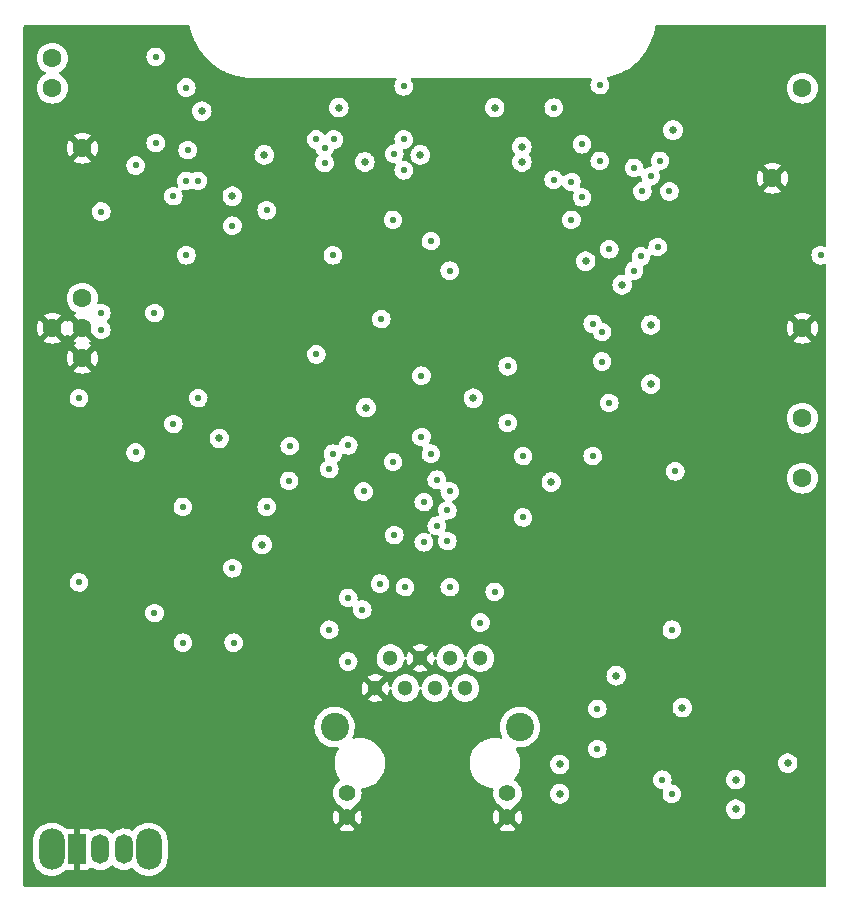
<source format=gbr>
%TF.GenerationSoftware,KiCad,Pcbnew,(6.0.9-0)*%
%TF.CreationDate,2022-11-17T19:03:49+01:00*%
%TF.ProjectId,shield,73686965-6c64-42e6-9b69-6361645f7063,1*%
%TF.SameCoordinates,PX3a2c940PY82a7440*%
%TF.FileFunction,Copper,L2,Inr*%
%TF.FilePolarity,Positive*%
%FSLAX46Y46*%
G04 Gerber Fmt 4.6, Leading zero omitted, Abs format (unit mm)*
G04 Created by KiCad (PCBNEW (6.0.9-0)) date 2022-11-17 19:03:49*
%MOMM*%
%LPD*%
G01*
G04 APERTURE LIST*
%TA.AperFunction,ComponentPad*%
%ADD10C,1.600000*%
%TD*%
%TA.AperFunction,ComponentPad*%
%ADD11O,1.500000X2.500000*%
%TD*%
%TA.AperFunction,ComponentPad*%
%ADD12R,1.500000X2.500000*%
%TD*%
%TA.AperFunction,ComponentPad*%
%ADD13O,2.200000X3.500000*%
%TD*%
%TA.AperFunction,ComponentPad*%
%ADD14C,2.400000*%
%TD*%
%TA.AperFunction,ComponentPad*%
%ADD15C,1.400000*%
%TD*%
%TA.AperFunction,ComponentPad*%
%ADD16C,1.300000*%
%TD*%
%TA.AperFunction,ViaPad*%
%ADD17C,0.640000*%
%TD*%
%TA.AperFunction,ViaPad*%
%ADD18C,0.550000*%
%TD*%
G04 APERTURE END LIST*
D10*
%TO.N,VCC*%
%TO.C,J2*%
X5490000Y50370000D03*
%TO.N,GND*%
X2950000Y47830000D03*
X63910000Y60530000D03*
X5490000Y47830000D03*
X66450000Y47830000D03*
X5490000Y63070000D03*
X5490000Y45290000D03*
%TO.N,/sck_rx*%
X66450000Y35130000D03*
%TO.N,/mosi_rx*%
X66450000Y40210000D03*
%TO.N,/nss_rx*%
X66450000Y68150000D03*
%TO.N,/sck_tx*%
X2950000Y70690000D03*
%TO.N,/mosi_tx*%
X2950000Y68150000D03*
%TD*%
D11*
%TO.N,VCC*%
%TO.C,SW1*%
X9000000Y3702500D03*
%TO.N,Net-(SW1-Pad2)*%
X7000000Y3702500D03*
D12*
%TO.N,GND*%
X5000000Y3702500D03*
D13*
%TO.N,*%
X11100000Y3702500D03*
X2900000Y3702500D03*
%TD*%
D14*
%TO.N,unconnected-(J1-PadSH)*%
%TO.C,J1*%
X42550000Y14050000D03*
X26850000Y14050000D03*
D15*
%TO.N,Net-(J1-Pad12)*%
X41485000Y8460000D03*
%TO.N,GND*%
X41485000Y6430000D03*
%TO.N,Net-(J1-Pad10)*%
X27915000Y8460000D03*
%TO.N,GND*%
X27915000Y6430000D03*
D16*
X30300000Y17350000D03*
%TO.N,unconnected-(J1-Pad7)*%
X31570000Y19890000D03*
%TO.N,Net-(C3-Pad1)*%
X32840000Y17350000D03*
%TO.N,GND*%
X34110000Y19890000D03*
%TO.N,unconnected-(J1-Pad4)*%
X35380000Y17350000D03*
%TO.N,Net-(C2-Pad1)*%
X36650000Y19890000D03*
%TO.N,Net-(J1-Pad2)*%
X37920000Y17350000D03*
%TO.N,Net-(J1-Pad1)*%
X39190000Y19890000D03*
%TD*%
D17*
%TO.N,GND*%
X3000000Y16000000D03*
X64000000Y3000000D03*
X60000000Y72000000D03*
D18*
%TO.N,Net-(J1-Pad2)*%
X40400000Y25500000D03*
%TO.N,Net-(SW1-Pad2)*%
X7100000Y47700000D03*
%TO.N,Net-(U4-Pad12)*%
X52200000Y52700000D03*
X36600000Y34000000D03*
X29200000Y24000000D03*
X52200000Y61400000D03*
X29300000Y34000000D03*
X36600000Y52700000D03*
%TO.N,/edge_in*%
X54200000Y54700000D03*
X54400000Y62000000D03*
X50100000Y54500000D03*
X50100000Y41500000D03*
%TO.N,Net-(U1-Pad2)*%
X42800000Y31800000D03*
X42800000Y37000000D03*
X48700000Y48200000D03*
X48700000Y37000000D03*
%TO.N,/sck_rx*%
X52800000Y53900000D03*
X52900000Y59400000D03*
X68000000Y54000000D03*
%TO.N,Net-(U2-Pad8)*%
X55200000Y59400000D03*
X55700000Y35700000D03*
%TO.N,Net-(C10-Pad1)*%
X30800000Y48600000D03*
X30700000Y26200000D03*
%TO.N,Net-(C8-Pad2)*%
X34200000Y38600000D03*
X34200000Y43800000D03*
%TO.N,/bytesync*%
X53600000Y60700000D03*
X54600000Y9600000D03*
%TO.N,Net-(U4-Pad1)*%
X47800000Y63400000D03*
X47800000Y58900000D03*
%TO.N,/nss_rx*%
X45400000Y66500000D03*
X45400000Y60400000D03*
%TO.N,Net-(U4-Pad2)*%
X49300000Y62000000D03*
X32700000Y68300000D03*
X49300000Y68400000D03*
X32700000Y61200000D03*
X32700000Y63800000D03*
%TO.N,Net-(U6-Pad12)*%
X26000000Y61800000D03*
X26000000Y63100000D03*
%TO.N,/sck*%
X46900000Y60200000D03*
X46900000Y57000000D03*
X31800000Y57000000D03*
X31800000Y36500000D03*
X31900000Y62600000D03*
%TO.N,/line*%
X25300000Y63800000D03*
X25300000Y45600000D03*
%TO.N,/~{idle}*%
X26800000Y63800000D03*
X28000000Y37900000D03*
X28000000Y25000000D03*
D17*
%TO.N,VCC*%
X53600000Y48100000D03*
X53600000Y43100000D03*
D18*
%TO.N,/tx_ena*%
X26400000Y35900000D03*
X26400000Y22300000D03*
%TO.N,/driver_ena*%
X28000000Y19600000D03*
X31900000Y30300000D03*
D17*
%TO.N,VCC*%
X34100000Y62500000D03*
X45900000Y10900000D03*
X50700000Y18400000D03*
X42700000Y61900000D03*
X20900000Y62500000D03*
X51200000Y51500000D03*
X27200000Y66500000D03*
X48100000Y53500000D03*
X56300000Y15700000D03*
X42700000Y63200000D03*
X40400000Y66500000D03*
X17100000Y38500000D03*
X45200000Y34800000D03*
X29400000Y61900000D03*
X60800000Y9600000D03*
X60800000Y7100000D03*
X65200000Y11000000D03*
X18200000Y59000000D03*
X45900000Y8400000D03*
X55500000Y64600000D03*
X38600000Y41900000D03*
X29500000Y41100000D03*
X20700000Y29500000D03*
X15600000Y66200000D03*
%TO.N,GND*%
X49300000Y34800000D03*
X11700000Y55600000D03*
X47500000Y30500000D03*
X43000000Y41900000D03*
X16800000Y19100000D03*
X60800000Y12200000D03*
X37400000Y47400000D03*
X44400000Y54500000D03*
X24700000Y34600000D03*
X65400000Y13100000D03*
X19400000Y66200000D03*
X22400000Y59700000D03*
X44300000Y66500000D03*
X50700000Y3700000D03*
X3800000Y53700000D03*
X52800000Y18400000D03*
X50700000Y58100000D03*
X35500000Y59800000D03*
X20000000Y33700000D03*
X60300000Y15700000D03*
X55100000Y51500000D03*
X24500000Y29500000D03*
X20000000Y42600000D03*
X40300000Y27800000D03*
X33500000Y41100000D03*
X47000000Y40900000D03*
X59400000Y64600000D03*
X31200000Y66600000D03*
X13100000Y35400000D03*
X45900000Y13400000D03*
X46100000Y27900000D03*
D18*
%TO.N,Net-(C2-Pad1)*%
X36600000Y25900000D03*
%TO.N,Net-(C2-Pad2)*%
X36400000Y32400000D03*
X36400000Y29800000D03*
%TO.N,Net-(C3-Pad1)*%
X32800000Y25900000D03*
%TO.N,Net-(C3-Pad2)*%
X34400000Y33100000D03*
X34400000Y29700000D03*
%TO.N,Net-(C9-Pad2)*%
X35000000Y55200000D03*
X35000000Y37200000D03*
%TO.N,Net-(C15-Pad1)*%
X23050000Y37850000D03*
X23000000Y34900000D03*
%TO.N,Net-(C19-Pad2)*%
X49100000Y12200000D03*
X49100000Y15600000D03*
%TO.N,Net-(J1-Pad1)*%
X39200000Y22900000D03*
%TO.N,/sck_tx*%
X11700000Y70800000D03*
X11700000Y63500000D03*
%TO.N,/mosi_tx*%
X14300000Y68200000D03*
X14400000Y62900000D03*
%TO.N,/edge_in*%
X41500000Y44600000D03*
X41500000Y39800000D03*
%TO.N,Net-(Q3-Pad1)*%
X10000000Y37300000D03*
X10000000Y61600000D03*
%TO.N,/~{line}*%
X49500000Y47500000D03*
X49500000Y45000000D03*
%TO.N,Net-(R7-Pad2)*%
X13200000Y59000000D03*
X13200000Y39700000D03*
%TO.N,/~{nlp}*%
X11600000Y49100000D03*
X7100000Y57700000D03*
X7100000Y49100000D03*
X11600000Y23700000D03*
%TO.N,/driver_in*%
X35500000Y31100000D03*
X35500000Y35000000D03*
%TO.N,Net-(U2-Pad4)*%
X14300000Y60300000D03*
X14300000Y54000000D03*
X26700000Y54000000D03*
X26700000Y37200000D03*
%TO.N,/tx_ena*%
X55400000Y22300000D03*
X55400000Y8400000D03*
%TO.N,Net-(U5-Pad1)*%
X18300000Y21200000D03*
X18200000Y56500000D03*
X18200000Y27500000D03*
%TO.N,/xor_tx*%
X15300000Y60300000D03*
X5200000Y41900000D03*
X5200000Y26300000D03*
X15300000Y41900000D03*
%TO.N,Net-(U5-Pad6)*%
X14000000Y21200000D03*
X21100000Y57800000D03*
X14000000Y32700000D03*
X21100000Y32700000D03*
%TD*%
%TA.AperFunction,Conductor*%
%TO.N,GND*%
G36*
X14525147Y73471498D02*
G01*
X14571640Y73417842D01*
X14579785Y73393895D01*
X14631024Y73172374D01*
X14656912Y73060453D01*
X14793959Y72630741D01*
X14822243Y72561964D01*
X14963336Y72218868D01*
X14965502Y72213600D01*
X14966654Y72211342D01*
X14966659Y72211330D01*
X15083546Y71982119D01*
X15170404Y71811792D01*
X15407308Y71427982D01*
X15674644Y71064711D01*
X15970640Y70724387D01*
X16293335Y70409265D01*
X16640591Y70121433D01*
X16642694Y70119961D01*
X16642698Y70119958D01*
X16801941Y70008500D01*
X17010107Y69862799D01*
X17399435Y69635075D01*
X17490373Y69591390D01*
X17772804Y69455716D01*
X17805994Y69439772D01*
X17808387Y69438854D01*
X17808391Y69438852D01*
X17857519Y69420000D01*
X18227091Y69278182D01*
X18229552Y69277461D01*
X18229561Y69277458D01*
X18657480Y69152096D01*
X18657491Y69152093D01*
X18659936Y69151377D01*
X19101660Y69060197D01*
X19549337Y69005246D01*
X19872639Y68992077D01*
X19972153Y68988023D01*
X19978281Y68987623D01*
X19982648Y68987231D01*
X19987448Y68986424D01*
X19993793Y68986347D01*
X19995140Y68986330D01*
X19995143Y68986330D01*
X20000000Y68986271D01*
X20027624Y68990227D01*
X20045486Y68991500D01*
X31982379Y68991500D01*
X32050500Y68971498D01*
X32096993Y68917842D01*
X32107097Y68847568D01*
X32088292Y68797247D01*
X31993769Y68650576D01*
X31991358Y68643953D01*
X31991357Y68643950D01*
X31936060Y68492023D01*
X31936059Y68492018D01*
X31933650Y68485400D01*
X31911619Y68311009D01*
X31928772Y68136070D01*
X31984256Y67969280D01*
X31987903Y67963258D01*
X31987904Y67963256D01*
X32044818Y67869280D01*
X32075313Y67818926D01*
X32080202Y67813863D01*
X32080203Y67813862D01*
X32120658Y67771970D01*
X32197418Y67692483D01*
X32344502Y67596234D01*
X32351106Y67593778D01*
X32502653Y67537418D01*
X32502655Y67537417D01*
X32509255Y67534963D01*
X32516236Y67534032D01*
X32516238Y67534031D01*
X32676507Y67512646D01*
X32676511Y67512646D01*
X32683488Y67511715D01*
X32690499Y67512353D01*
X32690503Y67512353D01*
X32851520Y67527007D01*
X32858541Y67527646D01*
X32865243Y67529824D01*
X32865245Y67529824D01*
X33019016Y67579787D01*
X33019019Y67579788D01*
X33025715Y67581964D01*
X33176701Y67671970D01*
X33181795Y67676821D01*
X33181799Y67676824D01*
X33277927Y67768366D01*
X33303994Y67793189D01*
X33401267Y67939597D01*
X33463687Y68103918D01*
X33470933Y68155475D01*
X33487600Y68274062D01*
X33487600Y68274068D01*
X33488151Y68277985D01*
X33488458Y68300000D01*
X33468864Y68474682D01*
X33411057Y68640681D01*
X33317909Y68789749D01*
X33317862Y68789796D01*
X33292262Y68853048D01*
X33305434Y68922812D01*
X33354232Y68974380D01*
X33417645Y68991500D01*
X48517934Y68991500D01*
X48586055Y68971498D01*
X48632548Y68917842D01*
X48642652Y68847568D01*
X48623847Y68797249D01*
X48593769Y68750576D01*
X48591358Y68743953D01*
X48591357Y68743950D01*
X48536060Y68592023D01*
X48536059Y68592018D01*
X48533650Y68585400D01*
X48511619Y68411009D01*
X48528772Y68236070D01*
X48584256Y68069280D01*
X48587903Y68063258D01*
X48587904Y68063256D01*
X48644818Y67969280D01*
X48675313Y67918926D01*
X48797418Y67792483D01*
X48944502Y67696234D01*
X48951106Y67693778D01*
X49102653Y67637418D01*
X49102655Y67637417D01*
X49109255Y67634963D01*
X49116236Y67634032D01*
X49116238Y67634031D01*
X49276507Y67612646D01*
X49276511Y67612646D01*
X49283488Y67611715D01*
X49290499Y67612353D01*
X49290503Y67612353D01*
X49451520Y67627007D01*
X49458541Y67627646D01*
X49465243Y67629824D01*
X49465245Y67629824D01*
X49619016Y67679787D01*
X49619019Y67679788D01*
X49625715Y67681964D01*
X49776701Y67771970D01*
X49781795Y67776821D01*
X49781799Y67776824D01*
X49878887Y67869280D01*
X49903994Y67893189D01*
X50001267Y68039597D01*
X50043205Y68150000D01*
X65136502Y68150000D01*
X65156457Y67921913D01*
X65157881Y67916600D01*
X65157881Y67916598D01*
X65212205Y67713862D01*
X65215716Y67700757D01*
X65218039Y67695776D01*
X65218039Y67695775D01*
X65310151Y67498238D01*
X65310154Y67498233D01*
X65312477Y67493251D01*
X65443802Y67305700D01*
X65605700Y67143802D01*
X65610208Y67140645D01*
X65610211Y67140643D01*
X65688389Y67085902D01*
X65793251Y67012477D01*
X65798233Y67010154D01*
X65798238Y67010151D01*
X65995775Y66918039D01*
X66000757Y66915716D01*
X66006065Y66914294D01*
X66006067Y66914293D01*
X66216598Y66857881D01*
X66216600Y66857881D01*
X66221913Y66856457D01*
X66450000Y66836502D01*
X66678087Y66856457D01*
X66683400Y66857881D01*
X66683402Y66857881D01*
X66893933Y66914293D01*
X66893935Y66914294D01*
X66899243Y66915716D01*
X66904225Y66918039D01*
X67101762Y67010151D01*
X67101767Y67010154D01*
X67106749Y67012477D01*
X67211611Y67085902D01*
X67289789Y67140643D01*
X67289792Y67140645D01*
X67294300Y67143802D01*
X67456198Y67305700D01*
X67587523Y67493251D01*
X67589846Y67498233D01*
X67589849Y67498238D01*
X67681961Y67695775D01*
X67681961Y67695776D01*
X67684284Y67700757D01*
X67687796Y67713862D01*
X67742119Y67916598D01*
X67742119Y67916600D01*
X67743543Y67921913D01*
X67763498Y68150000D01*
X67743543Y68378087D01*
X67742119Y68383402D01*
X67685707Y68593933D01*
X67685706Y68593935D01*
X67684284Y68599243D01*
X67681961Y68604225D01*
X67589849Y68801762D01*
X67589846Y68801767D01*
X67587523Y68806749D01*
X67484052Y68954521D01*
X67459357Y68989789D01*
X67459355Y68989792D01*
X67456198Y68994300D01*
X67294300Y69156198D01*
X67289792Y69159355D01*
X67289789Y69159357D01*
X67147735Y69258824D01*
X67106749Y69287523D01*
X67101767Y69289846D01*
X67101762Y69289849D01*
X66904225Y69381961D01*
X66904224Y69381961D01*
X66899243Y69384284D01*
X66893935Y69385706D01*
X66893933Y69385707D01*
X66683402Y69442119D01*
X66683400Y69442119D01*
X66678087Y69443543D01*
X66450000Y69463498D01*
X66221913Y69443543D01*
X66216600Y69442119D01*
X66216598Y69442119D01*
X66006067Y69385707D01*
X66006065Y69385706D01*
X66000757Y69384284D01*
X65995776Y69381961D01*
X65995775Y69381961D01*
X65798238Y69289849D01*
X65798233Y69289846D01*
X65793251Y69287523D01*
X65752265Y69258824D01*
X65610211Y69159357D01*
X65610208Y69159355D01*
X65605700Y69156198D01*
X65443802Y68994300D01*
X65440645Y68989792D01*
X65440643Y68989789D01*
X65415948Y68954521D01*
X65312477Y68806749D01*
X65310154Y68801767D01*
X65310151Y68801762D01*
X65218039Y68604225D01*
X65215716Y68599243D01*
X65214294Y68593935D01*
X65214293Y68593933D01*
X65157881Y68383402D01*
X65156457Y68378087D01*
X65136502Y68150000D01*
X50043205Y68150000D01*
X50063687Y68203918D01*
X50069191Y68243079D01*
X50087600Y68374062D01*
X50087600Y68374068D01*
X50088151Y68377985D01*
X50088458Y68400000D01*
X50068864Y68574682D01*
X50011057Y68740681D01*
X49917909Y68889749D01*
X49916897Y68890769D01*
X49891090Y68954521D01*
X49904260Y69024286D01*
X49953056Y69075855D01*
X49990616Y69090296D01*
X50230565Y69140608D01*
X50627648Y69258824D01*
X50630067Y69259768D01*
X50630076Y69259771D01*
X51011178Y69408478D01*
X51011183Y69408480D01*
X51013612Y69409428D01*
X51077954Y69440883D01*
X51383474Y69590242D01*
X51383486Y69590248D01*
X51385821Y69591390D01*
X51388060Y69592724D01*
X51739491Y69802131D01*
X51739502Y69802138D01*
X51741732Y69803467D01*
X51823012Y69861500D01*
X52076801Y70042702D01*
X52076806Y70042706D01*
X52078914Y70044211D01*
X52229760Y70171970D01*
X52393073Y70310289D01*
X52395065Y70311976D01*
X52688024Y70604935D01*
X52955789Y70921086D01*
X52996717Y70978408D01*
X53195016Y71256143D01*
X53195018Y71256147D01*
X53196533Y71258268D01*
X53197862Y71260498D01*
X53197869Y71260509D01*
X53407276Y71611940D01*
X53407278Y71611943D01*
X53408610Y71614179D01*
X53409752Y71616514D01*
X53409758Y71616526D01*
X53589426Y71984044D01*
X53590572Y71986388D01*
X53591522Y71988822D01*
X53740229Y72369924D01*
X53740232Y72369933D01*
X53741176Y72372352D01*
X53859392Y72769435D01*
X53944414Y73174923D01*
X53970113Y73381086D01*
X53998387Y73446209D01*
X54057382Y73485708D01*
X54095145Y73491500D01*
X68365500Y73491500D01*
X68433621Y73471498D01*
X68480114Y73417842D01*
X68491500Y73365500D01*
X68491500Y54835338D01*
X68471498Y54767217D01*
X68417842Y54720724D01*
X68347568Y54710620D01*
X68323233Y54716639D01*
X68186679Y54765264D01*
X68186677Y54765265D01*
X68180045Y54767626D01*
X68173057Y54768459D01*
X68173054Y54768460D01*
X68053644Y54782699D01*
X68005504Y54788439D01*
X67998501Y54787703D01*
X67998500Y54787703D01*
X67949687Y54782572D01*
X67830690Y54770065D01*
X67824024Y54767796D01*
X67824021Y54767795D01*
X67670955Y54715687D01*
X67670952Y54715686D01*
X67664291Y54713418D01*
X67658293Y54709728D01*
X67658291Y54709727D01*
X67520579Y54625006D01*
X67520576Y54625003D01*
X67514577Y54621313D01*
X67388989Y54498329D01*
X67293769Y54350576D01*
X67291358Y54343953D01*
X67291357Y54343950D01*
X67236060Y54192023D01*
X67236059Y54192018D01*
X67233650Y54185400D01*
X67211619Y54011009D01*
X67228772Y53836070D01*
X67284256Y53669280D01*
X67287903Y53663258D01*
X67287904Y53663256D01*
X67344818Y53569280D01*
X67375313Y53518926D01*
X67380202Y53513863D01*
X67380203Y53513862D01*
X67456031Y53435340D01*
X67497418Y53392483D01*
X67644502Y53296234D01*
X67651106Y53293778D01*
X67802653Y53237418D01*
X67802655Y53237417D01*
X67809255Y53234963D01*
X67816236Y53234032D01*
X67816238Y53234031D01*
X67976507Y53212646D01*
X67976511Y53212646D01*
X67983488Y53211715D01*
X67990499Y53212353D01*
X67990503Y53212353D01*
X68151520Y53227007D01*
X68158541Y53227646D01*
X68165243Y53229824D01*
X68165245Y53229824D01*
X68325715Y53281964D01*
X68326637Y53279126D01*
X68383763Y53287185D01*
X68448265Y53257521D01*
X68486490Y53197693D01*
X68491500Y53162516D01*
X68491500Y634500D01*
X68471498Y566379D01*
X68417842Y519886D01*
X68365500Y508500D01*
X634500Y508500D01*
X566379Y528502D01*
X519886Y582158D01*
X508500Y634500D01*
X508500Y2989301D01*
X1291500Y2989301D01*
X1306391Y2800097D01*
X1365495Y2553909D01*
X1367388Y2549338D01*
X1367389Y2549336D01*
X1444228Y2363831D01*
X1462384Y2319998D01*
X1594672Y2104124D01*
X1759102Y1911602D01*
X1951624Y1747172D01*
X2167498Y1614884D01*
X2172068Y1612991D01*
X2172072Y1612989D01*
X2396836Y1519889D01*
X2401409Y1517995D01*
X2486032Y1497679D01*
X2642784Y1460046D01*
X2642790Y1460045D01*
X2647597Y1458891D01*
X2900000Y1439026D01*
X3152403Y1458891D01*
X3157210Y1460045D01*
X3157216Y1460046D01*
X3313968Y1497679D01*
X3398591Y1517995D01*
X3403164Y1519889D01*
X3627928Y1612989D01*
X3627932Y1612991D01*
X3632502Y1614884D01*
X3848376Y1747172D01*
X4040898Y1911602D01*
X4043423Y1914559D01*
X4105472Y1948444D01*
X4145870Y1950588D01*
X4198514Y1944869D01*
X4205328Y1944500D01*
X4727885Y1944500D01*
X4743124Y1948975D01*
X4744329Y1950365D01*
X4746000Y1958048D01*
X4746000Y1962616D01*
X5254000Y1962616D01*
X5258475Y1947377D01*
X5259865Y1946172D01*
X5267548Y1944501D01*
X5794669Y1944501D01*
X5801490Y1944871D01*
X5852352Y1950395D01*
X5867604Y1954021D01*
X5988054Y1999176D01*
X6003649Y2007714D01*
X6105724Y2084215D01*
X6118281Y2096772D01*
X6137162Y2121965D01*
X6194022Y2164480D01*
X6264840Y2169506D01*
X6308265Y2150981D01*
X6386602Y2098341D01*
X6386605Y2098339D01*
X6391262Y2095210D01*
X6596967Y2004912D01*
X6602418Y2003603D01*
X6602422Y2003602D01*
X6808942Y1954021D01*
X6815411Y1952468D01*
X6899475Y1947621D01*
X7034083Y1939860D01*
X7034086Y1939860D01*
X7039690Y1939537D01*
X7262715Y1966525D01*
X7477435Y2032582D01*
X7482415Y2035152D01*
X7482419Y2035154D01*
X7672081Y2133046D01*
X7672082Y2133046D01*
X7677064Y2135618D01*
X7855292Y2272377D01*
X7859063Y2276522D01*
X7859067Y2276525D01*
X7906480Y2328631D01*
X7967121Y2365554D01*
X8038096Y2363831D01*
X8087358Y2334317D01*
X8204799Y2220508D01*
X8391262Y2095210D01*
X8596967Y2004912D01*
X8602418Y2003603D01*
X8602422Y2003602D01*
X8808942Y1954021D01*
X8815411Y1952468D01*
X8899475Y1947621D01*
X9034083Y1939860D01*
X9034086Y1939860D01*
X9039690Y1939537D01*
X9262715Y1966525D01*
X9477435Y2032582D01*
X9482415Y2035152D01*
X9482419Y2035154D01*
X9651278Y2122309D01*
X9720985Y2135778D01*
X9786909Y2109423D01*
X9804879Y2092173D01*
X9955889Y1915363D01*
X9955894Y1915358D01*
X9959102Y1911602D01*
X10151624Y1747172D01*
X10367498Y1614884D01*
X10372068Y1612991D01*
X10372072Y1612989D01*
X10596836Y1519889D01*
X10601409Y1517995D01*
X10686032Y1497679D01*
X10842784Y1460046D01*
X10842790Y1460045D01*
X10847597Y1458891D01*
X11100000Y1439026D01*
X11352403Y1458891D01*
X11357210Y1460045D01*
X11357216Y1460046D01*
X11513968Y1497679D01*
X11598591Y1517995D01*
X11603164Y1519889D01*
X11827928Y1612989D01*
X11827932Y1612991D01*
X11832502Y1614884D01*
X12048376Y1747172D01*
X12240898Y1911602D01*
X12405328Y2104124D01*
X12537616Y2319998D01*
X12555773Y2363831D01*
X12632611Y2549336D01*
X12632612Y2549338D01*
X12634505Y2553909D01*
X12693609Y2800097D01*
X12708500Y2989301D01*
X12708500Y4415699D01*
X12693609Y4604903D01*
X12634505Y4851091D01*
X12586716Y4966464D01*
X12539511Y5080428D01*
X12539509Y5080432D01*
X12537616Y5085002D01*
X12405328Y5300876D01*
X12307225Y5415739D01*
X27265294Y5415739D01*
X27274590Y5403724D01*
X27304189Y5382999D01*
X27313677Y5377521D01*
X27495277Y5292841D01*
X27505571Y5289093D01*
X27699122Y5237231D01*
X27709909Y5235329D01*
X27909525Y5217865D01*
X27920475Y5217865D01*
X28120091Y5235329D01*
X28130878Y5237231D01*
X28324429Y5289093D01*
X28334723Y5292841D01*
X28516323Y5377521D01*
X28525811Y5382999D01*
X28556248Y5404311D01*
X28564623Y5414788D01*
X28564123Y5415739D01*
X40835294Y5415739D01*
X40844590Y5403724D01*
X40874189Y5382999D01*
X40883677Y5377521D01*
X41065277Y5292841D01*
X41075571Y5289093D01*
X41269122Y5237231D01*
X41279909Y5235329D01*
X41479525Y5217865D01*
X41490475Y5217865D01*
X41690091Y5235329D01*
X41700878Y5237231D01*
X41894429Y5289093D01*
X41904723Y5292841D01*
X42086323Y5377521D01*
X42095811Y5382999D01*
X42126248Y5404311D01*
X42134623Y5414788D01*
X42127554Y5428236D01*
X41497812Y6057978D01*
X41483868Y6065592D01*
X41482035Y6065461D01*
X41475420Y6061210D01*
X40841724Y5427514D01*
X40835294Y5415739D01*
X28564123Y5415739D01*
X28557554Y5428236D01*
X27927812Y6057978D01*
X27913868Y6065592D01*
X27912035Y6065461D01*
X27905420Y6061210D01*
X27271724Y5427514D01*
X27265294Y5415739D01*
X12307225Y5415739D01*
X12240898Y5493398D01*
X12048376Y5657828D01*
X11832502Y5790116D01*
X11827932Y5792009D01*
X11827928Y5792011D01*
X11603164Y5885111D01*
X11603162Y5885112D01*
X11598591Y5887005D01*
X11513968Y5907321D01*
X11357216Y5944954D01*
X11357210Y5944955D01*
X11352403Y5946109D01*
X11100000Y5965974D01*
X10847597Y5946109D01*
X10842790Y5944955D01*
X10842784Y5944954D01*
X10686032Y5907321D01*
X10601409Y5887005D01*
X10596838Y5885112D01*
X10596836Y5885111D01*
X10372072Y5792011D01*
X10372068Y5792009D01*
X10367498Y5790116D01*
X10151624Y5657828D01*
X9959102Y5493398D01*
X9955894Y5489642D01*
X9804617Y5312520D01*
X9745166Y5273711D01*
X9674172Y5273205D01*
X9638534Y5289767D01*
X9608738Y5309790D01*
X9403033Y5400088D01*
X9397582Y5401397D01*
X9397578Y5401398D01*
X9190046Y5451222D01*
X9190045Y5451222D01*
X9184589Y5452532D01*
X9096289Y5457623D01*
X8965917Y5465140D01*
X8965914Y5465140D01*
X8960310Y5465463D01*
X8737285Y5438475D01*
X8522565Y5372418D01*
X8517585Y5369848D01*
X8517581Y5369846D01*
X8375790Y5296662D01*
X8322936Y5269382D01*
X8144708Y5132623D01*
X8140937Y5128478D01*
X8140933Y5128475D01*
X8093520Y5076369D01*
X8032879Y5039446D01*
X7961904Y5041169D01*
X7912642Y5070683D01*
X7795201Y5184492D01*
X7608738Y5309790D01*
X7403033Y5400088D01*
X7397582Y5401397D01*
X7397578Y5401398D01*
X7190046Y5451222D01*
X7190045Y5451222D01*
X7184589Y5452532D01*
X7096289Y5457623D01*
X6965917Y5465140D01*
X6965914Y5465140D01*
X6960310Y5465463D01*
X6737285Y5438475D01*
X6522565Y5372418D01*
X6517585Y5369848D01*
X6517581Y5369846D01*
X6331323Y5273711D01*
X6322936Y5269382D01*
X6318488Y5265969D01*
X6318485Y5265967D01*
X6312585Y5261440D01*
X6246364Y5235842D01*
X6176816Y5250110D01*
X6135059Y5285841D01*
X6118281Y5308228D01*
X6105724Y5320785D01*
X6003649Y5397286D01*
X5988054Y5405824D01*
X5867606Y5450978D01*
X5852351Y5454605D01*
X5801486Y5460131D01*
X5794672Y5460500D01*
X5272115Y5460500D01*
X5256876Y5456025D01*
X5255671Y5454635D01*
X5254000Y5446952D01*
X5254000Y1962616D01*
X4746000Y1962616D01*
X4746000Y5442384D01*
X4741525Y5457623D01*
X4740135Y5458828D01*
X4732452Y5460499D01*
X4205331Y5460499D01*
X4198510Y5460129D01*
X4145868Y5454412D01*
X4075986Y5466941D01*
X4043524Y5490324D01*
X4040898Y5493398D01*
X3848376Y5657828D01*
X3632502Y5790116D01*
X3627932Y5792009D01*
X3627928Y5792011D01*
X3403164Y5885111D01*
X3403162Y5885112D01*
X3398591Y5887005D01*
X3313968Y5907321D01*
X3157216Y5944954D01*
X3157210Y5944955D01*
X3152403Y5946109D01*
X2900000Y5965974D01*
X2647597Y5946109D01*
X2642790Y5944955D01*
X2642784Y5944954D01*
X2486032Y5907321D01*
X2401409Y5887005D01*
X2396838Y5885112D01*
X2396836Y5885111D01*
X2172072Y5792011D01*
X2172068Y5792009D01*
X2167498Y5790116D01*
X1951624Y5657828D01*
X1759102Y5493398D01*
X1594672Y5300876D01*
X1462384Y5085002D01*
X1460491Y5080432D01*
X1460489Y5080428D01*
X1413284Y4966464D01*
X1365495Y4851091D01*
X1306391Y4604903D01*
X1291500Y4415699D01*
X1291500Y2989301D01*
X508500Y2989301D01*
X508500Y6424525D01*
X26702865Y6424525D01*
X26720329Y6224909D01*
X26722231Y6214122D01*
X26774093Y6020571D01*
X26777841Y6010277D01*
X26862521Y5828677D01*
X26867999Y5819189D01*
X26889311Y5788752D01*
X26899788Y5780377D01*
X26913236Y5787446D01*
X27542978Y6417188D01*
X27549356Y6428868D01*
X28279408Y6428868D01*
X28279539Y6427035D01*
X28283790Y6420420D01*
X28917486Y5786724D01*
X28929261Y5780294D01*
X28941276Y5789590D01*
X28962001Y5819189D01*
X28967479Y5828677D01*
X29052159Y6010277D01*
X29055907Y6020571D01*
X29107769Y6214122D01*
X29109671Y6224909D01*
X29127135Y6424525D01*
X40272865Y6424525D01*
X40290329Y6224909D01*
X40292231Y6214122D01*
X40344093Y6020571D01*
X40347841Y6010277D01*
X40432521Y5828677D01*
X40437999Y5819189D01*
X40459311Y5788752D01*
X40469788Y5780377D01*
X40483236Y5787446D01*
X41112978Y6417188D01*
X41119356Y6428868D01*
X41849408Y6428868D01*
X41849539Y6427035D01*
X41853790Y6420420D01*
X42487486Y5786724D01*
X42499261Y5780294D01*
X42511276Y5789590D01*
X42532001Y5819189D01*
X42537479Y5828677D01*
X42622159Y6010277D01*
X42625907Y6020571D01*
X42677769Y6214122D01*
X42679671Y6224909D01*
X42697135Y6424525D01*
X42697135Y6435475D01*
X42679671Y6635091D01*
X42677769Y6645878D01*
X42625907Y6839429D01*
X42622159Y6849723D01*
X42537479Y7031323D01*
X42532001Y7040811D01*
X42510689Y7071248D01*
X42500212Y7079623D01*
X42486764Y7072554D01*
X41857022Y6442812D01*
X41849408Y6428868D01*
X41119356Y6428868D01*
X41120592Y6431132D01*
X41120461Y6432965D01*
X41116210Y6439580D01*
X40482514Y7073276D01*
X40470739Y7079706D01*
X40458724Y7070410D01*
X40437999Y7040811D01*
X40432521Y7031323D01*
X40347841Y6849723D01*
X40344093Y6839429D01*
X40292231Y6645878D01*
X40290329Y6635091D01*
X40272865Y6435475D01*
X40272865Y6424525D01*
X29127135Y6424525D01*
X29127135Y6435475D01*
X29109671Y6635091D01*
X29107769Y6645878D01*
X29055907Y6839429D01*
X29052159Y6849723D01*
X28967479Y7031323D01*
X28962001Y7040811D01*
X28940689Y7071248D01*
X28930212Y7079623D01*
X28916764Y7072554D01*
X28287022Y6442812D01*
X28279408Y6428868D01*
X27549356Y6428868D01*
X27550592Y6431132D01*
X27550461Y6432965D01*
X27546210Y6439580D01*
X26912514Y7073276D01*
X26900739Y7079706D01*
X26888724Y7070410D01*
X26867999Y7040811D01*
X26862521Y7031323D01*
X26777841Y6849723D01*
X26774093Y6839429D01*
X26722231Y6645878D01*
X26720329Y6635091D01*
X26702865Y6435475D01*
X26702865Y6424525D01*
X508500Y6424525D01*
X508500Y14094849D01*
X25137296Y14094849D01*
X25149480Y13841202D01*
X25199021Y13592143D01*
X25200600Y13587745D01*
X25200602Y13587738D01*
X25245022Y13464020D01*
X25284831Y13353142D01*
X25405025Y13129449D01*
X25407820Y13125706D01*
X25407822Y13125703D01*
X25554171Y12929718D01*
X25554176Y12929712D01*
X25556963Y12925980D01*
X25560272Y12922700D01*
X25560277Y12922694D01*
X25669445Y12814475D01*
X25737307Y12747203D01*
X25741069Y12744445D01*
X25741072Y12744442D01*
X25812046Y12692402D01*
X25942094Y12597047D01*
X25946229Y12594871D01*
X25946233Y12594869D01*
X26049228Y12540681D01*
X26166827Y12478809D01*
X26406568Y12395088D01*
X26656050Y12347722D01*
X26776532Y12342989D01*
X26905125Y12337936D01*
X26905130Y12337936D01*
X26909793Y12337753D01*
X27075375Y12355887D01*
X27145267Y12343420D01*
X27197325Y12295145D01*
X27215019Y12226388D01*
X27196524Y12164801D01*
X27150538Y12089758D01*
X27089867Y11990752D01*
X27088148Y11986835D01*
X27088146Y11986832D01*
X27079397Y11966900D01*
X26972941Y11724386D01*
X26971765Y11720258D01*
X26971764Y11720255D01*
X26962670Y11688330D01*
X26893246Y11444616D01*
X26892642Y11440374D01*
X26892641Y11440368D01*
X26877297Y11332553D01*
X26852258Y11156619D01*
X26850735Y10865723D01*
X26888705Y10577313D01*
X26965465Y10296724D01*
X26967149Y10292776D01*
X27056296Y10083775D01*
X27079596Y10029148D01*
X27228985Y9779538D01*
X27311537Y9676496D01*
X27338517Y9610828D01*
X27325712Y9540996D01*
X27285473Y9494506D01*
X27135224Y9389301D01*
X26985699Y9239776D01*
X26864411Y9066558D01*
X26862090Y9061580D01*
X26862088Y9061577D01*
X26781923Y8889663D01*
X26775044Y8874910D01*
X26773622Y8869602D01*
X26773621Y8869600D01*
X26735521Y8727407D01*
X26720314Y8670655D01*
X26701884Y8460000D01*
X26720314Y8249345D01*
X26721738Y8244032D01*
X26721738Y8244030D01*
X26770738Y8061162D01*
X26775044Y8045090D01*
X26777366Y8040109D01*
X26777367Y8040108D01*
X26845877Y7893189D01*
X26864411Y7853442D01*
X26985699Y7680224D01*
X27135224Y7530699D01*
X27139736Y7527540D01*
X27253905Y7447598D01*
X27270730Y7433480D01*
X27902188Y6802022D01*
X27916132Y6794408D01*
X27917965Y6794539D01*
X27924580Y6798790D01*
X28559270Y7433480D01*
X28576095Y7447598D01*
X28690264Y7527540D01*
X28694776Y7530699D01*
X28844301Y7680224D01*
X28965589Y7853442D01*
X28984124Y7893189D01*
X29052633Y8040108D01*
X29052634Y8040109D01*
X29054956Y8045090D01*
X29059263Y8061162D01*
X29108262Y8244030D01*
X29108262Y8244032D01*
X29109686Y8249345D01*
X29128116Y8460000D01*
X29109686Y8670655D01*
X29107808Y8677663D01*
X29096857Y8718536D01*
X29098547Y8789512D01*
X29138342Y8848308D01*
X29209994Y8876854D01*
X29226207Y8877959D01*
X29270949Y8881009D01*
X29270955Y8881010D01*
X29275226Y8881301D01*
X29279421Y8882170D01*
X29279423Y8882170D01*
X29417653Y8910796D01*
X29560081Y8940291D01*
X29834295Y9037395D01*
X30002360Y9124140D01*
X30088986Y9168851D01*
X30088987Y9168851D01*
X30092793Y9170816D01*
X30096294Y9173277D01*
X30096298Y9173279D01*
X30234146Y9270161D01*
X30330792Y9338085D01*
X30410618Y9412264D01*
X30540745Y9533185D01*
X30540748Y9533188D01*
X30543888Y9536106D01*
X30547891Y9540996D01*
X30725423Y9757898D01*
X30728139Y9761216D01*
X30880133Y10009248D01*
X30888869Y10029148D01*
X30954449Y10178545D01*
X30997059Y10275614D01*
X30998569Y10280913D01*
X31028961Y10387605D01*
X31076754Y10555384D01*
X31077577Y10561162D01*
X31117137Y10839130D01*
X31117742Y10843381D01*
X31117859Y10865723D01*
X38280735Y10865723D01*
X38318705Y10577313D01*
X38395465Y10296724D01*
X38397149Y10292776D01*
X38486296Y10083775D01*
X38509596Y10029148D01*
X38658985Y9779538D01*
X38661669Y9776187D01*
X38661671Y9776185D01*
X38676322Y9757898D01*
X38840867Y9552511D01*
X38885044Y9510589D01*
X39009526Y9392460D01*
X39051878Y9352269D01*
X39288113Y9182517D01*
X39313924Y9168851D01*
X39423137Y9111026D01*
X39545200Y9046397D01*
X39549223Y9044925D01*
X39549227Y9044923D01*
X39724142Y8980913D01*
X39818382Y8946426D01*
X40102604Y8884456D01*
X40191511Y8877459D01*
X40257851Y8852174D01*
X40299991Y8795036D01*
X40303331Y8719236D01*
X40291739Y8675973D01*
X40290314Y8670655D01*
X40271884Y8460000D01*
X40290314Y8249345D01*
X40291738Y8244032D01*
X40291738Y8244030D01*
X40340738Y8061162D01*
X40345044Y8045090D01*
X40347366Y8040109D01*
X40347367Y8040108D01*
X40415877Y7893189D01*
X40434411Y7853442D01*
X40555699Y7680224D01*
X40705224Y7530699D01*
X40709736Y7527540D01*
X40823905Y7447598D01*
X40840730Y7433480D01*
X41472188Y6802022D01*
X41486132Y6794408D01*
X41487965Y6794539D01*
X41494580Y6798790D01*
X41795790Y7100000D01*
X59966936Y7100000D01*
X59985140Y6926796D01*
X60038958Y6761162D01*
X60126037Y6610337D01*
X60242571Y6480913D01*
X60247913Y6477032D01*
X60247915Y6477030D01*
X60378126Y6382426D01*
X60383468Y6378545D01*
X60389496Y6375861D01*
X60389498Y6375860D01*
X60536538Y6310394D01*
X60542569Y6307709D01*
X60627745Y6289604D01*
X60706464Y6272872D01*
X60706468Y6272872D01*
X60712921Y6271500D01*
X60887079Y6271500D01*
X60893532Y6272872D01*
X60893536Y6272872D01*
X60972255Y6289604D01*
X61057431Y6307709D01*
X61063462Y6310394D01*
X61210502Y6375860D01*
X61210504Y6375861D01*
X61216532Y6378545D01*
X61221874Y6382426D01*
X61352085Y6477030D01*
X61352087Y6477032D01*
X61357429Y6480913D01*
X61473963Y6610337D01*
X61561042Y6761162D01*
X61614860Y6926796D01*
X61633064Y7100000D01*
X61614860Y7273204D01*
X61561042Y7438838D01*
X61555985Y7447598D01*
X61477264Y7583945D01*
X61473963Y7589663D01*
X61392422Y7680224D01*
X61361851Y7714176D01*
X61361850Y7714177D01*
X61357429Y7719087D01*
X61289603Y7768366D01*
X61221874Y7817574D01*
X61221873Y7817575D01*
X61216532Y7821455D01*
X61210504Y7824139D01*
X61210502Y7824140D01*
X61063462Y7889606D01*
X61063461Y7889606D01*
X61057431Y7892291D01*
X60972255Y7910395D01*
X60893536Y7927128D01*
X60893532Y7927128D01*
X60887079Y7928500D01*
X60712921Y7928500D01*
X60706468Y7927128D01*
X60706464Y7927128D01*
X60627745Y7910395D01*
X60542569Y7892291D01*
X60536539Y7889606D01*
X60536538Y7889606D01*
X60389498Y7824140D01*
X60389496Y7824139D01*
X60383468Y7821455D01*
X60378127Y7817575D01*
X60378126Y7817574D01*
X60310398Y7768366D01*
X60242571Y7719087D01*
X60238150Y7714177D01*
X60238149Y7714176D01*
X60207579Y7680224D01*
X60126037Y7589663D01*
X60122736Y7583945D01*
X60044016Y7447598D01*
X60038958Y7438838D01*
X59985140Y7273204D01*
X59966936Y7100000D01*
X41795790Y7100000D01*
X42129270Y7433480D01*
X42146095Y7447598D01*
X42260264Y7527540D01*
X42264776Y7530699D01*
X42414301Y7680224D01*
X42535589Y7853442D01*
X42554124Y7893189D01*
X42622633Y8040108D01*
X42622634Y8040109D01*
X42624956Y8045090D01*
X42629263Y8061162D01*
X42678262Y8244030D01*
X42678262Y8244032D01*
X42679686Y8249345D01*
X42692867Y8400000D01*
X45066936Y8400000D01*
X45067626Y8393435D01*
X45083429Y8243079D01*
X45085140Y8226796D01*
X45138958Y8061162D01*
X45142261Y8055440D01*
X45142262Y8055439D01*
X45154798Y8033726D01*
X45226037Y7910337D01*
X45230455Y7905430D01*
X45230456Y7905429D01*
X45281322Y7848937D01*
X45342571Y7780913D01*
X45347913Y7777032D01*
X45347915Y7777030D01*
X45473799Y7685570D01*
X45483468Y7678545D01*
X45489496Y7675861D01*
X45489498Y7675860D01*
X45631480Y7612646D01*
X45642569Y7607709D01*
X45727470Y7589663D01*
X45806464Y7572872D01*
X45806468Y7572872D01*
X45812921Y7571500D01*
X45987079Y7571500D01*
X45993532Y7572872D01*
X45993536Y7572872D01*
X46072530Y7589663D01*
X46157431Y7607709D01*
X46168520Y7612646D01*
X46310502Y7675860D01*
X46310504Y7675861D01*
X46316532Y7678545D01*
X46326201Y7685570D01*
X46452085Y7777030D01*
X46452087Y7777032D01*
X46457429Y7780913D01*
X46518678Y7848937D01*
X46569544Y7905429D01*
X46569545Y7905430D01*
X46573963Y7910337D01*
X46645202Y8033726D01*
X46657738Y8055439D01*
X46657739Y8055440D01*
X46661042Y8061162D01*
X46714860Y8226796D01*
X46716572Y8243079D01*
X46732374Y8393435D01*
X46733064Y8400000D01*
X46726758Y8460000D01*
X46715550Y8566641D01*
X46715550Y8566643D01*
X46714860Y8573204D01*
X46661042Y8738838D01*
X46641393Y8772872D01*
X46616737Y8815576D01*
X46573963Y8889663D01*
X46569385Y8894748D01*
X46461851Y9014176D01*
X46461850Y9014177D01*
X46457429Y9019087D01*
X46432231Y9037395D01*
X46321874Y9117574D01*
X46321873Y9117575D01*
X46316532Y9121455D01*
X46310504Y9124139D01*
X46310502Y9124140D01*
X46163462Y9189606D01*
X46163461Y9189606D01*
X46157431Y9192291D01*
X46067633Y9211378D01*
X45993536Y9227128D01*
X45993532Y9227128D01*
X45987079Y9228500D01*
X45812921Y9228500D01*
X45806468Y9227128D01*
X45806464Y9227128D01*
X45732367Y9211378D01*
X45642569Y9192291D01*
X45636539Y9189606D01*
X45636538Y9189606D01*
X45489498Y9124140D01*
X45489496Y9124139D01*
X45483468Y9121455D01*
X45478127Y9117575D01*
X45478126Y9117574D01*
X45367770Y9037395D01*
X45342571Y9019087D01*
X45338150Y9014177D01*
X45338149Y9014176D01*
X45230616Y8894748D01*
X45226037Y8889663D01*
X45183263Y8815576D01*
X45158608Y8772872D01*
X45138958Y8738838D01*
X45085140Y8573204D01*
X45084450Y8566643D01*
X45084450Y8566641D01*
X45073242Y8460000D01*
X45066936Y8400000D01*
X42692867Y8400000D01*
X42698116Y8460000D01*
X42679686Y8670655D01*
X42664479Y8727407D01*
X42626379Y8869600D01*
X42626378Y8869602D01*
X42624956Y8874910D01*
X42618077Y8889663D01*
X42537912Y9061577D01*
X42537910Y9061580D01*
X42535589Y9066558D01*
X42414301Y9239776D01*
X42264776Y9389301D01*
X42114747Y9494352D01*
X42070418Y9549809D01*
X42064084Y9611009D01*
X53811619Y9611009D01*
X53828772Y9436070D01*
X53830996Y9429385D01*
X53830996Y9429384D01*
X53844330Y9389301D01*
X53884256Y9269280D01*
X53887903Y9263258D01*
X53887904Y9263256D01*
X53945078Y9168851D01*
X53975313Y9118926D01*
X54097418Y8992483D01*
X54244502Y8896234D01*
X54251106Y8893778D01*
X54402653Y8837418D01*
X54402655Y8837417D01*
X54409255Y8834963D01*
X54416238Y8834031D01*
X54416239Y8834031D01*
X54554549Y8815576D01*
X54619426Y8786740D01*
X54658414Y8727407D01*
X54659134Y8656414D01*
X54656289Y8647600D01*
X54633650Y8585400D01*
X54611619Y8411009D01*
X54628772Y8236070D01*
X54684256Y8069280D01*
X54687903Y8063258D01*
X54687904Y8063256D01*
X54770346Y7927128D01*
X54775313Y7918926D01*
X54897418Y7792483D01*
X55044502Y7696234D01*
X55051106Y7693778D01*
X55202653Y7637418D01*
X55202655Y7637417D01*
X55209255Y7634963D01*
X55216236Y7634032D01*
X55216238Y7634031D01*
X55376507Y7612646D01*
X55376511Y7612646D01*
X55383488Y7611715D01*
X55390499Y7612353D01*
X55390503Y7612353D01*
X55551520Y7627007D01*
X55558541Y7627646D01*
X55565243Y7629824D01*
X55565245Y7629824D01*
X55719016Y7679787D01*
X55719019Y7679788D01*
X55725715Y7681964D01*
X55876701Y7771970D01*
X55881795Y7776821D01*
X55881799Y7776824D01*
X55967486Y7858423D01*
X56003994Y7893189D01*
X56101267Y8039597D01*
X56163687Y8203918D01*
X56166020Y8220518D01*
X56187600Y8374062D01*
X56187600Y8374068D01*
X56188151Y8377985D01*
X56188302Y8388790D01*
X56188403Y8396038D01*
X56188403Y8396042D01*
X56188458Y8400000D01*
X56168864Y8574682D01*
X56111057Y8740681D01*
X56017909Y8889749D01*
X55894051Y9014475D01*
X55846073Y9044923D01*
X55804882Y9071063D01*
X55745637Y9108661D01*
X55691769Y9127843D01*
X55586679Y9165264D01*
X55586677Y9165265D01*
X55580045Y9167626D01*
X55573059Y9168459D01*
X55573055Y9168460D01*
X55502133Y9176917D01*
X55447330Y9183452D01*
X55382058Y9211378D01*
X55342245Y9270161D01*
X55340533Y9341137D01*
X55344462Y9353309D01*
X55361187Y9397336D01*
X55361188Y9397338D01*
X55363687Y9403918D01*
X55366020Y9420518D01*
X55387600Y9574062D01*
X55387600Y9574068D01*
X55388151Y9577985D01*
X55388302Y9588790D01*
X55388403Y9596038D01*
X55388403Y9596042D01*
X55388458Y9600000D01*
X59966936Y9600000D01*
X59967626Y9593435D01*
X59983429Y9443079D01*
X59985140Y9426796D01*
X60038958Y9261162D01*
X60042261Y9255440D01*
X60042262Y9255439D01*
X60067701Y9211378D01*
X60126037Y9110337D01*
X60130455Y9105430D01*
X60130456Y9105429D01*
X60212621Y9014176D01*
X60242571Y8980913D01*
X60247913Y8977032D01*
X60247915Y8977030D01*
X60378126Y8882426D01*
X60383468Y8878545D01*
X60389496Y8875861D01*
X60389498Y8875860D01*
X60524899Y8815576D01*
X60542569Y8807709D01*
X60627745Y8789605D01*
X60706464Y8772872D01*
X60706468Y8772872D01*
X60712921Y8771500D01*
X60887079Y8771500D01*
X60893532Y8772872D01*
X60893536Y8772872D01*
X60972255Y8789605D01*
X61057431Y8807709D01*
X61075101Y8815576D01*
X61210502Y8875860D01*
X61210504Y8875861D01*
X61216532Y8878545D01*
X61221874Y8882426D01*
X61352085Y8977030D01*
X61352087Y8977032D01*
X61357429Y8980913D01*
X61387379Y9014176D01*
X61469544Y9105429D01*
X61469545Y9105430D01*
X61473963Y9110337D01*
X61532299Y9211378D01*
X61557738Y9255439D01*
X61557739Y9255440D01*
X61561042Y9261162D01*
X61614860Y9426796D01*
X61616572Y9443079D01*
X61632374Y9593435D01*
X61633064Y9600000D01*
X61614860Y9773204D01*
X61561042Y9938838D01*
X61473963Y10089663D01*
X61469385Y10094748D01*
X61361851Y10214176D01*
X61361850Y10214177D01*
X61357429Y10219087D01*
X61349283Y10225006D01*
X61221874Y10317574D01*
X61221873Y10317575D01*
X61216532Y10321455D01*
X61210504Y10324139D01*
X61210502Y10324140D01*
X61063462Y10389606D01*
X61063461Y10389606D01*
X61057431Y10392291D01*
X60972255Y10410396D01*
X60893536Y10427128D01*
X60893532Y10427128D01*
X60887079Y10428500D01*
X60712921Y10428500D01*
X60706468Y10427128D01*
X60706464Y10427128D01*
X60627745Y10410396D01*
X60542569Y10392291D01*
X60536539Y10389606D01*
X60536538Y10389606D01*
X60389498Y10324140D01*
X60389496Y10324139D01*
X60383468Y10321455D01*
X60378127Y10317575D01*
X60378126Y10317574D01*
X60250718Y10225006D01*
X60242571Y10219087D01*
X60238150Y10214177D01*
X60238149Y10214176D01*
X60130616Y10094748D01*
X60126037Y10089663D01*
X60038958Y9938838D01*
X59985140Y9773204D01*
X59966936Y9600000D01*
X55388458Y9600000D01*
X55368864Y9774682D01*
X55311057Y9940681D01*
X55217909Y10089749D01*
X55201437Y10106337D01*
X55099013Y10209478D01*
X55094051Y10214475D01*
X54945637Y10308661D01*
X54891769Y10327843D01*
X54786679Y10365264D01*
X54786677Y10365265D01*
X54780045Y10367626D01*
X54773057Y10368459D01*
X54773054Y10368460D01*
X54653644Y10382699D01*
X54605504Y10388439D01*
X54598501Y10387703D01*
X54598500Y10387703D01*
X54549687Y10382572D01*
X54430690Y10370065D01*
X54424024Y10367796D01*
X54424021Y10367795D01*
X54270955Y10315687D01*
X54270952Y10315686D01*
X54264291Y10313418D01*
X54258293Y10309728D01*
X54258291Y10309727D01*
X54120579Y10225006D01*
X54120576Y10225003D01*
X54114577Y10221313D01*
X53988989Y10098329D01*
X53893769Y9950576D01*
X53891358Y9943953D01*
X53891357Y9943950D01*
X53836060Y9792023D01*
X53836059Y9792018D01*
X53833650Y9785400D01*
X53811619Y9611009D01*
X42064084Y9611009D01*
X42063109Y9620428D01*
X42089513Y9677371D01*
X42155423Y9757898D01*
X42158139Y9761216D01*
X42310133Y10009248D01*
X42318869Y10029148D01*
X42384449Y10178545D01*
X42427059Y10275614D01*
X42428569Y10280913D01*
X42458961Y10387605D01*
X42506754Y10555384D01*
X42507577Y10561162D01*
X42547137Y10839130D01*
X42547742Y10843381D01*
X42548038Y10900000D01*
X45066936Y10900000D01*
X45067626Y10893435D01*
X45073334Y10839130D01*
X45085140Y10726796D01*
X45138958Y10561162D01*
X45226037Y10410337D01*
X45230455Y10405430D01*
X45230456Y10405429D01*
X45320989Y10304882D01*
X45342571Y10280913D01*
X45347913Y10277032D01*
X45347915Y10277030D01*
X45478126Y10182426D01*
X45483468Y10178545D01*
X45489496Y10175861D01*
X45489498Y10175860D01*
X45499291Y10171500D01*
X45642569Y10107709D01*
X45714584Y10092402D01*
X45806464Y10072872D01*
X45806468Y10072872D01*
X45812921Y10071500D01*
X45987079Y10071500D01*
X45993532Y10072872D01*
X45993536Y10072872D01*
X46085416Y10092402D01*
X46157431Y10107709D01*
X46300709Y10171500D01*
X46310502Y10175860D01*
X46310504Y10175861D01*
X46316532Y10178545D01*
X46321874Y10182426D01*
X46452085Y10277030D01*
X46452087Y10277032D01*
X46457429Y10280913D01*
X46479011Y10304882D01*
X46569544Y10405429D01*
X46569545Y10405430D01*
X46573963Y10410337D01*
X46661042Y10561162D01*
X46714860Y10726796D01*
X46726667Y10839130D01*
X46732374Y10893435D01*
X46733064Y10900000D01*
X46722554Y11000000D01*
X64366936Y11000000D01*
X64367626Y10993435D01*
X64383844Y10839130D01*
X64385140Y10826796D01*
X64438958Y10661162D01*
X64526037Y10510337D01*
X64530455Y10505430D01*
X64530456Y10505429D01*
X64636457Y10387703D01*
X64642571Y10380913D01*
X64647913Y10377032D01*
X64647915Y10377030D01*
X64773449Y10285824D01*
X64783468Y10278545D01*
X64789496Y10275861D01*
X64789498Y10275860D01*
X64936538Y10210394D01*
X64942569Y10207709D01*
X65027745Y10189604D01*
X65106464Y10172872D01*
X65106468Y10172872D01*
X65112921Y10171500D01*
X65287079Y10171500D01*
X65293532Y10172872D01*
X65293536Y10172872D01*
X65372255Y10189604D01*
X65457431Y10207709D01*
X65463462Y10210394D01*
X65610502Y10275860D01*
X65610504Y10275861D01*
X65616532Y10278545D01*
X65626551Y10285824D01*
X65752085Y10377030D01*
X65752087Y10377032D01*
X65757429Y10380913D01*
X65763543Y10387703D01*
X65869544Y10505429D01*
X65869545Y10505430D01*
X65873963Y10510337D01*
X65961042Y10661162D01*
X66014860Y10826796D01*
X66016157Y10839130D01*
X66032374Y10993435D01*
X66033064Y11000000D01*
X66016603Y11156619D01*
X66015550Y11166641D01*
X66015550Y11166643D01*
X66014860Y11173204D01*
X65961042Y11338838D01*
X65873963Y11489663D01*
X65868047Y11496234D01*
X65761851Y11614176D01*
X65761850Y11614177D01*
X65757429Y11619087D01*
X65750475Y11624140D01*
X65621874Y11717574D01*
X65621873Y11717575D01*
X65616532Y11721455D01*
X65610504Y11724139D01*
X65610502Y11724140D01*
X65463462Y11789606D01*
X65463461Y11789606D01*
X65457431Y11792291D01*
X65372255Y11810395D01*
X65293536Y11827128D01*
X65293532Y11827128D01*
X65287079Y11828500D01*
X65112921Y11828500D01*
X65106468Y11827128D01*
X65106464Y11827128D01*
X65027745Y11810395D01*
X64942569Y11792291D01*
X64936539Y11789606D01*
X64936538Y11789606D01*
X64789498Y11724140D01*
X64789496Y11724139D01*
X64783468Y11721455D01*
X64778127Y11717575D01*
X64778126Y11717574D01*
X64649526Y11624140D01*
X64642571Y11619087D01*
X64638150Y11614177D01*
X64638149Y11614176D01*
X64531954Y11496234D01*
X64526037Y11489663D01*
X64438958Y11338838D01*
X64385140Y11173204D01*
X64384450Y11166643D01*
X64384450Y11166641D01*
X64383397Y11156619D01*
X64366936Y11000000D01*
X46722554Y11000000D01*
X46714860Y11073204D01*
X46661042Y11238838D01*
X46573963Y11389663D01*
X46520765Y11448746D01*
X46461851Y11514176D01*
X46461850Y11514177D01*
X46457429Y11519087D01*
X46389603Y11568366D01*
X46321874Y11617574D01*
X46321873Y11617575D01*
X46316532Y11621455D01*
X46310504Y11624139D01*
X46310502Y11624140D01*
X46163462Y11689606D01*
X46163461Y11689606D01*
X46157431Y11692291D01*
X46072255Y11710395D01*
X45993536Y11727128D01*
X45993532Y11727128D01*
X45987079Y11728500D01*
X45812921Y11728500D01*
X45806468Y11727128D01*
X45806464Y11727128D01*
X45727745Y11710395D01*
X45642569Y11692291D01*
X45636539Y11689606D01*
X45636538Y11689606D01*
X45489498Y11624140D01*
X45489496Y11624139D01*
X45483468Y11621455D01*
X45478127Y11617575D01*
X45478126Y11617574D01*
X45410398Y11568366D01*
X45342571Y11519087D01*
X45338150Y11514177D01*
X45338149Y11514176D01*
X45279236Y11448746D01*
X45226037Y11389663D01*
X45138958Y11238838D01*
X45085140Y11073204D01*
X45066936Y10900000D01*
X42548038Y10900000D01*
X42548911Y11066641D01*
X42549243Y11129991D01*
X42549243Y11129997D01*
X42549265Y11134277D01*
X42511295Y11422687D01*
X42434535Y11703276D01*
X42320404Y11970852D01*
X42205514Y12162819D01*
X42193018Y12211009D01*
X48311619Y12211009D01*
X48328772Y12036070D01*
X48384256Y11869280D01*
X48387903Y11863258D01*
X48387904Y11863256D01*
X48470346Y11727128D01*
X48475313Y11718926D01*
X48480202Y11713863D01*
X48480203Y11713862D01*
X48490426Y11703276D01*
X48597418Y11592483D01*
X48744502Y11496234D01*
X48751106Y11493778D01*
X48902653Y11437418D01*
X48902655Y11437417D01*
X48909255Y11434963D01*
X48916236Y11434032D01*
X48916238Y11434031D01*
X49076507Y11412646D01*
X49076511Y11412646D01*
X49083488Y11411715D01*
X49090499Y11412353D01*
X49090503Y11412353D01*
X49251520Y11427007D01*
X49258541Y11427646D01*
X49265243Y11429824D01*
X49265245Y11429824D01*
X49419016Y11479787D01*
X49419019Y11479788D01*
X49425715Y11481964D01*
X49576701Y11571970D01*
X49581795Y11576821D01*
X49581799Y11576824D01*
X49651591Y11643286D01*
X49703994Y11693189D01*
X49801267Y11839597D01*
X49863687Y12003918D01*
X49888151Y12177985D01*
X49888458Y12200000D01*
X49868864Y12374682D01*
X49811057Y12540681D01*
X49717909Y12689749D01*
X49594051Y12814475D01*
X49586154Y12819487D01*
X49536414Y12851052D01*
X49445637Y12908661D01*
X49319426Y12953603D01*
X49286679Y12965264D01*
X49286677Y12965265D01*
X49280045Y12967626D01*
X49273057Y12968459D01*
X49273054Y12968460D01*
X49153644Y12982699D01*
X49105504Y12988439D01*
X49098501Y12987703D01*
X49098500Y12987703D01*
X49049687Y12982572D01*
X48930690Y12970065D01*
X48924024Y12967796D01*
X48924021Y12967795D01*
X48770955Y12915687D01*
X48770952Y12915686D01*
X48764291Y12913418D01*
X48758293Y12909728D01*
X48758291Y12909727D01*
X48620579Y12825006D01*
X48620576Y12825003D01*
X48614577Y12821313D01*
X48488989Y12698329D01*
X48393769Y12550576D01*
X48391358Y12543953D01*
X48391357Y12543950D01*
X48336060Y12392023D01*
X48336059Y12392018D01*
X48333650Y12385400D01*
X48311619Y12211009D01*
X42193018Y12211009D01*
X42187694Y12231543D01*
X42209858Y12298991D01*
X42264969Y12343749D01*
X42337134Y12351313D01*
X42351455Y12348594D01*
X42351460Y12348593D01*
X42356050Y12347722D01*
X42476532Y12342989D01*
X42605125Y12337936D01*
X42605130Y12337936D01*
X42609793Y12337753D01*
X42708774Y12348593D01*
X42857569Y12364888D01*
X42857575Y12364889D01*
X42862222Y12365398D01*
X42971680Y12394216D01*
X43103273Y12428862D01*
X43107793Y12430052D01*
X43226353Y12480989D01*
X43336807Y12528443D01*
X43336810Y12528445D01*
X43341110Y12530292D01*
X43345090Y12532755D01*
X43345094Y12532757D01*
X43553064Y12661453D01*
X43553066Y12661455D01*
X43557047Y12663918D01*
X43655428Y12747203D01*
X43747289Y12824969D01*
X43747291Y12824971D01*
X43750862Y12827994D01*
X43918295Y13018916D01*
X43956768Y13078728D01*
X44053141Y13228558D01*
X44055669Y13232488D01*
X44159967Y13464020D01*
X44228896Y13708425D01*
X44260943Y13960333D01*
X44263291Y14050000D01*
X44244472Y14303241D01*
X44188428Y14550918D01*
X44096391Y14787591D01*
X44082603Y14811715D01*
X43972702Y15004003D01*
X43972700Y15004005D01*
X43970383Y15008060D01*
X43813171Y15207483D01*
X43729625Y15286075D01*
X43631610Y15378278D01*
X43631608Y15378280D01*
X43628209Y15381477D01*
X43559151Y15429384D01*
X43423393Y15523563D01*
X43423390Y15523565D01*
X43419561Y15526221D01*
X43415384Y15528281D01*
X43415377Y15528285D01*
X43247630Y15611009D01*
X48311619Y15611009D01*
X48328772Y15436070D01*
X48330996Y15429385D01*
X48330996Y15429384D01*
X48338732Y15406128D01*
X48384256Y15269280D01*
X48387903Y15263258D01*
X48387904Y15263256D01*
X48423903Y15203815D01*
X48475313Y15118926D01*
X48480202Y15113863D01*
X48480203Y15113862D01*
X48543315Y15048508D01*
X48597418Y14992483D01*
X48744502Y14896234D01*
X48751106Y14893778D01*
X48902653Y14837418D01*
X48902655Y14837417D01*
X48909255Y14834963D01*
X48916236Y14834032D01*
X48916238Y14834031D01*
X49076507Y14812646D01*
X49076511Y14812646D01*
X49083488Y14811715D01*
X49090499Y14812353D01*
X49090503Y14812353D01*
X49251520Y14827007D01*
X49258541Y14827646D01*
X49265243Y14829824D01*
X49265245Y14829824D01*
X49419016Y14879787D01*
X49419019Y14879788D01*
X49425715Y14881964D01*
X49576701Y14971970D01*
X49581795Y14976821D01*
X49581799Y14976824D01*
X49687025Y15077030D01*
X49703994Y15093189D01*
X49801267Y15239597D01*
X49842039Y15346930D01*
X49861187Y15397336D01*
X49861188Y15397338D01*
X49863687Y15403918D01*
X49869191Y15443079D01*
X49887600Y15574062D01*
X49887600Y15574068D01*
X49888151Y15577985D01*
X49888458Y15600000D01*
X49877241Y15700000D01*
X55466936Y15700000D01*
X55467626Y15693435D01*
X55483131Y15545915D01*
X55485140Y15526796D01*
X55538958Y15361162D01*
X55626037Y15210337D01*
X55630455Y15205430D01*
X55630456Y15205429D01*
X55726231Y15099060D01*
X55742571Y15080913D01*
X55747913Y15077032D01*
X55747915Y15077030D01*
X55864284Y14992483D01*
X55883468Y14978545D01*
X55889496Y14975861D01*
X55889498Y14975860D01*
X56036538Y14910394D01*
X56042569Y14907709D01*
X56127745Y14889605D01*
X56206464Y14872872D01*
X56206468Y14872872D01*
X56212921Y14871500D01*
X56387079Y14871500D01*
X56393532Y14872872D01*
X56393536Y14872872D01*
X56472255Y14889605D01*
X56557431Y14907709D01*
X56563462Y14910394D01*
X56710502Y14975860D01*
X56710504Y14975861D01*
X56716532Y14978545D01*
X56735716Y14992483D01*
X56852085Y15077030D01*
X56852087Y15077032D01*
X56857429Y15080913D01*
X56873769Y15099060D01*
X56969544Y15205429D01*
X56969545Y15205430D01*
X56973963Y15210337D01*
X57061042Y15361162D01*
X57114860Y15526796D01*
X57116870Y15545915D01*
X57132374Y15693435D01*
X57133064Y15700000D01*
X57131308Y15716703D01*
X57115550Y15866641D01*
X57115550Y15866643D01*
X57114860Y15873204D01*
X57061042Y16038838D01*
X56973963Y16189663D01*
X56968020Y16196264D01*
X56861851Y16314176D01*
X56861850Y16314177D01*
X56857429Y16319087D01*
X56841392Y16330739D01*
X56721874Y16417574D01*
X56721873Y16417575D01*
X56716532Y16421455D01*
X56710504Y16424139D01*
X56710502Y16424140D01*
X56563462Y16489606D01*
X56563461Y16489606D01*
X56557431Y16492291D01*
X56472255Y16510395D01*
X56393536Y16527128D01*
X56393532Y16527128D01*
X56387079Y16528500D01*
X56212921Y16528500D01*
X56206468Y16527128D01*
X56206464Y16527128D01*
X56127745Y16510395D01*
X56042569Y16492291D01*
X56036539Y16489606D01*
X56036538Y16489606D01*
X55889498Y16424140D01*
X55889496Y16424139D01*
X55883468Y16421455D01*
X55878127Y16417575D01*
X55878126Y16417574D01*
X55758609Y16330739D01*
X55742571Y16319087D01*
X55738150Y16314177D01*
X55738149Y16314176D01*
X55631981Y16196264D01*
X55626037Y16189663D01*
X55538958Y16038838D01*
X55485140Y15873204D01*
X55484450Y15866643D01*
X55484450Y15866641D01*
X55468692Y15716703D01*
X55466936Y15700000D01*
X49877241Y15700000D01*
X49868864Y15774682D01*
X49811057Y15940681D01*
X49717909Y16089749D01*
X49594051Y16214475D01*
X49584493Y16220541D01*
X49536414Y16251052D01*
X49445637Y16308661D01*
X49382397Y16331180D01*
X49286679Y16365264D01*
X49286677Y16365265D01*
X49280045Y16367626D01*
X49273057Y16368459D01*
X49273054Y16368460D01*
X49142713Y16384002D01*
X49105504Y16388439D01*
X49098501Y16387703D01*
X49098500Y16387703D01*
X49063289Y16384002D01*
X48930690Y16370065D01*
X48924024Y16367796D01*
X48924021Y16367795D01*
X48770955Y16315687D01*
X48770952Y16315686D01*
X48764291Y16313418D01*
X48758293Y16309728D01*
X48758291Y16309727D01*
X48620579Y16225006D01*
X48620576Y16225003D01*
X48614577Y16221313D01*
X48488989Y16098329D01*
X48393769Y15950576D01*
X48391358Y15943953D01*
X48391357Y15943950D01*
X48336060Y15792023D01*
X48336059Y15792018D01*
X48333650Y15785400D01*
X48311619Y15611009D01*
X43247630Y15611009D01*
X43195996Y15636472D01*
X43195992Y15636473D01*
X43191810Y15638536D01*
X42949960Y15715953D01*
X42945355Y15716703D01*
X42703935Y15756020D01*
X42703934Y15756020D01*
X42699323Y15756771D01*
X42572364Y15758433D01*
X42450083Y15760034D01*
X42450080Y15760034D01*
X42445406Y15760095D01*
X42193787Y15725851D01*
X41949993Y15654792D01*
X41719380Y15548478D01*
X41715471Y15545915D01*
X41510928Y15411811D01*
X41510923Y15411807D01*
X41507015Y15409245D01*
X41317562Y15240152D01*
X41155183Y15044913D01*
X41023447Y14827818D01*
X40925246Y14593635D01*
X40862738Y14347510D01*
X40837296Y14094849D01*
X40849480Y13841202D01*
X40899021Y13592143D01*
X40900600Y13587745D01*
X40900602Y13587738D01*
X40945022Y13464020D01*
X40984831Y13353142D01*
X40987048Y13349016D01*
X41034086Y13261474D01*
X41048709Y13192000D01*
X41023451Y13125649D01*
X40966329Y13083486D01*
X40896253Y13078728D01*
X40731585Y13114631D01*
X40731580Y13114632D01*
X40727396Y13115544D01*
X40683598Y13118991D01*
X40501703Y13133307D01*
X40501696Y13133307D01*
X40499247Y13133500D01*
X40341879Y13133500D01*
X40339743Y13133354D01*
X40339732Y13133354D01*
X40129051Y13118991D01*
X40129045Y13118990D01*
X40124774Y13118699D01*
X40120579Y13117830D01*
X40120577Y13117830D01*
X40105130Y13114631D01*
X39839919Y13059709D01*
X39565705Y12962605D01*
X39307207Y12829184D01*
X39303706Y12826723D01*
X39303702Y12826721D01*
X39190560Y12747203D01*
X39069208Y12661915D01*
X39066067Y12658996D01*
X38942263Y12543950D01*
X38856112Y12463894D01*
X38853398Y12460578D01*
X38853395Y12460575D01*
X38775494Y12365398D01*
X38671861Y12238784D01*
X38519867Y11990752D01*
X38518148Y11986835D01*
X38518146Y11986832D01*
X38509397Y11966900D01*
X38402941Y11724386D01*
X38401765Y11720258D01*
X38401764Y11720255D01*
X38392670Y11688330D01*
X38323246Y11444616D01*
X38322642Y11440374D01*
X38322641Y11440368D01*
X38307297Y11332553D01*
X38282258Y11156619D01*
X38280735Y10865723D01*
X31117859Y10865723D01*
X31118911Y11066641D01*
X31119243Y11129991D01*
X31119243Y11129997D01*
X31119265Y11134277D01*
X31081295Y11422687D01*
X31004535Y11703276D01*
X30890404Y11970852D01*
X30741015Y12220462D01*
X30736268Y12226388D01*
X30632520Y12355887D01*
X30559133Y12447489D01*
X30348122Y12647731D01*
X30111887Y12817483D01*
X29854800Y12953603D01*
X29850777Y12955075D01*
X29850773Y12955077D01*
X29585649Y13052099D01*
X29585647Y13052100D01*
X29581618Y13053574D01*
X29297396Y13115544D01*
X29253598Y13118991D01*
X29071703Y13133307D01*
X29071696Y13133307D01*
X29069247Y13133500D01*
X28911879Y13133500D01*
X28909743Y13133354D01*
X28909732Y13133354D01*
X28699051Y13118991D01*
X28699045Y13118990D01*
X28694774Y13118699D01*
X28690579Y13117830D01*
X28690577Y13117830D01*
X28506138Y13079635D01*
X28435376Y13085408D01*
X28378969Y13128520D01*
X28354824Y13195285D01*
X28365705Y13254768D01*
X28410020Y13353142D01*
X28459967Y13464020D01*
X28528896Y13708425D01*
X28560943Y13960333D01*
X28563291Y14050000D01*
X28544472Y14303241D01*
X28488428Y14550918D01*
X28396391Y14787591D01*
X28382603Y14811715D01*
X28272702Y15004003D01*
X28272700Y15004005D01*
X28270383Y15008060D01*
X28113171Y15207483D01*
X28029625Y15286075D01*
X27931610Y15378278D01*
X27931608Y15378280D01*
X27928209Y15381477D01*
X27859151Y15429384D01*
X27723393Y15523563D01*
X27723390Y15523565D01*
X27719561Y15526221D01*
X27715384Y15528281D01*
X27715377Y15528285D01*
X27495996Y15636472D01*
X27495992Y15636473D01*
X27491810Y15638536D01*
X27249960Y15715953D01*
X27245355Y15716703D01*
X27003935Y15756020D01*
X27003934Y15756020D01*
X26999323Y15756771D01*
X26872364Y15758433D01*
X26750083Y15760034D01*
X26750080Y15760034D01*
X26745406Y15760095D01*
X26493787Y15725851D01*
X26249993Y15654792D01*
X26019380Y15548478D01*
X26015471Y15545915D01*
X25810928Y15411811D01*
X25810923Y15411807D01*
X25807015Y15409245D01*
X25617562Y15240152D01*
X25455183Y15044913D01*
X25323447Y14827818D01*
X25225246Y14593635D01*
X25162738Y14347510D01*
X25137296Y14094849D01*
X508500Y14094849D01*
X508500Y16372656D01*
X29687016Y16372656D01*
X29696898Y16360166D01*
X29740279Y16331180D01*
X29750389Y16325690D01*
X29935318Y16246238D01*
X29946261Y16242683D01*
X30142567Y16198263D01*
X30153975Y16196761D01*
X30355096Y16188860D01*
X30366580Y16189462D01*
X30565774Y16218343D01*
X30576957Y16221028D01*
X30767547Y16285724D01*
X30778060Y16290405D01*
X30904766Y16361365D01*
X30914631Y16371443D01*
X30911675Y16379115D01*
X30312812Y16977978D01*
X30298868Y16985592D01*
X30297035Y16985461D01*
X30290420Y16981210D01*
X29693212Y16384002D01*
X29687016Y16372656D01*
X508500Y16372656D01*
X508500Y17374677D01*
X29137816Y17374677D01*
X29150979Y17173841D01*
X29152780Y17162471D01*
X29202323Y16967396D01*
X29206164Y16956549D01*
X29290429Y16773762D01*
X29296178Y16763805D01*
X29309912Y16744372D01*
X29320501Y16735984D01*
X29333802Y16743012D01*
X29927978Y17337188D01*
X29934356Y17348868D01*
X30664408Y17348868D01*
X30664539Y17347035D01*
X30668790Y17340420D01*
X31266971Y16742239D01*
X31279351Y16735479D01*
X31285931Y16740405D01*
X31359595Y16871940D01*
X31364276Y16882453D01*
X31428972Y17073043D01*
X31431656Y17084225D01*
X31442938Y17162032D01*
X31472508Y17226577D01*
X31532280Y17264889D01*
X31603277Y17264805D01*
X31662957Y17226350D01*
X31690152Y17167814D01*
X31690861Y17167994D01*
X31692284Y17162393D01*
X31692284Y17162390D01*
X31714976Y17073043D01*
X31743272Y16961628D01*
X31745689Y16956385D01*
X31782389Y16876777D01*
X31832411Y16768269D01*
X31955296Y16594391D01*
X31959430Y16590364D01*
X32062861Y16489606D01*
X32107809Y16445819D01*
X32112605Y16442614D01*
X32112608Y16442612D01*
X32224833Y16367626D01*
X32284843Y16327529D01*
X32290146Y16325251D01*
X32290149Y16325249D01*
X32383208Y16285268D01*
X32480470Y16243481D01*
X32556316Y16226319D01*
X32682501Y16197766D01*
X32682506Y16197765D01*
X32688138Y16196491D01*
X32693909Y16196264D01*
X32693911Y16196264D01*
X32755252Y16193854D01*
X32900891Y16188131D01*
X32906600Y16188959D01*
X32906604Y16188959D01*
X33105890Y16217855D01*
X33105894Y16217856D01*
X33111605Y16218684D01*
X33313223Y16287124D01*
X33498993Y16391160D01*
X33662693Y16527307D01*
X33798840Y16691007D01*
X33902876Y16876777D01*
X33971316Y17078395D01*
X33972145Y17084110D01*
X33983202Y17160366D01*
X34012773Y17224912D01*
X34072545Y17263224D01*
X34143541Y17263138D01*
X34203221Y17224683D01*
X34229694Y17167698D01*
X34230861Y17167994D01*
X34283272Y16961628D01*
X34285689Y16956385D01*
X34322389Y16876777D01*
X34372411Y16768269D01*
X34495296Y16594391D01*
X34499430Y16590364D01*
X34602861Y16489606D01*
X34647809Y16445819D01*
X34652605Y16442614D01*
X34652608Y16442612D01*
X34764833Y16367626D01*
X34824843Y16327529D01*
X34830146Y16325251D01*
X34830149Y16325249D01*
X34923208Y16285268D01*
X35020470Y16243481D01*
X35096316Y16226319D01*
X35222501Y16197766D01*
X35222506Y16197765D01*
X35228138Y16196491D01*
X35233909Y16196264D01*
X35233911Y16196264D01*
X35295252Y16193854D01*
X35440891Y16188131D01*
X35446600Y16188959D01*
X35446604Y16188959D01*
X35645890Y16217855D01*
X35645894Y16217856D01*
X35651605Y16218684D01*
X35853223Y16287124D01*
X36038993Y16391160D01*
X36202693Y16527307D01*
X36338840Y16691007D01*
X36442876Y16876777D01*
X36511316Y17078395D01*
X36512145Y17084110D01*
X36523202Y17160366D01*
X36552773Y17224912D01*
X36612545Y17263224D01*
X36683541Y17263138D01*
X36743221Y17224683D01*
X36769694Y17167698D01*
X36770861Y17167994D01*
X36823272Y16961628D01*
X36825689Y16956385D01*
X36862389Y16876777D01*
X36912411Y16768269D01*
X37035296Y16594391D01*
X37039430Y16590364D01*
X37142861Y16489606D01*
X37187809Y16445819D01*
X37192605Y16442614D01*
X37192608Y16442612D01*
X37304833Y16367626D01*
X37364843Y16327529D01*
X37370146Y16325251D01*
X37370149Y16325249D01*
X37463208Y16285268D01*
X37560470Y16243481D01*
X37636316Y16226319D01*
X37762501Y16197766D01*
X37762506Y16197765D01*
X37768138Y16196491D01*
X37773909Y16196264D01*
X37773911Y16196264D01*
X37835252Y16193854D01*
X37980891Y16188131D01*
X37986600Y16188959D01*
X37986604Y16188959D01*
X38185890Y16217855D01*
X38185894Y16217856D01*
X38191605Y16218684D01*
X38393223Y16287124D01*
X38578993Y16391160D01*
X38742693Y16527307D01*
X38878840Y16691007D01*
X38982876Y16876777D01*
X39051316Y17078395D01*
X39052162Y17084225D01*
X39081337Y17285439D01*
X39081337Y17285441D01*
X39081869Y17289109D01*
X39083463Y17350000D01*
X39066586Y17533671D01*
X39064510Y17556270D01*
X39064509Y17556273D01*
X39063981Y17562024D01*
X39062413Y17567584D01*
X39007754Y17761389D01*
X39007753Y17761391D01*
X39006186Y17766948D01*
X39001215Y17777030D01*
X38914570Y17952727D01*
X38912015Y17957908D01*
X38784622Y18128509D01*
X38628271Y18273037D01*
X38448201Y18386653D01*
X38414746Y18400000D01*
X49866936Y18400000D01*
X49867626Y18393435D01*
X49880693Y18269112D01*
X49885140Y18226796D01*
X49938958Y18061162D01*
X50026037Y17910337D01*
X50142571Y17780913D01*
X50147913Y17777032D01*
X50147915Y17777030D01*
X50234107Y17714408D01*
X50283468Y17678545D01*
X50289496Y17675861D01*
X50289498Y17675860D01*
X50436538Y17610394D01*
X50442569Y17607709D01*
X50516955Y17591898D01*
X50606464Y17572872D01*
X50606468Y17572872D01*
X50612921Y17571500D01*
X50787079Y17571500D01*
X50793532Y17572872D01*
X50793536Y17572872D01*
X50883045Y17591898D01*
X50957431Y17607709D01*
X50963462Y17610394D01*
X51110502Y17675860D01*
X51110504Y17675861D01*
X51116532Y17678545D01*
X51165893Y17714408D01*
X51252085Y17777030D01*
X51252087Y17777032D01*
X51257429Y17780913D01*
X51373963Y17910337D01*
X51461042Y18061162D01*
X51514860Y18226796D01*
X51519308Y18269112D01*
X51532374Y18393435D01*
X51533064Y18400000D01*
X51526399Y18463411D01*
X51515550Y18566641D01*
X51515550Y18566643D01*
X51514860Y18573204D01*
X51461042Y18738838D01*
X51373963Y18889663D01*
X51368047Y18896234D01*
X51261851Y19014176D01*
X51261850Y19014177D01*
X51257429Y19019087D01*
X51196141Y19063616D01*
X51121874Y19117574D01*
X51121873Y19117575D01*
X51116532Y19121455D01*
X51110504Y19124139D01*
X51110502Y19124140D01*
X50963462Y19189606D01*
X50963461Y19189606D01*
X50957431Y19192291D01*
X50872255Y19210395D01*
X50793536Y19227128D01*
X50793532Y19227128D01*
X50787079Y19228500D01*
X50612921Y19228500D01*
X50606468Y19227128D01*
X50606464Y19227128D01*
X50527745Y19210395D01*
X50442569Y19192291D01*
X50436539Y19189606D01*
X50436538Y19189606D01*
X50289498Y19124140D01*
X50289496Y19124139D01*
X50283468Y19121455D01*
X50278127Y19117575D01*
X50278126Y19117574D01*
X50203860Y19063616D01*
X50142571Y19019087D01*
X50138150Y19014177D01*
X50138149Y19014176D01*
X50031954Y18896234D01*
X50026037Y18889663D01*
X49938958Y18738838D01*
X49885140Y18573204D01*
X49884450Y18566643D01*
X49884450Y18566641D01*
X49873601Y18463411D01*
X49866936Y18400000D01*
X38414746Y18400000D01*
X38250441Y18465551D01*
X38244781Y18466677D01*
X38244777Y18466678D01*
X38047282Y18505962D01*
X38047280Y18505962D01*
X38041615Y18507089D01*
X38035840Y18507165D01*
X38035836Y18507165D01*
X37929161Y18508561D01*
X37828716Y18509876D01*
X37823019Y18508897D01*
X37823018Y18508897D01*
X37624564Y18474797D01*
X37624561Y18474796D01*
X37618874Y18473819D01*
X37419116Y18400125D01*
X37236134Y18291261D01*
X37076054Y18150875D01*
X36944238Y17983667D01*
X36941549Y17978556D01*
X36941547Y17978553D01*
X36927822Y17952466D01*
X36845100Y17795238D01*
X36843386Y17789717D01*
X36843384Y17789713D01*
X36810071Y17682426D01*
X36781961Y17591898D01*
X36781282Y17586160D01*
X36776090Y17542295D01*
X36748219Y17476997D01*
X36689471Y17437133D01*
X36618496Y17435360D01*
X36557830Y17472239D01*
X36526732Y17536063D01*
X36525495Y17545551D01*
X36523981Y17562024D01*
X36522413Y17567584D01*
X36467754Y17761389D01*
X36467753Y17761391D01*
X36466186Y17766948D01*
X36461215Y17777030D01*
X36374570Y17952727D01*
X36372015Y17957908D01*
X36244622Y18128509D01*
X36088271Y18273037D01*
X35908201Y18386653D01*
X35710441Y18465551D01*
X35704781Y18466677D01*
X35704777Y18466678D01*
X35507282Y18505962D01*
X35507280Y18505962D01*
X35501615Y18507089D01*
X35495840Y18507165D01*
X35495836Y18507165D01*
X35389161Y18508561D01*
X35288716Y18509876D01*
X35283019Y18508897D01*
X35283018Y18508897D01*
X35084564Y18474797D01*
X35084561Y18474796D01*
X35078874Y18473819D01*
X34879116Y18400125D01*
X34696134Y18291261D01*
X34536054Y18150875D01*
X34404238Y17983667D01*
X34401549Y17978556D01*
X34401547Y17978553D01*
X34387822Y17952466D01*
X34305100Y17795238D01*
X34303386Y17789717D01*
X34303384Y17789713D01*
X34270071Y17682426D01*
X34241961Y17591898D01*
X34241282Y17586160D01*
X34236090Y17542295D01*
X34208219Y17476997D01*
X34149471Y17437133D01*
X34078496Y17435360D01*
X34017830Y17472239D01*
X33986732Y17536063D01*
X33985495Y17545551D01*
X33983981Y17562024D01*
X33982413Y17567584D01*
X33927754Y17761389D01*
X33927753Y17761391D01*
X33926186Y17766948D01*
X33921215Y17777030D01*
X33834570Y17952727D01*
X33832015Y17957908D01*
X33704622Y18128509D01*
X33548271Y18273037D01*
X33368201Y18386653D01*
X33170441Y18465551D01*
X33164781Y18466677D01*
X33164777Y18466678D01*
X32967282Y18505962D01*
X32967280Y18505962D01*
X32961615Y18507089D01*
X32955840Y18507165D01*
X32955836Y18507165D01*
X32849161Y18508561D01*
X32748716Y18509876D01*
X32743019Y18508897D01*
X32743018Y18508897D01*
X32544564Y18474797D01*
X32544561Y18474796D01*
X32538874Y18473819D01*
X32339116Y18400125D01*
X32156134Y18291261D01*
X31996054Y18150875D01*
X31864238Y17983667D01*
X31861549Y17978556D01*
X31861547Y17978553D01*
X31847822Y17952466D01*
X31765100Y17795238D01*
X31763386Y17789717D01*
X31763384Y17789713D01*
X31730071Y17682426D01*
X31701961Y17591898D01*
X31695808Y17539907D01*
X31667938Y17474609D01*
X31609191Y17434744D01*
X31538216Y17432969D01*
X31477549Y17469848D01*
X31446451Y17533671D01*
X31445210Y17543183D01*
X31444016Y17556178D01*
X31441918Y17567497D01*
X31387287Y17761203D01*
X31383163Y17771950D01*
X31294141Y17952466D01*
X31290617Y17958216D01*
X31280595Y17965738D01*
X31268176Y17958966D01*
X30672022Y17362812D01*
X30664408Y17348868D01*
X29934356Y17348868D01*
X29935592Y17351132D01*
X29935461Y17352965D01*
X29931210Y17359580D01*
X29331520Y17959270D01*
X29319140Y17966030D01*
X29313174Y17961564D01*
X29228257Y17800164D01*
X29223848Y17789521D01*
X29164167Y17597316D01*
X29161773Y17586054D01*
X29138117Y17386179D01*
X29137816Y17374677D01*
X508500Y17374677D01*
X508500Y18327804D01*
X29686307Y18327804D01*
X29689793Y18319417D01*
X30287188Y17722022D01*
X30301132Y17714408D01*
X30302965Y17714539D01*
X30309580Y17718790D01*
X30906533Y18315743D01*
X30913293Y18328123D01*
X30907263Y18336178D01*
X30832857Y18383125D01*
X30822609Y18388346D01*
X30635663Y18462930D01*
X30624635Y18466197D01*
X30427230Y18505463D01*
X30415784Y18506666D01*
X30214537Y18509300D01*
X30203057Y18508397D01*
X30004701Y18474313D01*
X29993581Y18471333D01*
X29804748Y18401669D01*
X29794370Y18396719D01*
X29695906Y18338139D01*
X29686307Y18327804D01*
X508500Y18327804D01*
X508500Y19611009D01*
X27211619Y19611009D01*
X27228772Y19436070D01*
X27284256Y19269280D01*
X27287903Y19263258D01*
X27287904Y19263256D01*
X27363092Y19139106D01*
X27375313Y19118926D01*
X27497418Y18992483D01*
X27644502Y18896234D01*
X27651106Y18893778D01*
X27802653Y18837418D01*
X27802655Y18837417D01*
X27809255Y18834963D01*
X27816236Y18834032D01*
X27816238Y18834031D01*
X27976507Y18812646D01*
X27976511Y18812646D01*
X27983488Y18811715D01*
X27990499Y18812353D01*
X27990503Y18812353D01*
X28151520Y18827007D01*
X28158541Y18827646D01*
X28165243Y18829824D01*
X28165245Y18829824D01*
X28319016Y18879787D01*
X28319019Y18879788D01*
X28325715Y18881964D01*
X28476701Y18971970D01*
X28481795Y18976821D01*
X28481799Y18976824D01*
X28581475Y19071745D01*
X28603994Y19093189D01*
X28701267Y19239597D01*
X28763687Y19403918D01*
X28764787Y19411742D01*
X28787600Y19574062D01*
X28787600Y19574068D01*
X28788151Y19577985D01*
X28788458Y19600000D01*
X28768864Y19774682D01*
X28718100Y19920456D01*
X30406936Y19920456D01*
X30420861Y19707994D01*
X30422282Y19702398D01*
X30422283Y19702393D01*
X30454876Y19574062D01*
X30473272Y19501628D01*
X30475689Y19496385D01*
X30512389Y19416777D01*
X30562411Y19308269D01*
X30685296Y19134391D01*
X30695819Y19124140D01*
X30803659Y19019087D01*
X30837809Y18985819D01*
X30842605Y18982614D01*
X30842608Y18982612D01*
X30863929Y18968366D01*
X31014843Y18867529D01*
X31020146Y18865251D01*
X31020149Y18865249D01*
X31204053Y18786238D01*
X31210470Y18783481D01*
X31286316Y18766319D01*
X31412501Y18737766D01*
X31412506Y18737765D01*
X31418138Y18736491D01*
X31423909Y18736264D01*
X31423911Y18736264D01*
X31485252Y18733854D01*
X31630891Y18728131D01*
X31636600Y18728959D01*
X31636604Y18728959D01*
X31835890Y18757855D01*
X31835894Y18757856D01*
X31841605Y18758684D01*
X32043223Y18827124D01*
X32195952Y18912656D01*
X33497016Y18912656D01*
X33506898Y18900166D01*
X33550279Y18871180D01*
X33560389Y18865690D01*
X33745318Y18786238D01*
X33756261Y18782683D01*
X33952567Y18738263D01*
X33963975Y18736761D01*
X34165096Y18728860D01*
X34176580Y18729462D01*
X34375774Y18758343D01*
X34386957Y18761028D01*
X34577547Y18825724D01*
X34588060Y18830405D01*
X34714766Y18901365D01*
X34724631Y18911443D01*
X34721675Y18919115D01*
X34122812Y19517978D01*
X34108868Y19525592D01*
X34107035Y19525461D01*
X34100420Y19521210D01*
X33503212Y18924002D01*
X33497016Y18912656D01*
X32195952Y18912656D01*
X32228993Y18931160D01*
X32392693Y19067307D01*
X32528840Y19231007D01*
X32632876Y19416777D01*
X32701316Y19618395D01*
X32702145Y19624110D01*
X32713445Y19702042D01*
X32743016Y19766588D01*
X32802788Y19804900D01*
X32873784Y19804814D01*
X32933464Y19766359D01*
X32960629Y19707888D01*
X32961357Y19708073D01*
X32962338Y19704211D01*
X32962591Y19703666D01*
X32962781Y19702466D01*
X33012323Y19507396D01*
X33016164Y19496549D01*
X33100429Y19313762D01*
X33106178Y19303805D01*
X33119912Y19284372D01*
X33130501Y19275984D01*
X33143802Y19283012D01*
X33737978Y19877188D01*
X33744356Y19888868D01*
X34474408Y19888868D01*
X34474539Y19887035D01*
X34478790Y19880420D01*
X35076971Y19282239D01*
X35089351Y19275479D01*
X35095931Y19280405D01*
X35169595Y19411940D01*
X35174276Y19422453D01*
X35238972Y19613043D01*
X35241656Y19624225D01*
X35252938Y19702032D01*
X35282508Y19766577D01*
X35342280Y19804889D01*
X35413277Y19804805D01*
X35472957Y19766350D01*
X35500152Y19707814D01*
X35500861Y19707994D01*
X35502284Y19702393D01*
X35502284Y19702390D01*
X35534876Y19574062D01*
X35553272Y19501628D01*
X35555689Y19496385D01*
X35592389Y19416777D01*
X35642411Y19308269D01*
X35765296Y19134391D01*
X35775819Y19124140D01*
X35883659Y19019087D01*
X35917809Y18985819D01*
X35922605Y18982614D01*
X35922608Y18982612D01*
X35943929Y18968366D01*
X36094843Y18867529D01*
X36100146Y18865251D01*
X36100149Y18865249D01*
X36284053Y18786238D01*
X36290470Y18783481D01*
X36366316Y18766319D01*
X36492501Y18737766D01*
X36492506Y18737765D01*
X36498138Y18736491D01*
X36503909Y18736264D01*
X36503911Y18736264D01*
X36565252Y18733854D01*
X36710891Y18728131D01*
X36716600Y18728959D01*
X36716604Y18728959D01*
X36915890Y18757855D01*
X36915894Y18757856D01*
X36921605Y18758684D01*
X37123223Y18827124D01*
X37308993Y18931160D01*
X37472693Y19067307D01*
X37608840Y19231007D01*
X37712876Y19416777D01*
X37781316Y19618395D01*
X37782145Y19624110D01*
X37793202Y19700366D01*
X37822773Y19764912D01*
X37882545Y19803224D01*
X37953541Y19803138D01*
X38013221Y19764683D01*
X38039694Y19707698D01*
X38040861Y19707994D01*
X38093272Y19501628D01*
X38095689Y19496385D01*
X38132389Y19416777D01*
X38182411Y19308269D01*
X38305296Y19134391D01*
X38315819Y19124140D01*
X38423659Y19019087D01*
X38457809Y18985819D01*
X38462605Y18982614D01*
X38462608Y18982612D01*
X38483929Y18968366D01*
X38634843Y18867529D01*
X38640146Y18865251D01*
X38640149Y18865249D01*
X38824053Y18786238D01*
X38830470Y18783481D01*
X38906316Y18766319D01*
X39032501Y18737766D01*
X39032506Y18737765D01*
X39038138Y18736491D01*
X39043909Y18736264D01*
X39043911Y18736264D01*
X39105252Y18733854D01*
X39250891Y18728131D01*
X39256600Y18728959D01*
X39256604Y18728959D01*
X39455890Y18757855D01*
X39455894Y18757856D01*
X39461605Y18758684D01*
X39663223Y18827124D01*
X39848993Y18931160D01*
X40012693Y19067307D01*
X40148840Y19231007D01*
X40252876Y19416777D01*
X40321316Y19618395D01*
X40322162Y19624225D01*
X40351337Y19825439D01*
X40351337Y19825441D01*
X40351869Y19829109D01*
X40353463Y19890000D01*
X40336586Y20073671D01*
X40334510Y20096270D01*
X40334509Y20096273D01*
X40333981Y20102024D01*
X40327204Y20126055D01*
X40277754Y20301389D01*
X40277753Y20301391D01*
X40276186Y20306948D01*
X40272996Y20313418D01*
X40184570Y20492727D01*
X40182015Y20497908D01*
X40054622Y20668509D01*
X39898271Y20813037D01*
X39718201Y20926653D01*
X39520441Y21005551D01*
X39514781Y21006677D01*
X39514777Y21006678D01*
X39317282Y21045962D01*
X39317280Y21045962D01*
X39311615Y21047089D01*
X39305840Y21047165D01*
X39305836Y21047165D01*
X39199161Y21048561D01*
X39098716Y21049876D01*
X39093019Y21048897D01*
X39093018Y21048897D01*
X38894564Y21014797D01*
X38894561Y21014796D01*
X38888874Y21013819D01*
X38689116Y20940125D01*
X38506134Y20831261D01*
X38346054Y20690875D01*
X38214238Y20523667D01*
X38211549Y20518556D01*
X38211547Y20518553D01*
X38197822Y20492466D01*
X38115100Y20335238D01*
X38113386Y20329717D01*
X38113384Y20329713D01*
X38080872Y20225006D01*
X38051961Y20131898D01*
X38049800Y20113638D01*
X38046090Y20082295D01*
X38018219Y20016997D01*
X37959471Y19977133D01*
X37888496Y19975360D01*
X37827830Y20012239D01*
X37796732Y20076063D01*
X37795495Y20085551D01*
X37793981Y20102024D01*
X37787204Y20126055D01*
X37737754Y20301389D01*
X37737753Y20301391D01*
X37736186Y20306948D01*
X37732996Y20313418D01*
X37644570Y20492727D01*
X37642015Y20497908D01*
X37514622Y20668509D01*
X37358271Y20813037D01*
X37178201Y20926653D01*
X36980441Y21005551D01*
X36974781Y21006677D01*
X36974777Y21006678D01*
X36777282Y21045962D01*
X36777280Y21045962D01*
X36771615Y21047089D01*
X36765840Y21047165D01*
X36765836Y21047165D01*
X36659161Y21048561D01*
X36558716Y21049876D01*
X36553019Y21048897D01*
X36553018Y21048897D01*
X36354564Y21014797D01*
X36354561Y21014796D01*
X36348874Y21013819D01*
X36149116Y20940125D01*
X35966134Y20831261D01*
X35806054Y20690875D01*
X35674238Y20523667D01*
X35671549Y20518556D01*
X35671547Y20518553D01*
X35657822Y20492466D01*
X35575100Y20335238D01*
X35573386Y20329717D01*
X35573384Y20329713D01*
X35540872Y20225006D01*
X35511961Y20131898D01*
X35505808Y20079907D01*
X35477938Y20014609D01*
X35419191Y19974744D01*
X35348216Y19972969D01*
X35287549Y20009848D01*
X35256451Y20073671D01*
X35255210Y20083183D01*
X35254016Y20096178D01*
X35251918Y20107497D01*
X35197287Y20301203D01*
X35193163Y20311950D01*
X35104141Y20492466D01*
X35100617Y20498216D01*
X35090595Y20505738D01*
X35078176Y20498966D01*
X34482022Y19902812D01*
X34474408Y19888868D01*
X33744356Y19888868D01*
X33745592Y19891132D01*
X33745461Y19892965D01*
X33741210Y19899580D01*
X33141520Y20499270D01*
X33129140Y20506030D01*
X33123174Y20501564D01*
X33038257Y20340164D01*
X33033848Y20329521D01*
X32974167Y20137316D01*
X32971773Y20126055D01*
X32966310Y20079900D01*
X32938439Y20014602D01*
X32879691Y19974739D01*
X32808716Y19972965D01*
X32748050Y20009844D01*
X32716952Y20073668D01*
X32715715Y20083155D01*
X32713981Y20102024D01*
X32707204Y20126055D01*
X32657754Y20301389D01*
X32657753Y20301391D01*
X32656186Y20306948D01*
X32652996Y20313418D01*
X32564570Y20492727D01*
X32562015Y20497908D01*
X32434622Y20668509D01*
X32278271Y20813037D01*
X32191471Y20867804D01*
X33496307Y20867804D01*
X33499793Y20859417D01*
X34097188Y20262022D01*
X34111132Y20254408D01*
X34112965Y20254539D01*
X34119580Y20258790D01*
X34716533Y20855743D01*
X34723293Y20868123D01*
X34717263Y20876178D01*
X34642857Y20923125D01*
X34632609Y20928346D01*
X34445663Y21002930D01*
X34434635Y21006197D01*
X34237230Y21045463D01*
X34225784Y21046666D01*
X34024537Y21049300D01*
X34013057Y21048397D01*
X33814701Y21014313D01*
X33803581Y21011333D01*
X33614748Y20941669D01*
X33604370Y20936719D01*
X33505906Y20878139D01*
X33496307Y20867804D01*
X32191471Y20867804D01*
X32098201Y20926653D01*
X31900441Y21005551D01*
X31894781Y21006677D01*
X31894777Y21006678D01*
X31697282Y21045962D01*
X31697280Y21045962D01*
X31691615Y21047089D01*
X31685840Y21047165D01*
X31685836Y21047165D01*
X31579161Y21048561D01*
X31478716Y21049876D01*
X31473019Y21048897D01*
X31473018Y21048897D01*
X31274564Y21014797D01*
X31274561Y21014796D01*
X31268874Y21013819D01*
X31069116Y20940125D01*
X30886134Y20831261D01*
X30726054Y20690875D01*
X30594238Y20523667D01*
X30591549Y20518556D01*
X30591547Y20518553D01*
X30577822Y20492466D01*
X30495100Y20335238D01*
X30493386Y20329717D01*
X30493384Y20329713D01*
X30460872Y20225006D01*
X30431961Y20131898D01*
X30406936Y19920456D01*
X28718100Y19920456D01*
X28711057Y19940681D01*
X28617909Y20089749D01*
X28611434Y20096270D01*
X28499013Y20209478D01*
X28494051Y20214475D01*
X28345637Y20308661D01*
X28256628Y20340356D01*
X28186679Y20365264D01*
X28186677Y20365265D01*
X28180045Y20367626D01*
X28173057Y20368459D01*
X28173054Y20368460D01*
X28053644Y20382699D01*
X28005504Y20388439D01*
X27998501Y20387703D01*
X27998500Y20387703D01*
X27949687Y20382572D01*
X27830690Y20370065D01*
X27824024Y20367796D01*
X27824021Y20367795D01*
X27670955Y20315687D01*
X27670952Y20315686D01*
X27664291Y20313418D01*
X27658293Y20309728D01*
X27658291Y20309727D01*
X27520579Y20225006D01*
X27520576Y20225003D01*
X27514577Y20221313D01*
X27388989Y20098329D01*
X27293769Y19950576D01*
X27291358Y19943953D01*
X27291357Y19943950D01*
X27236060Y19792023D01*
X27236059Y19792018D01*
X27233650Y19785400D01*
X27211619Y19611009D01*
X508500Y19611009D01*
X508500Y21211009D01*
X13211619Y21211009D01*
X13228772Y21036070D01*
X13284256Y20869280D01*
X13287903Y20863258D01*
X13287904Y20863256D01*
X13320695Y20809112D01*
X13375313Y20718926D01*
X13380202Y20713863D01*
X13380203Y20713862D01*
X13404859Y20688330D01*
X13497418Y20592483D01*
X13644502Y20496234D01*
X13651106Y20493778D01*
X13802653Y20437418D01*
X13802655Y20437417D01*
X13809255Y20434963D01*
X13816236Y20434032D01*
X13816238Y20434031D01*
X13976507Y20412646D01*
X13976511Y20412646D01*
X13983488Y20411715D01*
X13990499Y20412353D01*
X13990503Y20412353D01*
X14151520Y20427007D01*
X14158541Y20427646D01*
X14165243Y20429824D01*
X14165245Y20429824D01*
X14319016Y20479787D01*
X14319019Y20479788D01*
X14325715Y20481964D01*
X14476701Y20571970D01*
X14481795Y20576821D01*
X14481799Y20576824D01*
X14551591Y20643286D01*
X14603994Y20693189D01*
X14701267Y20839597D01*
X14763687Y21003918D01*
X14769695Y21046666D01*
X14787600Y21174062D01*
X14787600Y21174068D01*
X14788151Y21177985D01*
X14788458Y21200000D01*
X14787223Y21211009D01*
X17511619Y21211009D01*
X17528772Y21036070D01*
X17584256Y20869280D01*
X17587903Y20863258D01*
X17587904Y20863256D01*
X17620695Y20809112D01*
X17675313Y20718926D01*
X17680202Y20713863D01*
X17680203Y20713862D01*
X17704859Y20688330D01*
X17797418Y20592483D01*
X17944502Y20496234D01*
X17951106Y20493778D01*
X18102653Y20437418D01*
X18102655Y20437417D01*
X18109255Y20434963D01*
X18116236Y20434032D01*
X18116238Y20434031D01*
X18276507Y20412646D01*
X18276511Y20412646D01*
X18283488Y20411715D01*
X18290499Y20412353D01*
X18290503Y20412353D01*
X18451520Y20427007D01*
X18458541Y20427646D01*
X18465243Y20429824D01*
X18465245Y20429824D01*
X18619016Y20479787D01*
X18619019Y20479788D01*
X18625715Y20481964D01*
X18776701Y20571970D01*
X18781795Y20576821D01*
X18781799Y20576824D01*
X18851591Y20643286D01*
X18903994Y20693189D01*
X19001267Y20839597D01*
X19063687Y21003918D01*
X19069695Y21046666D01*
X19087600Y21174062D01*
X19087600Y21174068D01*
X19088151Y21177985D01*
X19088458Y21200000D01*
X19068864Y21374682D01*
X19011057Y21540681D01*
X18917909Y21689749D01*
X18794051Y21814475D01*
X18787038Y21818926D01*
X18736414Y21851052D01*
X18645637Y21908661D01*
X18540258Y21946185D01*
X18486679Y21965264D01*
X18486677Y21965265D01*
X18480045Y21967626D01*
X18473057Y21968459D01*
X18473054Y21968460D01*
X18353644Y21982699D01*
X18305504Y21988439D01*
X18298501Y21987703D01*
X18298500Y21987703D01*
X18249687Y21982572D01*
X18130690Y21970065D01*
X18124024Y21967796D01*
X18124021Y21967795D01*
X17970955Y21915687D01*
X17970952Y21915686D01*
X17964291Y21913418D01*
X17958293Y21909728D01*
X17958291Y21909727D01*
X17820579Y21825006D01*
X17820576Y21825003D01*
X17814577Y21821313D01*
X17688989Y21698329D01*
X17593769Y21550576D01*
X17591358Y21543953D01*
X17591357Y21543950D01*
X17536060Y21392023D01*
X17536059Y21392018D01*
X17533650Y21385400D01*
X17511619Y21211009D01*
X14787223Y21211009D01*
X14768864Y21374682D01*
X14711057Y21540681D01*
X14617909Y21689749D01*
X14494051Y21814475D01*
X14487038Y21818926D01*
X14436414Y21851052D01*
X14345637Y21908661D01*
X14240258Y21946185D01*
X14186679Y21965264D01*
X14186677Y21965265D01*
X14180045Y21967626D01*
X14173057Y21968459D01*
X14173054Y21968460D01*
X14053644Y21982699D01*
X14005504Y21988439D01*
X13998501Y21987703D01*
X13998500Y21987703D01*
X13949687Y21982572D01*
X13830690Y21970065D01*
X13824024Y21967796D01*
X13824021Y21967795D01*
X13670955Y21915687D01*
X13670952Y21915686D01*
X13664291Y21913418D01*
X13658293Y21909728D01*
X13658291Y21909727D01*
X13520579Y21825006D01*
X13520576Y21825003D01*
X13514577Y21821313D01*
X13388989Y21698329D01*
X13293769Y21550576D01*
X13291358Y21543953D01*
X13291357Y21543950D01*
X13236060Y21392023D01*
X13236059Y21392018D01*
X13233650Y21385400D01*
X13211619Y21211009D01*
X508500Y21211009D01*
X508500Y22311009D01*
X25611619Y22311009D01*
X25628772Y22136070D01*
X25684256Y21969280D01*
X25687903Y21963258D01*
X25687904Y21963256D01*
X25771631Y21825006D01*
X25775313Y21818926D01*
X25897418Y21692483D01*
X26044502Y21596234D01*
X26051106Y21593778D01*
X26202653Y21537418D01*
X26202655Y21537417D01*
X26209255Y21534963D01*
X26216236Y21534032D01*
X26216238Y21534031D01*
X26376507Y21512646D01*
X26376511Y21512646D01*
X26383488Y21511715D01*
X26390499Y21512353D01*
X26390503Y21512353D01*
X26551520Y21527007D01*
X26558541Y21527646D01*
X26565243Y21529824D01*
X26565245Y21529824D01*
X26719016Y21579787D01*
X26719019Y21579788D01*
X26725715Y21581964D01*
X26876701Y21671970D01*
X26881795Y21676821D01*
X26881799Y21676824D01*
X26951591Y21743286D01*
X27003994Y21793189D01*
X27101267Y21939597D01*
X27163687Y22103918D01*
X27164783Y22111715D01*
X27187600Y22274062D01*
X27187600Y22274068D01*
X27188151Y22277985D01*
X27188458Y22300000D01*
X27168864Y22474682D01*
X27111057Y22640681D01*
X27017909Y22789749D01*
X26897493Y22911009D01*
X38411619Y22911009D01*
X38428772Y22736070D01*
X38484256Y22569280D01*
X38487903Y22563258D01*
X38487904Y22563256D01*
X38539290Y22478408D01*
X38575313Y22418926D01*
X38697418Y22292483D01*
X38844502Y22196234D01*
X38851106Y22193778D01*
X39002653Y22137418D01*
X39002655Y22137417D01*
X39009255Y22134963D01*
X39016236Y22134032D01*
X39016238Y22134031D01*
X39176507Y22112646D01*
X39176511Y22112646D01*
X39183488Y22111715D01*
X39190499Y22112353D01*
X39190503Y22112353D01*
X39351520Y22127007D01*
X39358541Y22127646D01*
X39365243Y22129824D01*
X39365245Y22129824D01*
X39519016Y22179787D01*
X39519019Y22179788D01*
X39525715Y22181964D01*
X39676701Y22271970D01*
X39681795Y22276821D01*
X39681799Y22276824D01*
X39717697Y22311009D01*
X54611619Y22311009D01*
X54628772Y22136070D01*
X54684256Y21969280D01*
X54687903Y21963258D01*
X54687904Y21963256D01*
X54771631Y21825006D01*
X54775313Y21818926D01*
X54897418Y21692483D01*
X55044502Y21596234D01*
X55051106Y21593778D01*
X55202653Y21537418D01*
X55202655Y21537417D01*
X55209255Y21534963D01*
X55216236Y21534032D01*
X55216238Y21534031D01*
X55376507Y21512646D01*
X55376511Y21512646D01*
X55383488Y21511715D01*
X55390499Y21512353D01*
X55390503Y21512353D01*
X55551520Y21527007D01*
X55558541Y21527646D01*
X55565243Y21529824D01*
X55565245Y21529824D01*
X55719016Y21579787D01*
X55719019Y21579788D01*
X55725715Y21581964D01*
X55876701Y21671970D01*
X55881795Y21676821D01*
X55881799Y21676824D01*
X55951591Y21743286D01*
X56003994Y21793189D01*
X56101267Y21939597D01*
X56163687Y22103918D01*
X56164783Y22111715D01*
X56187600Y22274062D01*
X56187600Y22274068D01*
X56188151Y22277985D01*
X56188458Y22300000D01*
X56168864Y22474682D01*
X56111057Y22640681D01*
X56017909Y22789749D01*
X55894051Y22914475D01*
X55857899Y22937418D01*
X55791135Y22979787D01*
X55745637Y23008661D01*
X55691769Y23027843D01*
X55586679Y23065264D01*
X55586677Y23065265D01*
X55580045Y23067626D01*
X55573057Y23068459D01*
X55573054Y23068460D01*
X55453644Y23082699D01*
X55405504Y23088439D01*
X55398501Y23087703D01*
X55398500Y23087703D01*
X55349687Y23082572D01*
X55230690Y23070065D01*
X55224024Y23067796D01*
X55224021Y23067795D01*
X55070955Y23015687D01*
X55070952Y23015686D01*
X55064291Y23013418D01*
X55058293Y23009728D01*
X55058291Y23009727D01*
X54920579Y22925006D01*
X54920576Y22925003D01*
X54914577Y22921313D01*
X54788989Y22798329D01*
X54693769Y22650576D01*
X54691358Y22643953D01*
X54691357Y22643950D01*
X54636060Y22492023D01*
X54636059Y22492018D01*
X54633650Y22485400D01*
X54611619Y22311009D01*
X39717697Y22311009D01*
X39751591Y22343286D01*
X39803994Y22393189D01*
X39901267Y22539597D01*
X39963687Y22703918D01*
X39969191Y22743079D01*
X39987600Y22874062D01*
X39987600Y22874068D01*
X39988151Y22877985D01*
X39988458Y22900000D01*
X39968864Y23074682D01*
X39911057Y23240681D01*
X39817909Y23389749D01*
X39694051Y23514475D01*
X39687038Y23518926D01*
X39636414Y23551052D01*
X39545637Y23608661D01*
X39440258Y23646185D01*
X39386679Y23665264D01*
X39386677Y23665265D01*
X39380045Y23667626D01*
X39373057Y23668459D01*
X39373054Y23668460D01*
X39253644Y23682699D01*
X39205504Y23688439D01*
X39198501Y23687703D01*
X39198500Y23687703D01*
X39149687Y23682572D01*
X39030690Y23670065D01*
X39024024Y23667796D01*
X39024021Y23667795D01*
X38870955Y23615687D01*
X38870952Y23615686D01*
X38864291Y23613418D01*
X38858293Y23609728D01*
X38858291Y23609727D01*
X38720579Y23525006D01*
X38720576Y23525003D01*
X38714577Y23521313D01*
X38588989Y23398329D01*
X38493769Y23250576D01*
X38491358Y23243953D01*
X38491357Y23243950D01*
X38436060Y23092023D01*
X38436059Y23092018D01*
X38433650Y23085400D01*
X38411619Y22911009D01*
X26897493Y22911009D01*
X26894051Y22914475D01*
X26857899Y22937418D01*
X26791135Y22979787D01*
X26745637Y23008661D01*
X26691769Y23027843D01*
X26586679Y23065264D01*
X26586677Y23065265D01*
X26580045Y23067626D01*
X26573057Y23068459D01*
X26573054Y23068460D01*
X26453644Y23082699D01*
X26405504Y23088439D01*
X26398501Y23087703D01*
X26398500Y23087703D01*
X26349687Y23082572D01*
X26230690Y23070065D01*
X26224024Y23067796D01*
X26224021Y23067795D01*
X26070955Y23015687D01*
X26070952Y23015686D01*
X26064291Y23013418D01*
X26058293Y23009728D01*
X26058291Y23009727D01*
X25920579Y22925006D01*
X25920576Y22925003D01*
X25914577Y22921313D01*
X25788989Y22798329D01*
X25693769Y22650576D01*
X25691358Y22643953D01*
X25691357Y22643950D01*
X25636060Y22492023D01*
X25636059Y22492018D01*
X25633650Y22485400D01*
X25611619Y22311009D01*
X508500Y22311009D01*
X508500Y23711009D01*
X10811619Y23711009D01*
X10828772Y23536070D01*
X10830996Y23529385D01*
X10830996Y23529384D01*
X10832471Y23524949D01*
X10884256Y23369280D01*
X10887903Y23363258D01*
X10887904Y23363256D01*
X10965601Y23234963D01*
X10975313Y23218926D01*
X10980202Y23213863D01*
X10980203Y23213862D01*
X10994497Y23199060D01*
X11097418Y23092483D01*
X11244502Y22996234D01*
X11251106Y22993778D01*
X11402653Y22937418D01*
X11402655Y22937417D01*
X11409255Y22934963D01*
X11416236Y22934032D01*
X11416238Y22934031D01*
X11576507Y22912646D01*
X11576511Y22912646D01*
X11583488Y22911715D01*
X11590499Y22912353D01*
X11590503Y22912353D01*
X11751520Y22927007D01*
X11758541Y22927646D01*
X11765243Y22929824D01*
X11765245Y22929824D01*
X11919016Y22979787D01*
X11919019Y22979788D01*
X11925715Y22981964D01*
X12076701Y23071970D01*
X12081795Y23076821D01*
X12081799Y23076824D01*
X12151591Y23143286D01*
X12203994Y23193189D01*
X12301267Y23339597D01*
X12357766Y23488330D01*
X12361187Y23497336D01*
X12361188Y23497338D01*
X12363687Y23503918D01*
X12378558Y23609727D01*
X12387600Y23674062D01*
X12387600Y23674068D01*
X12388151Y23677985D01*
X12388458Y23700000D01*
X12368864Y23874682D01*
X12311057Y24040681D01*
X12217909Y24189749D01*
X12094051Y24314475D01*
X11945637Y24408661D01*
X11891769Y24427843D01*
X11786679Y24465264D01*
X11786677Y24465265D01*
X11780045Y24467626D01*
X11773057Y24468459D01*
X11773054Y24468460D01*
X11644617Y24483775D01*
X11605504Y24488439D01*
X11598501Y24487703D01*
X11598500Y24487703D01*
X11549687Y24482572D01*
X11430690Y24470065D01*
X11424024Y24467796D01*
X11424021Y24467795D01*
X11270955Y24415687D01*
X11270952Y24415686D01*
X11264291Y24413418D01*
X11258293Y24409728D01*
X11258291Y24409727D01*
X11120579Y24325006D01*
X11120576Y24325003D01*
X11114577Y24321313D01*
X10988989Y24198329D01*
X10893769Y24050576D01*
X10891358Y24043953D01*
X10891357Y24043950D01*
X10836060Y23892023D01*
X10836059Y23892018D01*
X10833650Y23885400D01*
X10811619Y23711009D01*
X508500Y23711009D01*
X508500Y25011009D01*
X27211619Y25011009D01*
X27228772Y24836070D01*
X27284256Y24669280D01*
X27287903Y24663258D01*
X27287904Y24663256D01*
X27315161Y24618250D01*
X27375313Y24518926D01*
X27380202Y24513863D01*
X27380203Y24513862D01*
X27403489Y24489749D01*
X27497418Y24392483D01*
X27644502Y24296234D01*
X27651106Y24293778D01*
X27802653Y24237418D01*
X27802655Y24237417D01*
X27809255Y24234963D01*
X27816236Y24234032D01*
X27816238Y24234031D01*
X27976507Y24212646D01*
X27976511Y24212646D01*
X27983488Y24211715D01*
X27990499Y24212353D01*
X27990503Y24212353D01*
X28151520Y24227007D01*
X28158541Y24227646D01*
X28165241Y24229823D01*
X28165246Y24229824D01*
X28262165Y24261315D01*
X28333133Y24263342D01*
X28393931Y24226680D01*
X28425256Y24162967D01*
X28426107Y24125692D01*
X28411619Y24011009D01*
X28428772Y23836070D01*
X28484256Y23669280D01*
X28487903Y23663258D01*
X28487904Y23663256D01*
X28571631Y23525006D01*
X28575313Y23518926D01*
X28697418Y23392483D01*
X28844502Y23296234D01*
X28851106Y23293778D01*
X29002653Y23237418D01*
X29002655Y23237417D01*
X29009255Y23234963D01*
X29016236Y23234032D01*
X29016238Y23234031D01*
X29176507Y23212646D01*
X29176511Y23212646D01*
X29183488Y23211715D01*
X29190499Y23212353D01*
X29190503Y23212353D01*
X29351520Y23227007D01*
X29358541Y23227646D01*
X29365243Y23229824D01*
X29365245Y23229824D01*
X29519016Y23279787D01*
X29519019Y23279788D01*
X29525715Y23281964D01*
X29676701Y23371970D01*
X29681795Y23376821D01*
X29681799Y23376824D01*
X29751591Y23443286D01*
X29803994Y23493189D01*
X29901267Y23639597D01*
X29963687Y23803918D01*
X29972649Y23867683D01*
X29987600Y23974062D01*
X29987600Y23974068D01*
X29988151Y23977985D01*
X29988458Y24000000D01*
X29968864Y24174682D01*
X29965698Y24183775D01*
X29918868Y24318250D01*
X29911057Y24340681D01*
X29817909Y24489749D01*
X29694051Y24614475D01*
X29545637Y24708661D01*
X29469178Y24735887D01*
X29386679Y24765264D01*
X29386677Y24765265D01*
X29380045Y24767626D01*
X29373057Y24768459D01*
X29373054Y24768460D01*
X29253644Y24782699D01*
X29205504Y24788439D01*
X29198501Y24787703D01*
X29198500Y24787703D01*
X29149687Y24782572D01*
X29030690Y24770065D01*
X29024021Y24767795D01*
X29024018Y24767794D01*
X28939157Y24738905D01*
X28868225Y24735887D01*
X28806921Y24771697D01*
X28774709Y24834966D01*
X28773778Y24875719D01*
X28776847Y24897551D01*
X28788151Y24977985D01*
X28788458Y25000000D01*
X28768864Y25174682D01*
X28765073Y25185570D01*
X28713375Y25334024D01*
X28711057Y25340681D01*
X28617909Y25489749D01*
X28607730Y25500000D01*
X28531440Y25576824D01*
X28494051Y25614475D01*
X28345637Y25708661D01*
X28248981Y25743079D01*
X28186679Y25765264D01*
X28186677Y25765265D01*
X28180045Y25767626D01*
X28173057Y25768459D01*
X28173054Y25768460D01*
X28053644Y25782699D01*
X28005504Y25788439D01*
X27998501Y25787703D01*
X27998500Y25787703D01*
X27949687Y25782572D01*
X27830690Y25770065D01*
X27824024Y25767796D01*
X27824021Y25767795D01*
X27670955Y25715687D01*
X27670952Y25715686D01*
X27664291Y25713418D01*
X27658293Y25709728D01*
X27658291Y25709727D01*
X27520579Y25625006D01*
X27520576Y25625003D01*
X27514577Y25621313D01*
X27388989Y25498329D01*
X27293769Y25350576D01*
X27291358Y25343953D01*
X27291357Y25343950D01*
X27236060Y25192023D01*
X27236059Y25192018D01*
X27233650Y25185400D01*
X27211619Y25011009D01*
X508500Y25011009D01*
X508500Y26311009D01*
X4411619Y26311009D01*
X4428772Y26136070D01*
X4430996Y26129385D01*
X4430996Y26129384D01*
X4433681Y26121313D01*
X4484256Y25969280D01*
X4487903Y25963258D01*
X4487904Y25963256D01*
X4562138Y25840681D01*
X4575313Y25818926D01*
X4697418Y25692483D01*
X4844502Y25596234D01*
X4851106Y25593778D01*
X5002653Y25537418D01*
X5002655Y25537417D01*
X5009255Y25534963D01*
X5016236Y25534032D01*
X5016238Y25534031D01*
X5176507Y25512646D01*
X5176511Y25512646D01*
X5183488Y25511715D01*
X5190499Y25512353D01*
X5190503Y25512353D01*
X5351520Y25527007D01*
X5358541Y25527646D01*
X5365243Y25529824D01*
X5365245Y25529824D01*
X5519016Y25579787D01*
X5519019Y25579788D01*
X5525715Y25581964D01*
X5676701Y25671970D01*
X5681795Y25676821D01*
X5681799Y25676824D01*
X5751591Y25743286D01*
X5803994Y25793189D01*
X5901267Y25939597D01*
X5956653Y26085400D01*
X5961187Y26097336D01*
X5961188Y26097338D01*
X5963687Y26103918D01*
X5969191Y26143079D01*
X5978738Y26211009D01*
X29911619Y26211009D01*
X29928772Y26036070D01*
X29930996Y26029385D01*
X29930996Y26029384D01*
X29944181Y25989749D01*
X29984256Y25869280D01*
X29987903Y25863258D01*
X29987904Y25863256D01*
X30060686Y25743079D01*
X30075313Y25718926D01*
X30080202Y25713863D01*
X30080203Y25713862D01*
X30118039Y25674682D01*
X30197418Y25592483D01*
X30344502Y25496234D01*
X30351106Y25493778D01*
X30502653Y25437418D01*
X30502655Y25437417D01*
X30509255Y25434963D01*
X30516236Y25434032D01*
X30516238Y25434031D01*
X30676507Y25412646D01*
X30676511Y25412646D01*
X30683488Y25411715D01*
X30690499Y25412353D01*
X30690503Y25412353D01*
X30851520Y25427007D01*
X30858541Y25427646D01*
X30865243Y25429824D01*
X30865245Y25429824D01*
X31019016Y25479787D01*
X31019019Y25479788D01*
X31025715Y25481964D01*
X31176701Y25571970D01*
X31181795Y25576821D01*
X31181799Y25576824D01*
X31277927Y25668366D01*
X31303994Y25693189D01*
X31401267Y25839597D01*
X31428394Y25911009D01*
X32011619Y25911009D01*
X32028772Y25736070D01*
X32030996Y25729385D01*
X32030996Y25729384D01*
X32043425Y25692023D01*
X32084256Y25569280D01*
X32087903Y25563258D01*
X32087904Y25563256D01*
X32165601Y25434963D01*
X32175313Y25418926D01*
X32180202Y25413863D01*
X32180203Y25413862D01*
X32194497Y25399060D01*
X32297418Y25292483D01*
X32444502Y25196234D01*
X32451106Y25193778D01*
X32602653Y25137418D01*
X32602655Y25137417D01*
X32609255Y25134963D01*
X32616236Y25134032D01*
X32616238Y25134031D01*
X32776507Y25112646D01*
X32776511Y25112646D01*
X32783488Y25111715D01*
X32790499Y25112353D01*
X32790503Y25112353D01*
X32951520Y25127007D01*
X32958541Y25127646D01*
X32965243Y25129824D01*
X32965245Y25129824D01*
X33119016Y25179787D01*
X33119019Y25179788D01*
X33125715Y25181964D01*
X33276701Y25271970D01*
X33281795Y25276821D01*
X33281799Y25276824D01*
X33365470Y25356503D01*
X33403994Y25393189D01*
X33501267Y25539597D01*
X33557878Y25688625D01*
X33561187Y25697336D01*
X33561188Y25697338D01*
X33563687Y25703918D01*
X33575449Y25787605D01*
X33587600Y25874062D01*
X33587600Y25874068D01*
X33588151Y25877985D01*
X33588458Y25900000D01*
X33587223Y25911009D01*
X35811619Y25911009D01*
X35828772Y25736070D01*
X35830996Y25729385D01*
X35830996Y25729384D01*
X35843425Y25692023D01*
X35884256Y25569280D01*
X35887903Y25563258D01*
X35887904Y25563256D01*
X35965601Y25434963D01*
X35975313Y25418926D01*
X35980202Y25413863D01*
X35980203Y25413862D01*
X35994497Y25399060D01*
X36097418Y25292483D01*
X36244502Y25196234D01*
X36251106Y25193778D01*
X36402653Y25137418D01*
X36402655Y25137417D01*
X36409255Y25134963D01*
X36416236Y25134032D01*
X36416238Y25134031D01*
X36576507Y25112646D01*
X36576511Y25112646D01*
X36583488Y25111715D01*
X36590499Y25112353D01*
X36590503Y25112353D01*
X36751520Y25127007D01*
X36758541Y25127646D01*
X36765243Y25129824D01*
X36765245Y25129824D01*
X36919016Y25179787D01*
X36919019Y25179788D01*
X36925715Y25181964D01*
X37076701Y25271970D01*
X37081795Y25276821D01*
X37081799Y25276824D01*
X37165470Y25356503D01*
X37203994Y25393189D01*
X37282273Y25511009D01*
X39611619Y25511009D01*
X39628772Y25336070D01*
X39630996Y25329385D01*
X39630996Y25329384D01*
X39644555Y25288625D01*
X39684256Y25169280D01*
X39687903Y25163258D01*
X39687904Y25163256D01*
X39718555Y25112646D01*
X39775313Y25018926D01*
X39780202Y25013863D01*
X39780203Y25013862D01*
X39794497Y24999060D01*
X39897418Y24892483D01*
X40044502Y24796234D01*
X40051106Y24793778D01*
X40202653Y24737418D01*
X40202655Y24737417D01*
X40209255Y24734963D01*
X40216236Y24734032D01*
X40216238Y24734031D01*
X40376507Y24712646D01*
X40376511Y24712646D01*
X40383488Y24711715D01*
X40390499Y24712353D01*
X40390503Y24712353D01*
X40551520Y24727007D01*
X40558541Y24727646D01*
X40565243Y24729824D01*
X40565245Y24729824D01*
X40719016Y24779787D01*
X40719019Y24779788D01*
X40725715Y24781964D01*
X40876701Y24871970D01*
X40881795Y24876821D01*
X40881799Y24876824D01*
X40951591Y24943286D01*
X41003994Y24993189D01*
X41101267Y25139597D01*
X41163687Y25303918D01*
X41169694Y25346657D01*
X41187600Y25474062D01*
X41187600Y25474068D01*
X41188151Y25477985D01*
X41188458Y25500000D01*
X41168864Y25674682D01*
X41111057Y25840681D01*
X41017909Y25989749D01*
X40894051Y26114475D01*
X40745637Y26208661D01*
X40646535Y26243950D01*
X40586679Y26265264D01*
X40586677Y26265265D01*
X40580045Y26267626D01*
X40573057Y26268459D01*
X40573054Y26268460D01*
X40453644Y26282699D01*
X40405504Y26288439D01*
X40398501Y26287703D01*
X40398500Y26287703D01*
X40349687Y26282572D01*
X40230690Y26270065D01*
X40224024Y26267796D01*
X40224021Y26267795D01*
X40070955Y26215687D01*
X40070952Y26215686D01*
X40064291Y26213418D01*
X40058293Y26209728D01*
X40058291Y26209727D01*
X39920579Y26125006D01*
X39920576Y26125003D01*
X39914577Y26121313D01*
X39788989Y25998329D01*
X39693769Y25850576D01*
X39691358Y25843953D01*
X39691357Y25843950D01*
X39636060Y25692023D01*
X39636059Y25692018D01*
X39633650Y25685400D01*
X39611619Y25511009D01*
X37282273Y25511009D01*
X37301267Y25539597D01*
X37357878Y25688625D01*
X37361187Y25697336D01*
X37361188Y25697338D01*
X37363687Y25703918D01*
X37375449Y25787605D01*
X37387600Y25874062D01*
X37387600Y25874068D01*
X37388151Y25877985D01*
X37388458Y25900000D01*
X37368864Y26074682D01*
X37311057Y26240681D01*
X37217909Y26389749D01*
X37094051Y26514475D01*
X36945637Y26608661D01*
X36846535Y26643950D01*
X36786679Y26665264D01*
X36786677Y26665265D01*
X36780045Y26667626D01*
X36773057Y26668459D01*
X36773054Y26668460D01*
X36644617Y26683775D01*
X36605504Y26688439D01*
X36598501Y26687703D01*
X36598500Y26687703D01*
X36549687Y26682572D01*
X36430690Y26670065D01*
X36424024Y26667796D01*
X36424021Y26667795D01*
X36270955Y26615687D01*
X36270952Y26615686D01*
X36264291Y26613418D01*
X36258293Y26609728D01*
X36258291Y26609727D01*
X36120579Y26525006D01*
X36120576Y26525003D01*
X36114577Y26521313D01*
X35988989Y26398329D01*
X35893769Y26250576D01*
X35891358Y26243953D01*
X35891357Y26243950D01*
X35836060Y26092023D01*
X35836059Y26092018D01*
X35833650Y26085400D01*
X35811619Y25911009D01*
X33587223Y25911009D01*
X33568864Y26074682D01*
X33511057Y26240681D01*
X33417909Y26389749D01*
X33294051Y26514475D01*
X33145637Y26608661D01*
X33046535Y26643950D01*
X32986679Y26665264D01*
X32986677Y26665265D01*
X32980045Y26667626D01*
X32973057Y26668459D01*
X32973054Y26668460D01*
X32844617Y26683775D01*
X32805504Y26688439D01*
X32798501Y26687703D01*
X32798500Y26687703D01*
X32749687Y26682572D01*
X32630690Y26670065D01*
X32624024Y26667796D01*
X32624021Y26667795D01*
X32470955Y26615687D01*
X32470952Y26615686D01*
X32464291Y26613418D01*
X32458293Y26609728D01*
X32458291Y26609727D01*
X32320579Y26525006D01*
X32320576Y26525003D01*
X32314577Y26521313D01*
X32188989Y26398329D01*
X32093769Y26250576D01*
X32091358Y26243953D01*
X32091357Y26243950D01*
X32036060Y26092023D01*
X32036059Y26092018D01*
X32033650Y26085400D01*
X32011619Y25911009D01*
X31428394Y25911009D01*
X31453068Y25975963D01*
X31461187Y25997336D01*
X31461188Y25997338D01*
X31463687Y26003918D01*
X31472649Y26067683D01*
X31487600Y26174062D01*
X31487600Y26174068D01*
X31488151Y26177985D01*
X31488458Y26200000D01*
X31468864Y26374682D01*
X31465698Y26383775D01*
X31430308Y26485400D01*
X31411057Y26540681D01*
X31317909Y26689749D01*
X31194051Y26814475D01*
X31045637Y26908661D01*
X30991769Y26927843D01*
X30886679Y26965264D01*
X30886677Y26965265D01*
X30880045Y26967626D01*
X30873057Y26968459D01*
X30873054Y26968460D01*
X30753644Y26982699D01*
X30705504Y26988439D01*
X30698501Y26987703D01*
X30698500Y26987703D01*
X30649687Y26982572D01*
X30530690Y26970065D01*
X30524024Y26967796D01*
X30524021Y26967795D01*
X30370955Y26915687D01*
X30370952Y26915686D01*
X30364291Y26913418D01*
X30358293Y26909728D01*
X30358291Y26909727D01*
X30220579Y26825006D01*
X30220576Y26825003D01*
X30214577Y26821313D01*
X30088989Y26698329D01*
X29993769Y26550576D01*
X29991358Y26543953D01*
X29991357Y26543950D01*
X29936060Y26392023D01*
X29936059Y26392018D01*
X29933650Y26385400D01*
X29911619Y26211009D01*
X5978738Y26211009D01*
X5987600Y26274062D01*
X5987600Y26274068D01*
X5988151Y26277985D01*
X5988458Y26300000D01*
X5968864Y26474682D01*
X5911057Y26640681D01*
X5817909Y26789749D01*
X5694051Y26914475D01*
X5545637Y27008661D01*
X5491769Y27027843D01*
X5386679Y27065264D01*
X5386677Y27065265D01*
X5380045Y27067626D01*
X5373057Y27068459D01*
X5373054Y27068460D01*
X5253644Y27082699D01*
X5205504Y27088439D01*
X5198501Y27087703D01*
X5198500Y27087703D01*
X5149687Y27082572D01*
X5030690Y27070065D01*
X5024024Y27067796D01*
X5024021Y27067795D01*
X4870955Y27015687D01*
X4870952Y27015686D01*
X4864291Y27013418D01*
X4858293Y27009728D01*
X4858291Y27009727D01*
X4720579Y26925006D01*
X4720576Y26925003D01*
X4714577Y26921313D01*
X4588989Y26798329D01*
X4493769Y26650576D01*
X4491358Y26643953D01*
X4491357Y26643950D01*
X4436060Y26492023D01*
X4436059Y26492018D01*
X4433650Y26485400D01*
X4411619Y26311009D01*
X508500Y26311009D01*
X508500Y27511009D01*
X17411619Y27511009D01*
X17428772Y27336070D01*
X17484256Y27169280D01*
X17487903Y27163258D01*
X17487904Y27163256D01*
X17543897Y27070801D01*
X17575313Y27018926D01*
X17697418Y26892483D01*
X17844502Y26796234D01*
X17851106Y26793778D01*
X18002653Y26737418D01*
X18002655Y26737417D01*
X18009255Y26734963D01*
X18016236Y26734032D01*
X18016238Y26734031D01*
X18176507Y26712646D01*
X18176511Y26712646D01*
X18183488Y26711715D01*
X18190499Y26712353D01*
X18190503Y26712353D01*
X18351520Y26727007D01*
X18358541Y26727646D01*
X18365243Y26729824D01*
X18365245Y26729824D01*
X18519016Y26779787D01*
X18519019Y26779788D01*
X18525715Y26781964D01*
X18676701Y26871970D01*
X18681795Y26876821D01*
X18681799Y26876824D01*
X18751591Y26943286D01*
X18803994Y26993189D01*
X18901267Y27139597D01*
X18963687Y27303918D01*
X18988151Y27477985D01*
X18988458Y27500000D01*
X18968864Y27674682D01*
X18911057Y27840681D01*
X18817909Y27989749D01*
X18694051Y28114475D01*
X18545637Y28208661D01*
X18491769Y28227843D01*
X18386679Y28265264D01*
X18386677Y28265265D01*
X18380045Y28267626D01*
X18373057Y28268459D01*
X18373054Y28268460D01*
X18253644Y28282699D01*
X18205504Y28288439D01*
X18198501Y28287703D01*
X18198500Y28287703D01*
X18149687Y28282572D01*
X18030690Y28270065D01*
X18024024Y28267796D01*
X18024021Y28267795D01*
X17870955Y28215687D01*
X17870952Y28215686D01*
X17864291Y28213418D01*
X17858293Y28209728D01*
X17858291Y28209727D01*
X17720579Y28125006D01*
X17720576Y28125003D01*
X17714577Y28121313D01*
X17588989Y27998329D01*
X17493769Y27850576D01*
X17491358Y27843953D01*
X17491357Y27843950D01*
X17436060Y27692023D01*
X17436059Y27692018D01*
X17433650Y27685400D01*
X17411619Y27511009D01*
X508500Y27511009D01*
X508500Y29500000D01*
X19866936Y29500000D01*
X19867626Y29493435D01*
X19884412Y29333726D01*
X19885140Y29326796D01*
X19938958Y29161162D01*
X20026037Y29010337D01*
X20030455Y29005430D01*
X20030456Y29005429D01*
X20093904Y28934963D01*
X20142571Y28880913D01*
X20283468Y28778545D01*
X20289496Y28775861D01*
X20289498Y28775860D01*
X20436538Y28710394D01*
X20442569Y28707709D01*
X20527745Y28689605D01*
X20606464Y28672872D01*
X20606468Y28672872D01*
X20612921Y28671500D01*
X20787079Y28671500D01*
X20793532Y28672872D01*
X20793536Y28672872D01*
X20872255Y28689604D01*
X20957431Y28707709D01*
X20963462Y28710394D01*
X21110502Y28775860D01*
X21110504Y28775861D01*
X21116532Y28778545D01*
X21257429Y28880913D01*
X21306096Y28934963D01*
X21369544Y29005429D01*
X21369545Y29005430D01*
X21373963Y29010337D01*
X21461042Y29161162D01*
X21514860Y29326796D01*
X21515589Y29333726D01*
X21532374Y29493435D01*
X21533064Y29500000D01*
X21524678Y29579787D01*
X21515550Y29666641D01*
X21515550Y29666643D01*
X21514860Y29673204D01*
X21461042Y29838838D01*
X21440348Y29874682D01*
X21382612Y29974682D01*
X21373963Y29989663D01*
X21257429Y30119087D01*
X21243257Y30129384D01*
X21121874Y30217574D01*
X21121873Y30217575D01*
X21116532Y30221455D01*
X21110504Y30224139D01*
X21110502Y30224140D01*
X20963462Y30289606D01*
X20963461Y30289606D01*
X20957431Y30292291D01*
X20869369Y30311009D01*
X31111619Y30311009D01*
X31128772Y30136070D01*
X31130996Y30129385D01*
X31130996Y30129384D01*
X31136055Y30114176D01*
X31184256Y29969280D01*
X31187903Y29963258D01*
X31187904Y29963256D01*
X31239290Y29878408D01*
X31275313Y29818926D01*
X31280202Y29813863D01*
X31280203Y29813862D01*
X31294497Y29799060D01*
X31397418Y29692483D01*
X31544502Y29596234D01*
X31551106Y29593778D01*
X31702653Y29537418D01*
X31702655Y29537417D01*
X31709255Y29534963D01*
X31716236Y29534032D01*
X31716238Y29534031D01*
X31876507Y29512646D01*
X31876511Y29512646D01*
X31883488Y29511715D01*
X31890499Y29512353D01*
X31890503Y29512353D01*
X32051520Y29527007D01*
X32058541Y29527646D01*
X32065243Y29529824D01*
X32065245Y29529824D01*
X32219016Y29579787D01*
X32219019Y29579788D01*
X32225715Y29581964D01*
X32376701Y29671970D01*
X32381795Y29676821D01*
X32381799Y29676824D01*
X32417697Y29711009D01*
X33611619Y29711009D01*
X33628772Y29536070D01*
X33684256Y29369280D01*
X33687903Y29363258D01*
X33687904Y29363256D01*
X33733281Y29288330D01*
X33775313Y29218926D01*
X33780202Y29213863D01*
X33780203Y29213862D01*
X33820658Y29171970D01*
X33897418Y29092483D01*
X34044502Y28996234D01*
X34051106Y28993778D01*
X34202653Y28937418D01*
X34202655Y28937417D01*
X34209255Y28934963D01*
X34216236Y28934032D01*
X34216238Y28934031D01*
X34376507Y28912646D01*
X34376511Y28912646D01*
X34383488Y28911715D01*
X34390499Y28912353D01*
X34390503Y28912353D01*
X34551520Y28927007D01*
X34558541Y28927646D01*
X34565243Y28929824D01*
X34565245Y28929824D01*
X34719016Y28979787D01*
X34719019Y28979788D01*
X34725715Y28981964D01*
X34876701Y29071970D01*
X34881795Y29076821D01*
X34881799Y29076824D01*
X34977927Y29168366D01*
X35003994Y29193189D01*
X35101267Y29339597D01*
X35163687Y29503918D01*
X35164783Y29511715D01*
X35187600Y29674062D01*
X35187600Y29674068D01*
X35188151Y29677985D01*
X35188458Y29700000D01*
X35168864Y29874682D01*
X35111057Y30040681D01*
X35017909Y30189749D01*
X35012946Y30194747D01*
X35011829Y30196156D01*
X34985192Y30261966D01*
X34998363Y30331730D01*
X35047161Y30383299D01*
X35116092Y30400299D01*
X35154495Y30392517D01*
X35302645Y30337420D01*
X35302655Y30337417D01*
X35309255Y30334963D01*
X35316236Y30334032D01*
X35316238Y30334031D01*
X35476507Y30312646D01*
X35476511Y30312646D01*
X35483488Y30311715D01*
X35490499Y30312353D01*
X35490503Y30312353D01*
X35523229Y30315332D01*
X35563907Y30319034D01*
X35633558Y30305289D01*
X35684723Y30256068D01*
X35701154Y30186999D01*
X35693726Y30150459D01*
X35636060Y29992023D01*
X35636059Y29992018D01*
X35633650Y29985400D01*
X35611619Y29811009D01*
X35628772Y29636070D01*
X35684256Y29469280D01*
X35687903Y29463258D01*
X35687904Y29463256D01*
X35770547Y29326796D01*
X35775313Y29318926D01*
X35897418Y29192483D01*
X36044502Y29096234D01*
X36051106Y29093778D01*
X36202653Y29037418D01*
X36202655Y29037417D01*
X36209255Y29034963D01*
X36216236Y29034032D01*
X36216238Y29034031D01*
X36376507Y29012646D01*
X36376511Y29012646D01*
X36383488Y29011715D01*
X36390499Y29012353D01*
X36390503Y29012353D01*
X36551520Y29027007D01*
X36558541Y29027646D01*
X36565243Y29029824D01*
X36565245Y29029824D01*
X36719016Y29079787D01*
X36719019Y29079788D01*
X36725715Y29081964D01*
X36876701Y29171970D01*
X36881795Y29176821D01*
X36881799Y29176824D01*
X36951591Y29243286D01*
X37003994Y29293189D01*
X37101267Y29439597D01*
X37142039Y29546930D01*
X37161187Y29597336D01*
X37161188Y29597338D01*
X37163687Y29603918D01*
X37169191Y29643079D01*
X37187600Y29774062D01*
X37187600Y29774068D01*
X37188151Y29777985D01*
X37188458Y29800000D01*
X37168864Y29974682D01*
X37111057Y30140681D01*
X37017909Y30289749D01*
X37007730Y30300000D01*
X36908128Y30400299D01*
X36894051Y30414475D01*
X36745637Y30508661D01*
X36625703Y30551368D01*
X36586679Y30565264D01*
X36586677Y30565265D01*
X36580045Y30567626D01*
X36573057Y30568459D01*
X36573054Y30568460D01*
X36453644Y30582699D01*
X36405504Y30588439D01*
X36398501Y30587703D01*
X36398499Y30587703D01*
X36336654Y30581203D01*
X36266816Y30593975D01*
X36214969Y30642478D01*
X36197575Y30711310D01*
X36205696Y30751257D01*
X36212543Y30769280D01*
X36263687Y30903918D01*
X36278558Y31009727D01*
X36287600Y31074062D01*
X36287600Y31074068D01*
X36288151Y31077985D01*
X36288458Y31100000D01*
X36268864Y31274682D01*
X36211057Y31440681D01*
X36211051Y31440690D01*
X36200103Y31508020D01*
X36228403Y31573132D01*
X36287413Y31612608D01*
X36341793Y31617278D01*
X36376506Y31612646D01*
X36376511Y31612646D01*
X36383488Y31611715D01*
X36390499Y31612353D01*
X36390503Y31612353D01*
X36551520Y31627007D01*
X36558541Y31627646D01*
X36565243Y31629824D01*
X36565245Y31629824D01*
X36719016Y31679787D01*
X36719019Y31679788D01*
X36725715Y31681964D01*
X36876701Y31771970D01*
X36881795Y31776821D01*
X36881799Y31776824D01*
X36917697Y31811009D01*
X42011619Y31811009D01*
X42028772Y31636070D01*
X42030996Y31629385D01*
X42030996Y31629384D01*
X42044181Y31589749D01*
X42084256Y31469280D01*
X42087903Y31463258D01*
X42087904Y31463256D01*
X42102233Y31439597D01*
X42175313Y31318926D01*
X42297418Y31192483D01*
X42444502Y31096234D01*
X42451106Y31093778D01*
X42602653Y31037418D01*
X42602655Y31037417D01*
X42609255Y31034963D01*
X42616236Y31034032D01*
X42616238Y31034031D01*
X42776507Y31012646D01*
X42776511Y31012646D01*
X42783488Y31011715D01*
X42790499Y31012353D01*
X42790503Y31012353D01*
X42951520Y31027007D01*
X42958541Y31027646D01*
X42965243Y31029824D01*
X42965245Y31029824D01*
X43119016Y31079787D01*
X43119019Y31079788D01*
X43125715Y31081964D01*
X43276701Y31171970D01*
X43281795Y31176821D01*
X43281799Y31176824D01*
X43377210Y31267683D01*
X43403994Y31293189D01*
X43501267Y31439597D01*
X43542039Y31546930D01*
X43561187Y31597336D01*
X43561188Y31597338D01*
X43563687Y31603918D01*
X43564783Y31611715D01*
X43587600Y31774062D01*
X43587600Y31774068D01*
X43588151Y31777985D01*
X43588458Y31800000D01*
X43568864Y31974682D01*
X43565073Y31985570D01*
X43513375Y32134024D01*
X43511057Y32140681D01*
X43417909Y32289749D01*
X43294051Y32414475D01*
X43145637Y32508661D01*
X43048981Y32543079D01*
X42986679Y32565264D01*
X42986677Y32565265D01*
X42980045Y32567626D01*
X42973057Y32568459D01*
X42973054Y32568460D01*
X42853644Y32582699D01*
X42805504Y32588439D01*
X42798501Y32587703D01*
X42798500Y32587703D01*
X42749687Y32582572D01*
X42630690Y32570065D01*
X42624024Y32567796D01*
X42624021Y32567795D01*
X42470955Y32515687D01*
X42470952Y32515686D01*
X42464291Y32513418D01*
X42458293Y32509728D01*
X42458291Y32509727D01*
X42320579Y32425006D01*
X42320576Y32425003D01*
X42314577Y32421313D01*
X42188989Y32298329D01*
X42093769Y32150576D01*
X42091358Y32143953D01*
X42091357Y32143950D01*
X42036060Y31992023D01*
X42036059Y31992018D01*
X42033650Y31985400D01*
X42011619Y31811009D01*
X36917697Y31811009D01*
X36977150Y31867626D01*
X37003994Y31893189D01*
X37101267Y32039597D01*
X37157766Y32188330D01*
X37161187Y32197336D01*
X37161188Y32197338D01*
X37163687Y32203918D01*
X37169191Y32243079D01*
X37187600Y32374062D01*
X37187600Y32374068D01*
X37188151Y32377985D01*
X37188458Y32400000D01*
X37168864Y32574682D01*
X37111057Y32740681D01*
X37017909Y32889749D01*
X36894051Y33014475D01*
X36852084Y33041108D01*
X36805286Y33094498D01*
X36794781Y33164713D01*
X36823906Y33229461D01*
X36880664Y33267326D01*
X36919014Y33279786D01*
X36919020Y33279789D01*
X36925715Y33281964D01*
X37076701Y33371970D01*
X37081795Y33376821D01*
X37081799Y33376824D01*
X37165470Y33456503D01*
X37203994Y33493189D01*
X37301267Y33639597D01*
X37363687Y33803918D01*
X37375449Y33887605D01*
X37387600Y33974062D01*
X37387600Y33974068D01*
X37388151Y33977985D01*
X37388458Y34000000D01*
X37368864Y34174682D01*
X37365073Y34185570D01*
X37333294Y34276824D01*
X37311057Y34340681D01*
X37217909Y34489749D01*
X37094051Y34614475D01*
X37064295Y34633359D01*
X36997161Y34675963D01*
X36945637Y34708661D01*
X36848981Y34743079D01*
X36786679Y34765264D01*
X36786677Y34765265D01*
X36780045Y34767626D01*
X36773057Y34768459D01*
X36773054Y34768460D01*
X36653644Y34782699D01*
X36605504Y34788439D01*
X36598501Y34787703D01*
X36598500Y34787703D01*
X36437692Y34770801D01*
X36430690Y34770065D01*
X36428522Y34769327D01*
X36359569Y34774106D01*
X36324819Y34800000D01*
X44366936Y34800000D01*
X44367626Y34793435D01*
X44379469Y34680757D01*
X44385140Y34626796D01*
X44438958Y34461162D01*
X44526037Y34310337D01*
X44530455Y34305430D01*
X44530456Y34305429D01*
X44638149Y34185824D01*
X44642571Y34180913D01*
X44647913Y34177032D01*
X44647915Y34177030D01*
X44765104Y34091887D01*
X44783468Y34078545D01*
X44789496Y34075861D01*
X44789498Y34075860D01*
X44919448Y34018003D01*
X44942569Y34007709D01*
X45014231Y33992477D01*
X45106464Y33972872D01*
X45106468Y33972872D01*
X45112921Y33971500D01*
X45287079Y33971500D01*
X45293532Y33972872D01*
X45293536Y33972872D01*
X45385769Y33992477D01*
X45457431Y34007709D01*
X45480552Y34018003D01*
X45610502Y34075860D01*
X45610504Y34075861D01*
X45616532Y34078545D01*
X45634896Y34091887D01*
X45752085Y34177030D01*
X45752087Y34177032D01*
X45757429Y34180913D01*
X45761851Y34185824D01*
X45869544Y34305429D01*
X45869545Y34305430D01*
X45873963Y34310337D01*
X45961042Y34461162D01*
X46014860Y34626796D01*
X46020532Y34680757D01*
X46032374Y34793435D01*
X46033064Y34800000D01*
X46024451Y34881946D01*
X46015550Y34966641D01*
X46015550Y34966643D01*
X46014860Y34973204D01*
X45961042Y35138838D01*
X45940348Y35174682D01*
X45900355Y35243950D01*
X45873963Y35289663D01*
X45834289Y35333726D01*
X45761851Y35414176D01*
X45761850Y35414177D01*
X45757429Y35419087D01*
X45660172Y35489749D01*
X45621874Y35517574D01*
X45621873Y35517575D01*
X45616532Y35521455D01*
X45610504Y35524139D01*
X45610502Y35524140D01*
X45463462Y35589606D01*
X45463461Y35589606D01*
X45457431Y35592291D01*
X45358035Y35613418D01*
X45293536Y35627128D01*
X45293532Y35627128D01*
X45287079Y35628500D01*
X45112921Y35628500D01*
X45106468Y35627128D01*
X45106464Y35627128D01*
X45041965Y35613418D01*
X44942569Y35592291D01*
X44936539Y35589606D01*
X44936538Y35589606D01*
X44789498Y35524140D01*
X44789496Y35524139D01*
X44783468Y35521455D01*
X44778127Y35517575D01*
X44778126Y35517574D01*
X44739829Y35489749D01*
X44642571Y35419087D01*
X44638150Y35414177D01*
X44638149Y35414176D01*
X44565712Y35333726D01*
X44526037Y35289663D01*
X44499645Y35243950D01*
X44459653Y35174682D01*
X44438958Y35138838D01*
X44385140Y34973204D01*
X44384450Y34966643D01*
X44384450Y34966641D01*
X44375549Y34881946D01*
X44366936Y34800000D01*
X36324819Y34800000D01*
X36302640Y34816527D01*
X36277682Y34882992D01*
X36278567Y34909794D01*
X36282105Y34934963D01*
X36288151Y34977985D01*
X36288458Y35000000D01*
X36268864Y35174682D01*
X36265073Y35185570D01*
X36233294Y35276824D01*
X36211057Y35340681D01*
X36117909Y35489749D01*
X35994051Y35614475D01*
X35845637Y35708661D01*
X35839043Y35711009D01*
X54911619Y35711009D01*
X54928772Y35536070D01*
X54930996Y35529385D01*
X54930996Y35529384D01*
X54944181Y35489749D01*
X54984256Y35369280D01*
X54987903Y35363258D01*
X54987904Y35363256D01*
X55062138Y35240681D01*
X55075313Y35218926D01*
X55080202Y35213863D01*
X55080203Y35213862D01*
X55107689Y35185400D01*
X55197418Y35092483D01*
X55344502Y34996234D01*
X55351106Y34993778D01*
X55502653Y34937418D01*
X55502655Y34937417D01*
X55509255Y34934963D01*
X55516236Y34934032D01*
X55516238Y34934031D01*
X55676507Y34912646D01*
X55676511Y34912646D01*
X55683488Y34911715D01*
X55690499Y34912353D01*
X55690503Y34912353D01*
X55851520Y34927007D01*
X55858541Y34927646D01*
X55865243Y34929824D01*
X55865245Y34929824D01*
X56019016Y34979787D01*
X56019019Y34979788D01*
X56025715Y34981964D01*
X56176701Y35071970D01*
X56181795Y35076821D01*
X56181799Y35076824D01*
X56237639Y35130000D01*
X65136502Y35130000D01*
X65156457Y34901913D01*
X65157881Y34896600D01*
X65157881Y34896598D01*
X65211274Y34697336D01*
X65215716Y34680757D01*
X65218039Y34675776D01*
X65218039Y34675775D01*
X65310151Y34478238D01*
X65310154Y34478233D01*
X65312477Y34473251D01*
X65385902Y34368389D01*
X65438146Y34293778D01*
X65443802Y34285700D01*
X65605700Y34123802D01*
X65610208Y34120645D01*
X65610211Y34120643D01*
X65674168Y34075860D01*
X65793251Y33992477D01*
X65798233Y33990154D01*
X65798238Y33990151D01*
X65995775Y33898039D01*
X66000757Y33895716D01*
X66006065Y33894294D01*
X66006067Y33894293D01*
X66216598Y33837881D01*
X66216600Y33837881D01*
X66221913Y33836457D01*
X66450000Y33816502D01*
X66678087Y33836457D01*
X66683400Y33837881D01*
X66683402Y33837881D01*
X66893933Y33894293D01*
X66893935Y33894294D01*
X66899243Y33895716D01*
X66904225Y33898039D01*
X67101762Y33990151D01*
X67101767Y33990154D01*
X67106749Y33992477D01*
X67225832Y34075860D01*
X67289789Y34120643D01*
X67289792Y34120645D01*
X67294300Y34123802D01*
X67456198Y34285700D01*
X67461855Y34293778D01*
X67514098Y34368389D01*
X67587523Y34473251D01*
X67589846Y34478233D01*
X67589849Y34478238D01*
X67681961Y34675775D01*
X67681961Y34675776D01*
X67684284Y34680757D01*
X67688727Y34697336D01*
X67742119Y34896598D01*
X67742119Y34896600D01*
X67743543Y34901913D01*
X67763498Y35130000D01*
X67743543Y35358087D01*
X67736660Y35383775D01*
X67685707Y35573933D01*
X67685706Y35573935D01*
X67684284Y35579243D01*
X67677560Y35593663D01*
X67589849Y35781762D01*
X67589846Y35781767D01*
X67587523Y35786749D01*
X67456198Y35974300D01*
X67294300Y36136198D01*
X67289792Y36139355D01*
X67289789Y36139357D01*
X67185121Y36212646D01*
X67106749Y36267523D01*
X67101767Y36269846D01*
X67101762Y36269849D01*
X66904225Y36361961D01*
X66904224Y36361961D01*
X66899243Y36364284D01*
X66893935Y36365706D01*
X66893933Y36365707D01*
X66683402Y36422119D01*
X66683400Y36422119D01*
X66678087Y36423543D01*
X66450000Y36443498D01*
X66221913Y36423543D01*
X66216600Y36422119D01*
X66216598Y36422119D01*
X66006067Y36365707D01*
X66006065Y36365706D01*
X66000757Y36364284D01*
X65995776Y36361961D01*
X65995775Y36361961D01*
X65798238Y36269849D01*
X65798233Y36269846D01*
X65793251Y36267523D01*
X65714879Y36212646D01*
X65610211Y36139357D01*
X65610208Y36139355D01*
X65605700Y36136198D01*
X65443802Y35974300D01*
X65312477Y35786749D01*
X65310154Y35781767D01*
X65310151Y35781762D01*
X65222440Y35593663D01*
X65215716Y35579243D01*
X65214294Y35573935D01*
X65214293Y35573933D01*
X65163340Y35383775D01*
X65156457Y35358087D01*
X65136502Y35130000D01*
X56237639Y35130000D01*
X56277210Y35167683D01*
X56303994Y35193189D01*
X56401267Y35339597D01*
X56442039Y35446930D01*
X56461187Y35497336D01*
X56461188Y35497338D01*
X56463687Y35503918D01*
X56468206Y35536070D01*
X56487600Y35674062D01*
X56487600Y35674068D01*
X56488151Y35677985D01*
X56488458Y35700000D01*
X56468864Y35874682D01*
X56466335Y35881946D01*
X56432816Y35978197D01*
X56411057Y36040681D01*
X56317909Y36189749D01*
X56194051Y36314475D01*
X56045637Y36408661D01*
X55971773Y36434963D01*
X55886679Y36465264D01*
X55886677Y36465265D01*
X55880045Y36467626D01*
X55873057Y36468459D01*
X55873054Y36468460D01*
X55753644Y36482699D01*
X55705504Y36488439D01*
X55698501Y36487703D01*
X55698500Y36487703D01*
X55649687Y36482572D01*
X55530690Y36470065D01*
X55524024Y36467796D01*
X55524021Y36467795D01*
X55370955Y36415687D01*
X55370952Y36415686D01*
X55364291Y36413418D01*
X55358293Y36409728D01*
X55358291Y36409727D01*
X55220579Y36325006D01*
X55220576Y36325003D01*
X55214577Y36321313D01*
X55088989Y36198329D01*
X54993769Y36050576D01*
X54991358Y36043953D01*
X54991357Y36043950D01*
X54936060Y35892023D01*
X54936059Y35892018D01*
X54933650Y35885400D01*
X54911619Y35711009D01*
X35839043Y35711009D01*
X35768664Y35736070D01*
X35686679Y35765264D01*
X35686677Y35765265D01*
X35680045Y35767626D01*
X35673057Y35768459D01*
X35673054Y35768460D01*
X35553644Y35782699D01*
X35505504Y35788439D01*
X35498501Y35787703D01*
X35498500Y35787703D01*
X35449687Y35782572D01*
X35330690Y35770065D01*
X35324024Y35767796D01*
X35324021Y35767795D01*
X35170955Y35715687D01*
X35170952Y35715686D01*
X35164291Y35713418D01*
X35158293Y35709728D01*
X35158291Y35709727D01*
X35020579Y35625006D01*
X35020576Y35625003D01*
X35014577Y35621313D01*
X34888989Y35498329D01*
X34793769Y35350576D01*
X34791358Y35343953D01*
X34791357Y35343950D01*
X34736060Y35192023D01*
X34736059Y35192018D01*
X34733650Y35185400D01*
X34711619Y35011009D01*
X34728772Y34836070D01*
X34784256Y34669280D01*
X34787903Y34663258D01*
X34787904Y34663256D01*
X34844818Y34569280D01*
X34875313Y34518926D01*
X34880202Y34513863D01*
X34880203Y34513862D01*
X34900927Y34492402D01*
X34997418Y34392483D01*
X35144502Y34296234D01*
X35151106Y34293778D01*
X35302653Y34237418D01*
X35302655Y34237417D01*
X35309255Y34234963D01*
X35316236Y34234032D01*
X35316238Y34234031D01*
X35476507Y34212646D01*
X35476511Y34212646D01*
X35483488Y34211715D01*
X35490499Y34212353D01*
X35490503Y34212353D01*
X35651524Y34227007D01*
X35651528Y34227008D01*
X35658541Y34227646D01*
X35665238Y34229822D01*
X35671498Y34231107D01*
X35742249Y34225210D01*
X35798580Y34181997D01*
X35822607Y34115190D01*
X35821837Y34091893D01*
X35811619Y34011009D01*
X35828772Y33836070D01*
X35830996Y33829385D01*
X35830996Y33829384D01*
X35836307Y33813418D01*
X35884256Y33669280D01*
X35887903Y33663258D01*
X35887904Y33663256D01*
X35930815Y33592402D01*
X35975313Y33518926D01*
X36097418Y33392483D01*
X36150435Y33357789D01*
X36196483Y33303753D01*
X36206007Y33233399D01*
X36175983Y33169063D01*
X36122047Y33133080D01*
X36070958Y33115688D01*
X36070955Y33115687D01*
X36064291Y33113418D01*
X36058293Y33109728D01*
X36058291Y33109727D01*
X35920579Y33025006D01*
X35920576Y33025003D01*
X35914577Y33021313D01*
X35788989Y32898329D01*
X35693769Y32750576D01*
X35691358Y32743953D01*
X35691357Y32743950D01*
X35636060Y32592023D01*
X35636059Y32592018D01*
X35633650Y32585400D01*
X35611619Y32411009D01*
X35628772Y32236070D01*
X35684256Y32069280D01*
X35687907Y32063251D01*
X35689462Y32059886D01*
X35699878Y31989658D01*
X35670672Y31924946D01*
X35611117Y31886298D01*
X35560164Y31881921D01*
X35505504Y31888439D01*
X35498501Y31887703D01*
X35498500Y31887703D01*
X35449687Y31882572D01*
X35330690Y31870065D01*
X35324024Y31867796D01*
X35324021Y31867795D01*
X35170955Y31815687D01*
X35170952Y31815686D01*
X35164291Y31813418D01*
X35158293Y31809728D01*
X35158291Y31809727D01*
X35020579Y31725006D01*
X35020576Y31725003D01*
X35014577Y31721313D01*
X34888989Y31598329D01*
X34793769Y31450576D01*
X34791358Y31443953D01*
X34791357Y31443950D01*
X34736060Y31292023D01*
X34736059Y31292018D01*
X34733650Y31285400D01*
X34711619Y31111009D01*
X34728772Y30936070D01*
X34730996Y30929385D01*
X34730996Y30929384D01*
X34733681Y30921313D01*
X34784256Y30769280D01*
X34787903Y30763258D01*
X34787904Y30763256D01*
X34862138Y30640681D01*
X34875313Y30618926D01*
X34880203Y30613862D01*
X34884505Y30608276D01*
X34883396Y30607422D01*
X34912745Y30551368D01*
X34906443Y30480652D01*
X34862910Y30424568D01*
X34795967Y30400923D01*
X34746455Y30410957D01*
X34745637Y30408661D01*
X34586679Y30465264D01*
X34586677Y30465265D01*
X34580045Y30467626D01*
X34573057Y30468459D01*
X34573054Y30468460D01*
X34453644Y30482699D01*
X34405504Y30488439D01*
X34398501Y30487703D01*
X34398500Y30487703D01*
X34349687Y30482572D01*
X34230690Y30470065D01*
X34224024Y30467796D01*
X34224021Y30467795D01*
X34070955Y30415687D01*
X34070952Y30415686D01*
X34064291Y30413418D01*
X34058293Y30409728D01*
X34058291Y30409727D01*
X33920579Y30325006D01*
X33920576Y30325003D01*
X33914577Y30321313D01*
X33788989Y30198329D01*
X33693769Y30050576D01*
X33691358Y30043953D01*
X33691357Y30043950D01*
X33636060Y29892023D01*
X33636059Y29892018D01*
X33633650Y29885400D01*
X33611619Y29711009D01*
X32417697Y29711009D01*
X32451591Y29743286D01*
X32503994Y29793189D01*
X32601267Y29939597D01*
X32663687Y30103918D01*
X32670228Y30150459D01*
X32687600Y30274062D01*
X32687600Y30274068D01*
X32688151Y30277985D01*
X32688315Y30289749D01*
X32688403Y30296038D01*
X32688403Y30296042D01*
X32688458Y30300000D01*
X32668864Y30474682D01*
X32611057Y30640681D01*
X32517909Y30789749D01*
X32394051Y30914475D01*
X32245637Y31008661D01*
X32171773Y31034963D01*
X32086679Y31065264D01*
X32086677Y31065265D01*
X32080045Y31067626D01*
X32073057Y31068459D01*
X32073054Y31068460D01*
X31953644Y31082699D01*
X31905504Y31088439D01*
X31898501Y31087703D01*
X31898500Y31087703D01*
X31849687Y31082572D01*
X31730690Y31070065D01*
X31724024Y31067796D01*
X31724021Y31067795D01*
X31570955Y31015687D01*
X31570952Y31015686D01*
X31564291Y31013418D01*
X31558293Y31009728D01*
X31558291Y31009727D01*
X31420579Y30925006D01*
X31420576Y30925003D01*
X31414577Y30921313D01*
X31288989Y30798329D01*
X31193769Y30650576D01*
X31191358Y30643953D01*
X31191357Y30643950D01*
X31136060Y30492023D01*
X31136059Y30492018D01*
X31133650Y30485400D01*
X31111619Y30311009D01*
X20869369Y30311009D01*
X20861667Y30312646D01*
X20793536Y30327128D01*
X20793532Y30327128D01*
X20787079Y30328500D01*
X20612921Y30328500D01*
X20606468Y30327128D01*
X20606464Y30327128D01*
X20538333Y30312646D01*
X20442569Y30292291D01*
X20436539Y30289606D01*
X20436538Y30289606D01*
X20289498Y30224140D01*
X20289496Y30224139D01*
X20283468Y30221455D01*
X20278127Y30217575D01*
X20278126Y30217574D01*
X20156744Y30129384D01*
X20142571Y30119087D01*
X20026037Y29989663D01*
X20017388Y29974682D01*
X19959653Y29874682D01*
X19938958Y29838838D01*
X19885140Y29673204D01*
X19884450Y29666643D01*
X19884450Y29666641D01*
X19875322Y29579787D01*
X19866936Y29500000D01*
X508500Y29500000D01*
X508500Y32711009D01*
X13211619Y32711009D01*
X13228772Y32536070D01*
X13230996Y32529385D01*
X13230996Y32529384D01*
X13244555Y32488625D01*
X13284256Y32369280D01*
X13287903Y32363258D01*
X13287904Y32363256D01*
X13360686Y32243079D01*
X13375313Y32218926D01*
X13497418Y32092483D01*
X13644502Y31996234D01*
X13651106Y31993778D01*
X13802653Y31937418D01*
X13802655Y31937417D01*
X13809255Y31934963D01*
X13816236Y31934032D01*
X13816238Y31934031D01*
X13976507Y31912646D01*
X13976511Y31912646D01*
X13983488Y31911715D01*
X13990499Y31912353D01*
X13990503Y31912353D01*
X14151520Y31927007D01*
X14158541Y31927646D01*
X14165243Y31929824D01*
X14165245Y31929824D01*
X14319016Y31979787D01*
X14319019Y31979788D01*
X14325715Y31981964D01*
X14476701Y32071970D01*
X14481795Y32076821D01*
X14481799Y32076824D01*
X14565470Y32156503D01*
X14603994Y32193189D01*
X14701267Y32339597D01*
X14763687Y32503918D01*
X14773087Y32570801D01*
X14787600Y32674062D01*
X14787600Y32674068D01*
X14788151Y32677985D01*
X14788458Y32700000D01*
X14787223Y32711009D01*
X20311619Y32711009D01*
X20328772Y32536070D01*
X20330996Y32529385D01*
X20330996Y32529384D01*
X20344555Y32488625D01*
X20384256Y32369280D01*
X20387903Y32363258D01*
X20387904Y32363256D01*
X20460686Y32243079D01*
X20475313Y32218926D01*
X20597418Y32092483D01*
X20744502Y31996234D01*
X20751106Y31993778D01*
X20902653Y31937418D01*
X20902655Y31937417D01*
X20909255Y31934963D01*
X20916236Y31934032D01*
X20916238Y31934031D01*
X21076507Y31912646D01*
X21076511Y31912646D01*
X21083488Y31911715D01*
X21090499Y31912353D01*
X21090503Y31912353D01*
X21251520Y31927007D01*
X21258541Y31927646D01*
X21265243Y31929824D01*
X21265245Y31929824D01*
X21419016Y31979787D01*
X21419019Y31979788D01*
X21425715Y31981964D01*
X21576701Y32071970D01*
X21581795Y32076821D01*
X21581799Y32076824D01*
X21665470Y32156503D01*
X21703994Y32193189D01*
X21801267Y32339597D01*
X21863687Y32503918D01*
X21873087Y32570801D01*
X21887600Y32674062D01*
X21887600Y32674068D01*
X21888151Y32677985D01*
X21888458Y32700000D01*
X21868864Y32874682D01*
X21865698Y32883775D01*
X21818869Y33018247D01*
X21811057Y33040681D01*
X21767111Y33111009D01*
X33611619Y33111009D01*
X33628772Y32936070D01*
X33630996Y32929385D01*
X33630996Y32929384D01*
X33643425Y32892023D01*
X33684256Y32769280D01*
X33687903Y32763258D01*
X33687904Y32763256D01*
X33741922Y32674062D01*
X33775313Y32618926D01*
X33897418Y32492483D01*
X34044502Y32396234D01*
X34051106Y32393778D01*
X34202653Y32337418D01*
X34202655Y32337417D01*
X34209255Y32334963D01*
X34216236Y32334032D01*
X34216238Y32334031D01*
X34376507Y32312646D01*
X34376511Y32312646D01*
X34383488Y32311715D01*
X34390499Y32312353D01*
X34390503Y32312353D01*
X34551520Y32327007D01*
X34558541Y32327646D01*
X34565243Y32329824D01*
X34565245Y32329824D01*
X34719016Y32379787D01*
X34719019Y32379788D01*
X34725715Y32381964D01*
X34876701Y32471970D01*
X34881795Y32476821D01*
X34881799Y32476824D01*
X34951591Y32543286D01*
X35003994Y32593189D01*
X35101267Y32739597D01*
X35155109Y32881336D01*
X35161187Y32897336D01*
X35161188Y32897338D01*
X35163687Y32903918D01*
X35179225Y33014475D01*
X35187600Y33074062D01*
X35187600Y33074068D01*
X35188151Y33077985D01*
X35188458Y33100000D01*
X35168864Y33274682D01*
X35165073Y33285570D01*
X35126076Y33397551D01*
X35111057Y33440681D01*
X35017909Y33589749D01*
X34894051Y33714475D01*
X34745637Y33808661D01*
X34687440Y33829384D01*
X34586679Y33865264D01*
X34586677Y33865265D01*
X34580045Y33867626D01*
X34573057Y33868459D01*
X34573054Y33868460D01*
X34453644Y33882699D01*
X34405504Y33888439D01*
X34398501Y33887703D01*
X34398500Y33887703D01*
X34349687Y33882572D01*
X34230690Y33870065D01*
X34224024Y33867796D01*
X34224021Y33867795D01*
X34070955Y33815687D01*
X34070952Y33815686D01*
X34064291Y33813418D01*
X34058293Y33809728D01*
X34058291Y33809727D01*
X33920579Y33725006D01*
X33920576Y33725003D01*
X33914577Y33721313D01*
X33788989Y33598329D01*
X33693769Y33450576D01*
X33691358Y33443953D01*
X33691357Y33443950D01*
X33636060Y33292023D01*
X33636059Y33292018D01*
X33633650Y33285400D01*
X33611619Y33111009D01*
X21767111Y33111009D01*
X21717909Y33189749D01*
X21594051Y33314475D01*
X21445637Y33408661D01*
X21346535Y33443950D01*
X21286679Y33465264D01*
X21286677Y33465265D01*
X21280045Y33467626D01*
X21273057Y33468459D01*
X21273054Y33468460D01*
X21153644Y33482699D01*
X21105504Y33488439D01*
X21098501Y33487703D01*
X21098500Y33487703D01*
X21049687Y33482572D01*
X20930690Y33470065D01*
X20924024Y33467796D01*
X20924021Y33467795D01*
X20770955Y33415687D01*
X20770952Y33415686D01*
X20764291Y33413418D01*
X20758293Y33409728D01*
X20758291Y33409727D01*
X20620579Y33325006D01*
X20620576Y33325003D01*
X20614577Y33321313D01*
X20488989Y33198329D01*
X20393769Y33050576D01*
X20391358Y33043953D01*
X20391357Y33043950D01*
X20336060Y32892023D01*
X20336059Y32892018D01*
X20333650Y32885400D01*
X20311619Y32711009D01*
X14787223Y32711009D01*
X14768864Y32874682D01*
X14765698Y32883775D01*
X14718869Y33018247D01*
X14711057Y33040681D01*
X14617909Y33189749D01*
X14494051Y33314475D01*
X14345637Y33408661D01*
X14246535Y33443950D01*
X14186679Y33465264D01*
X14186677Y33465265D01*
X14180045Y33467626D01*
X14173057Y33468459D01*
X14173054Y33468460D01*
X14053644Y33482699D01*
X14005504Y33488439D01*
X13998501Y33487703D01*
X13998500Y33487703D01*
X13949687Y33482572D01*
X13830690Y33470065D01*
X13824024Y33467796D01*
X13824021Y33467795D01*
X13670955Y33415687D01*
X13670952Y33415686D01*
X13664291Y33413418D01*
X13658293Y33409728D01*
X13658291Y33409727D01*
X13520579Y33325006D01*
X13520576Y33325003D01*
X13514577Y33321313D01*
X13388989Y33198329D01*
X13293769Y33050576D01*
X13291358Y33043953D01*
X13291357Y33043950D01*
X13236060Y32892023D01*
X13236059Y32892018D01*
X13233650Y32885400D01*
X13211619Y32711009D01*
X508500Y32711009D01*
X508500Y34011009D01*
X28511619Y34011009D01*
X28528772Y33836070D01*
X28530996Y33829385D01*
X28530996Y33829384D01*
X28536307Y33813418D01*
X28584256Y33669280D01*
X28587903Y33663258D01*
X28587904Y33663256D01*
X28630815Y33592402D01*
X28675313Y33518926D01*
X28797418Y33392483D01*
X28944502Y33296234D01*
X28951106Y33293778D01*
X29102653Y33237418D01*
X29102655Y33237417D01*
X29109255Y33234963D01*
X29116236Y33234032D01*
X29116238Y33234031D01*
X29276507Y33212646D01*
X29276511Y33212646D01*
X29283488Y33211715D01*
X29290499Y33212353D01*
X29290503Y33212353D01*
X29451520Y33227007D01*
X29458541Y33227646D01*
X29465243Y33229824D01*
X29465245Y33229824D01*
X29619016Y33279787D01*
X29619019Y33279788D01*
X29625715Y33281964D01*
X29776701Y33371970D01*
X29781795Y33376821D01*
X29781799Y33376824D01*
X29865470Y33456503D01*
X29903994Y33493189D01*
X30001267Y33639597D01*
X30063687Y33803918D01*
X30075449Y33887605D01*
X30087600Y33974062D01*
X30087600Y33974068D01*
X30088151Y33977985D01*
X30088458Y34000000D01*
X30068864Y34174682D01*
X30065073Y34185570D01*
X30033294Y34276824D01*
X30011057Y34340681D01*
X29917909Y34489749D01*
X29794051Y34614475D01*
X29764295Y34633359D01*
X29697161Y34675963D01*
X29645637Y34708661D01*
X29548981Y34743079D01*
X29486679Y34765264D01*
X29486677Y34765265D01*
X29480045Y34767626D01*
X29473057Y34768459D01*
X29473054Y34768460D01*
X29353644Y34782699D01*
X29305504Y34788439D01*
X29298501Y34787703D01*
X29298500Y34787703D01*
X29249687Y34782572D01*
X29130690Y34770065D01*
X29124024Y34767796D01*
X29124021Y34767795D01*
X28970955Y34715687D01*
X28970952Y34715686D01*
X28964291Y34713418D01*
X28958293Y34709728D01*
X28958291Y34709727D01*
X28820579Y34625006D01*
X28820576Y34625003D01*
X28814577Y34621313D01*
X28688989Y34498329D01*
X28593769Y34350576D01*
X28591358Y34343953D01*
X28591357Y34343950D01*
X28536060Y34192023D01*
X28536059Y34192018D01*
X28533650Y34185400D01*
X28511619Y34011009D01*
X508500Y34011009D01*
X508500Y34911009D01*
X22211619Y34911009D01*
X22228772Y34736070D01*
X22230996Y34729385D01*
X22230996Y34729384D01*
X22236307Y34713418D01*
X22284256Y34569280D01*
X22287903Y34563258D01*
X22287904Y34563256D01*
X22339393Y34478238D01*
X22375313Y34418926D01*
X22380202Y34413863D01*
X22380203Y34413862D01*
X22400167Y34393189D01*
X22497418Y34292483D01*
X22644502Y34196234D01*
X22651106Y34193778D01*
X22802653Y34137418D01*
X22802655Y34137417D01*
X22809255Y34134963D01*
X22816236Y34134032D01*
X22816238Y34134031D01*
X22976507Y34112646D01*
X22976511Y34112646D01*
X22983488Y34111715D01*
X22990499Y34112353D01*
X22990503Y34112353D01*
X23151520Y34127007D01*
X23158541Y34127646D01*
X23165243Y34129824D01*
X23165245Y34129824D01*
X23319016Y34179787D01*
X23319019Y34179788D01*
X23325715Y34181964D01*
X23476701Y34271970D01*
X23481795Y34276821D01*
X23481799Y34276824D01*
X23565470Y34356503D01*
X23603994Y34393189D01*
X23701267Y34539597D01*
X23750529Y34669280D01*
X23761187Y34697336D01*
X23761188Y34697338D01*
X23763687Y34703918D01*
X23773087Y34770801D01*
X23787600Y34874062D01*
X23787600Y34874068D01*
X23788151Y34877985D01*
X23788458Y34900000D01*
X23768864Y35074682D01*
X23750643Y35127007D01*
X23732743Y35178408D01*
X23711057Y35240681D01*
X23617909Y35389749D01*
X23494051Y35514475D01*
X23483053Y35521455D01*
X23407692Y35569280D01*
X23345637Y35608661D01*
X23289923Y35628500D01*
X23186679Y35665264D01*
X23186677Y35665265D01*
X23180045Y35667626D01*
X23173057Y35668459D01*
X23173054Y35668460D01*
X23053644Y35682699D01*
X23005504Y35688439D01*
X22998501Y35687703D01*
X22998500Y35687703D01*
X22949687Y35682572D01*
X22830690Y35670065D01*
X22824024Y35667796D01*
X22824021Y35667795D01*
X22670955Y35615687D01*
X22670952Y35615686D01*
X22664291Y35613418D01*
X22658293Y35609728D01*
X22658291Y35609727D01*
X22520579Y35525006D01*
X22520576Y35525003D01*
X22514577Y35521313D01*
X22388989Y35398329D01*
X22293769Y35250576D01*
X22291358Y35243953D01*
X22291357Y35243950D01*
X22236060Y35092023D01*
X22236059Y35092018D01*
X22233650Y35085400D01*
X22211619Y34911009D01*
X508500Y34911009D01*
X508500Y35911009D01*
X25611619Y35911009D01*
X25628772Y35736070D01*
X25630996Y35729385D01*
X25630996Y35729384D01*
X25636307Y35713418D01*
X25684256Y35569280D01*
X25687903Y35563258D01*
X25687904Y35563256D01*
X25730815Y35492402D01*
X25775313Y35418926D01*
X25780202Y35413863D01*
X25780203Y35413862D01*
X25800167Y35393189D01*
X25897418Y35292483D01*
X26044502Y35196234D01*
X26051106Y35193778D01*
X26202653Y35137418D01*
X26202655Y35137417D01*
X26209255Y35134963D01*
X26216236Y35134032D01*
X26216238Y35134031D01*
X26376507Y35112646D01*
X26376511Y35112646D01*
X26383488Y35111715D01*
X26390499Y35112353D01*
X26390503Y35112353D01*
X26551520Y35127007D01*
X26558541Y35127646D01*
X26565243Y35129824D01*
X26565245Y35129824D01*
X26719016Y35179787D01*
X26719019Y35179788D01*
X26725715Y35181964D01*
X26876701Y35271970D01*
X26881795Y35276821D01*
X26881799Y35276824D01*
X26959246Y35350576D01*
X27003994Y35393189D01*
X27101267Y35539597D01*
X27150218Y35668460D01*
X27161187Y35697336D01*
X27161188Y35697338D01*
X27163687Y35703918D01*
X27164783Y35711715D01*
X27187600Y35874062D01*
X27187600Y35874068D01*
X27188151Y35877985D01*
X27188458Y35900000D01*
X27168864Y36074682D01*
X27111057Y36240681D01*
X27046227Y36344431D01*
X27027091Y36412799D01*
X27047956Y36480660D01*
X27079744Y36511009D01*
X31011619Y36511009D01*
X31028772Y36336070D01*
X31030996Y36329385D01*
X31030996Y36329384D01*
X31033681Y36321313D01*
X31084256Y36169280D01*
X31087903Y36163258D01*
X31087904Y36163256D01*
X31162138Y36040681D01*
X31175313Y36018926D01*
X31297418Y35892483D01*
X31444502Y35796234D01*
X31451106Y35793778D01*
X31602653Y35737418D01*
X31602655Y35737417D01*
X31609255Y35734963D01*
X31616236Y35734032D01*
X31616238Y35734031D01*
X31776507Y35712646D01*
X31776511Y35712646D01*
X31783488Y35711715D01*
X31790499Y35712353D01*
X31790503Y35712353D01*
X31951520Y35727007D01*
X31958541Y35727646D01*
X31965243Y35729824D01*
X31965245Y35729824D01*
X32119016Y35779787D01*
X32119019Y35779788D01*
X32125715Y35781964D01*
X32276701Y35871970D01*
X32281795Y35876821D01*
X32281799Y35876824D01*
X32379421Y35969789D01*
X32403994Y35993189D01*
X32501267Y36139597D01*
X32550745Y36269849D01*
X32561187Y36297336D01*
X32561188Y36297338D01*
X32563687Y36303918D01*
X32573251Y36371970D01*
X32587600Y36474062D01*
X32587600Y36474068D01*
X32588151Y36477985D01*
X32588458Y36500000D01*
X32568864Y36674682D01*
X32511057Y36840681D01*
X32417909Y36989749D01*
X32407730Y37000000D01*
X32324283Y37084031D01*
X32294051Y37114475D01*
X32260811Y37135570D01*
X32210208Y37167683D01*
X32145637Y37208661D01*
X32061489Y37238625D01*
X31986679Y37265264D01*
X31986677Y37265265D01*
X31980045Y37267626D01*
X31973057Y37268459D01*
X31973054Y37268460D01*
X31853644Y37282699D01*
X31805504Y37288439D01*
X31798501Y37287703D01*
X31798500Y37287703D01*
X31749687Y37282572D01*
X31630690Y37270065D01*
X31624024Y37267796D01*
X31624021Y37267795D01*
X31470955Y37215687D01*
X31470952Y37215686D01*
X31464291Y37213418D01*
X31458293Y37209728D01*
X31458291Y37209727D01*
X31320579Y37125006D01*
X31320576Y37125003D01*
X31314577Y37121313D01*
X31188989Y36998329D01*
X31093769Y36850576D01*
X31091358Y36843953D01*
X31091357Y36843950D01*
X31036060Y36692023D01*
X31036059Y36692018D01*
X31033650Y36685400D01*
X31011619Y36511009D01*
X27079744Y36511009D01*
X27088563Y36519429D01*
X27170655Y36568366D01*
X27176701Y36571970D01*
X27181795Y36576821D01*
X27181799Y36576824D01*
X27278887Y36669280D01*
X27303994Y36693189D01*
X27401267Y36839597D01*
X27455341Y36981946D01*
X27461187Y36997336D01*
X27461188Y36997338D01*
X27463687Y37003918D01*
X27476544Y37095398D01*
X27505832Y37160072D01*
X27565437Y37198645D01*
X27636433Y37198870D01*
X27645238Y37195960D01*
X27802653Y37137418D01*
X27802655Y37137417D01*
X27809255Y37134963D01*
X27816236Y37134032D01*
X27816238Y37134031D01*
X27976507Y37112646D01*
X27976511Y37112646D01*
X27983488Y37111715D01*
X27990499Y37112353D01*
X27990503Y37112353D01*
X28151520Y37127007D01*
X28158541Y37127646D01*
X28165243Y37129824D01*
X28165245Y37129824D01*
X28319016Y37179787D01*
X28319019Y37179788D01*
X28325715Y37181964D01*
X28476701Y37271970D01*
X28481795Y37276821D01*
X28481799Y37276824D01*
X28578515Y37368926D01*
X28603994Y37393189D01*
X28701267Y37539597D01*
X28747342Y37660890D01*
X28761187Y37697336D01*
X28761188Y37697338D01*
X28763687Y37703918D01*
X28773798Y37775860D01*
X28787600Y37874062D01*
X28787600Y37874068D01*
X28788151Y37877985D01*
X28788458Y37900000D01*
X28768864Y38074682D01*
X28711057Y38240681D01*
X28617909Y38389749D01*
X28494051Y38514475D01*
X28345637Y38608661D01*
X28339043Y38611009D01*
X33411619Y38611009D01*
X33428772Y38436070D01*
X33430996Y38429385D01*
X33430996Y38429384D01*
X33444181Y38389749D01*
X33484256Y38269280D01*
X33487903Y38263258D01*
X33487904Y38263256D01*
X33535889Y38184024D01*
X33575313Y38118926D01*
X33697418Y37992483D01*
X33844502Y37896234D01*
X33851106Y37893778D01*
X34002653Y37837418D01*
X34002655Y37837417D01*
X34009255Y37834963D01*
X34016236Y37834032D01*
X34016238Y37834031D01*
X34176507Y37812646D01*
X34176511Y37812646D01*
X34183488Y37811715D01*
X34190499Y37812353D01*
X34190503Y37812353D01*
X34214332Y37814522D01*
X34222143Y37815233D01*
X34291796Y37801488D01*
X34342961Y37752267D01*
X34359392Y37683198D01*
X34339476Y37621499D01*
X34293769Y37550576D01*
X34291358Y37543953D01*
X34291357Y37543950D01*
X34236060Y37392023D01*
X34236059Y37392018D01*
X34233650Y37385400D01*
X34211619Y37211009D01*
X34228772Y37036070D01*
X34230996Y37029385D01*
X34230996Y37029384D01*
X34244181Y36989749D01*
X34284256Y36869280D01*
X34287903Y36863258D01*
X34287904Y36863256D01*
X34354058Y36754023D01*
X34375313Y36718926D01*
X34380202Y36713863D01*
X34380203Y36713862D01*
X34416802Y36675963D01*
X34497418Y36592483D01*
X34644502Y36496234D01*
X34651106Y36493778D01*
X34802653Y36437418D01*
X34802655Y36437417D01*
X34809255Y36434963D01*
X34816236Y36434032D01*
X34816238Y36434031D01*
X34976507Y36412646D01*
X34976511Y36412646D01*
X34983488Y36411715D01*
X34990499Y36412353D01*
X34990503Y36412353D01*
X35151520Y36427007D01*
X35158541Y36427646D01*
X35165243Y36429824D01*
X35165245Y36429824D01*
X35319016Y36479787D01*
X35319019Y36479788D01*
X35325715Y36481964D01*
X35476701Y36571970D01*
X35481795Y36576821D01*
X35481799Y36576824D01*
X35578887Y36669280D01*
X35603994Y36693189D01*
X35701267Y36839597D01*
X35755341Y36981946D01*
X35761187Y36997336D01*
X35761188Y36997338D01*
X35763687Y37003918D01*
X35764684Y37011009D01*
X42011619Y37011009D01*
X42028772Y36836070D01*
X42084256Y36669280D01*
X42087903Y36663258D01*
X42087904Y36663256D01*
X42165601Y36534963D01*
X42175313Y36518926D01*
X42180202Y36513863D01*
X42180203Y36513862D01*
X42211007Y36481964D01*
X42297418Y36392483D01*
X42444502Y36296234D01*
X42451106Y36293778D01*
X42602653Y36237418D01*
X42602655Y36237417D01*
X42609255Y36234963D01*
X42616236Y36234032D01*
X42616238Y36234031D01*
X42776507Y36212646D01*
X42776511Y36212646D01*
X42783488Y36211715D01*
X42790499Y36212353D01*
X42790503Y36212353D01*
X42951520Y36227007D01*
X42958541Y36227646D01*
X42965243Y36229824D01*
X42965245Y36229824D01*
X43119016Y36279787D01*
X43119019Y36279788D01*
X43125715Y36281964D01*
X43276701Y36371970D01*
X43281795Y36376821D01*
X43281799Y36376824D01*
X43366570Y36457551D01*
X43403994Y36493189D01*
X43501267Y36639597D01*
X43557766Y36788330D01*
X43561187Y36797336D01*
X43561188Y36797338D01*
X43563687Y36803918D01*
X43568206Y36836070D01*
X43587600Y36974062D01*
X43587600Y36974068D01*
X43588151Y36977985D01*
X43588458Y37000000D01*
X43587223Y37011009D01*
X47911619Y37011009D01*
X47928772Y36836070D01*
X47984256Y36669280D01*
X47987903Y36663258D01*
X47987904Y36663256D01*
X48065601Y36534963D01*
X48075313Y36518926D01*
X48080202Y36513863D01*
X48080203Y36513862D01*
X48111007Y36481964D01*
X48197418Y36392483D01*
X48344502Y36296234D01*
X48351106Y36293778D01*
X48502653Y36237418D01*
X48502655Y36237417D01*
X48509255Y36234963D01*
X48516236Y36234032D01*
X48516238Y36234031D01*
X48676507Y36212646D01*
X48676511Y36212646D01*
X48683488Y36211715D01*
X48690499Y36212353D01*
X48690503Y36212353D01*
X48851520Y36227007D01*
X48858541Y36227646D01*
X48865243Y36229824D01*
X48865245Y36229824D01*
X49019016Y36279787D01*
X49019019Y36279788D01*
X49025715Y36281964D01*
X49176701Y36371970D01*
X49181795Y36376821D01*
X49181799Y36376824D01*
X49266570Y36457551D01*
X49303994Y36493189D01*
X49401267Y36639597D01*
X49457766Y36788330D01*
X49461187Y36797336D01*
X49461188Y36797338D01*
X49463687Y36803918D01*
X49468206Y36836070D01*
X49487600Y36974062D01*
X49487600Y36974068D01*
X49488151Y36977985D01*
X49488458Y37000000D01*
X49468864Y37174682D01*
X49466335Y37181946D01*
X49429506Y37287703D01*
X49411057Y37340681D01*
X49317909Y37489749D01*
X49194051Y37614475D01*
X49045637Y37708661D01*
X48923178Y37752267D01*
X48886679Y37765264D01*
X48886677Y37765265D01*
X48880045Y37767626D01*
X48873057Y37768459D01*
X48873054Y37768460D01*
X48740466Y37784270D01*
X48705504Y37788439D01*
X48698501Y37787703D01*
X48698500Y37787703D01*
X48649687Y37782572D01*
X48530690Y37770065D01*
X48524024Y37767796D01*
X48524021Y37767795D01*
X48370955Y37715687D01*
X48370952Y37715686D01*
X48364291Y37713418D01*
X48358293Y37709728D01*
X48358291Y37709727D01*
X48220579Y37625006D01*
X48220576Y37625003D01*
X48214577Y37621313D01*
X48088989Y37498329D01*
X47993769Y37350576D01*
X47991358Y37343953D01*
X47991357Y37343950D01*
X47936060Y37192023D01*
X47936059Y37192018D01*
X47933650Y37185400D01*
X47911619Y37011009D01*
X43587223Y37011009D01*
X43568864Y37174682D01*
X43566335Y37181946D01*
X43529506Y37287703D01*
X43511057Y37340681D01*
X43417909Y37489749D01*
X43294051Y37614475D01*
X43145637Y37708661D01*
X43023178Y37752267D01*
X42986679Y37765264D01*
X42986677Y37765265D01*
X42980045Y37767626D01*
X42973057Y37768459D01*
X42973054Y37768460D01*
X42840466Y37784270D01*
X42805504Y37788439D01*
X42798501Y37787703D01*
X42798500Y37787703D01*
X42749687Y37782572D01*
X42630690Y37770065D01*
X42624024Y37767796D01*
X42624021Y37767795D01*
X42470955Y37715687D01*
X42470952Y37715686D01*
X42464291Y37713418D01*
X42458293Y37709728D01*
X42458291Y37709727D01*
X42320579Y37625006D01*
X42320576Y37625003D01*
X42314577Y37621313D01*
X42188989Y37498329D01*
X42093769Y37350576D01*
X42091358Y37343953D01*
X42091357Y37343950D01*
X42036060Y37192023D01*
X42036059Y37192018D01*
X42033650Y37185400D01*
X42011619Y37011009D01*
X35764684Y37011009D01*
X35774355Y37079824D01*
X35787600Y37174062D01*
X35787600Y37174068D01*
X35788151Y37177985D01*
X35788458Y37200000D01*
X35768864Y37374682D01*
X35711057Y37540681D01*
X35617909Y37689749D01*
X35601437Y37706337D01*
X35555826Y37752267D01*
X35494051Y37814475D01*
X35478945Y37824062D01*
X35409704Y37868003D01*
X35345637Y37908661D01*
X35254123Y37941248D01*
X35186679Y37965264D01*
X35186677Y37965265D01*
X35180045Y37967626D01*
X35173057Y37968459D01*
X35173054Y37968460D01*
X35027685Y37985794D01*
X35005504Y37988439D01*
X34980342Y37985794D01*
X34910505Y37998565D01*
X34858657Y38047066D01*
X34841262Y38115899D01*
X34862223Y38180831D01*
X34872738Y38196657D01*
X34901267Y38239597D01*
X34944444Y38353261D01*
X34961187Y38397336D01*
X34961188Y38397338D01*
X34963687Y38403918D01*
X34972466Y38466384D01*
X34987600Y38574062D01*
X34987600Y38574068D01*
X34988151Y38577985D01*
X34988458Y38600000D01*
X34968864Y38774682D01*
X34911057Y38940681D01*
X34817909Y39089749D01*
X34694051Y39214475D01*
X34687038Y39218926D01*
X34636414Y39251052D01*
X34545637Y39308661D01*
X34396398Y39361803D01*
X34386679Y39365264D01*
X34386677Y39365265D01*
X34380045Y39367626D01*
X34373057Y39368459D01*
X34373054Y39368460D01*
X34253644Y39382699D01*
X34205504Y39388439D01*
X34198501Y39387703D01*
X34198500Y39387703D01*
X34149687Y39382572D01*
X34030690Y39370065D01*
X34024024Y39367796D01*
X34024021Y39367795D01*
X33870955Y39315687D01*
X33870952Y39315686D01*
X33864291Y39313418D01*
X33858293Y39309728D01*
X33858291Y39309727D01*
X33720579Y39225006D01*
X33720576Y39225003D01*
X33714577Y39221313D01*
X33588989Y39098329D01*
X33493769Y38950576D01*
X33491358Y38943953D01*
X33491357Y38943950D01*
X33436060Y38792023D01*
X33436059Y38792018D01*
X33433650Y38785400D01*
X33411619Y38611009D01*
X28339043Y38611009D01*
X28262011Y38638439D01*
X28186679Y38665264D01*
X28186677Y38665265D01*
X28180045Y38667626D01*
X28173057Y38668459D01*
X28173054Y38668460D01*
X28053644Y38682699D01*
X28005504Y38688439D01*
X27998501Y38687703D01*
X27998500Y38687703D01*
X27949687Y38682572D01*
X27830690Y38670065D01*
X27824024Y38667796D01*
X27824021Y38667795D01*
X27670955Y38615687D01*
X27670952Y38615686D01*
X27664291Y38613418D01*
X27658293Y38609728D01*
X27658291Y38609727D01*
X27520579Y38525006D01*
X27520576Y38525003D01*
X27514577Y38521313D01*
X27388989Y38398329D01*
X27293769Y38250576D01*
X27291358Y38243953D01*
X27291357Y38243950D01*
X27236060Y38092023D01*
X27236059Y38092018D01*
X27233650Y38085400D01*
X27232767Y38078409D01*
X27223660Y38006324D01*
X27195278Y37941248D01*
X27136218Y37901847D01*
X27065232Y37900631D01*
X27048089Y37907105D01*
X27045637Y37908661D01*
X26954123Y37941248D01*
X26886679Y37965264D01*
X26886677Y37965265D01*
X26880045Y37967626D01*
X26873057Y37968459D01*
X26873054Y37968460D01*
X26727685Y37985794D01*
X26705504Y37988439D01*
X26698501Y37987703D01*
X26698500Y37987703D01*
X26649687Y37982572D01*
X26530690Y37970065D01*
X26524024Y37967796D01*
X26524021Y37967795D01*
X26370955Y37915687D01*
X26370952Y37915686D01*
X26364291Y37913418D01*
X26358293Y37909728D01*
X26358291Y37909727D01*
X26220579Y37825006D01*
X26220576Y37825003D01*
X26214577Y37821313D01*
X26088989Y37698329D01*
X25993769Y37550576D01*
X25991358Y37543953D01*
X25991357Y37543950D01*
X25936060Y37392023D01*
X25936059Y37392018D01*
X25933650Y37385400D01*
X25911619Y37211009D01*
X25928772Y37036070D01*
X25930996Y37029385D01*
X25930996Y37029384D01*
X25944181Y36989749D01*
X25984256Y36869280D01*
X25987903Y36863258D01*
X25987904Y36863256D01*
X26005608Y36834024D01*
X26026783Y36799060D01*
X26054058Y36754023D01*
X26072237Y36685394D01*
X26050427Y36617830D01*
X26012308Y36581438D01*
X25914577Y36521313D01*
X25788989Y36398329D01*
X25693769Y36250576D01*
X25691358Y36243953D01*
X25691357Y36243950D01*
X25636060Y36092023D01*
X25636059Y36092018D01*
X25633650Y36085400D01*
X25611619Y35911009D01*
X508500Y35911009D01*
X508500Y37311009D01*
X9211619Y37311009D01*
X9228772Y37136070D01*
X9230996Y37129385D01*
X9230996Y37129384D01*
X9233681Y37121313D01*
X9284256Y36969280D01*
X9287903Y36963258D01*
X9287904Y36963256D01*
X9362138Y36840681D01*
X9375313Y36818926D01*
X9497418Y36692483D01*
X9644502Y36596234D01*
X9651106Y36593778D01*
X9802653Y36537418D01*
X9802655Y36537417D01*
X9809255Y36534963D01*
X9816236Y36534032D01*
X9816238Y36534031D01*
X9976507Y36512646D01*
X9976511Y36512646D01*
X9983488Y36511715D01*
X9990499Y36512353D01*
X9990503Y36512353D01*
X10151520Y36527007D01*
X10158541Y36527646D01*
X10165243Y36529824D01*
X10165245Y36529824D01*
X10319016Y36579787D01*
X10319019Y36579788D01*
X10325715Y36581964D01*
X10476701Y36671970D01*
X10481795Y36676821D01*
X10481799Y36676824D01*
X10562865Y36754023D01*
X10603994Y36793189D01*
X10701267Y36939597D01*
X10748009Y37062646D01*
X10761187Y37097336D01*
X10761188Y37097338D01*
X10763687Y37103918D01*
X10764783Y37111715D01*
X10787600Y37274062D01*
X10787600Y37274068D01*
X10788151Y37277985D01*
X10788458Y37300000D01*
X10768864Y37474682D01*
X10765698Y37483775D01*
X10718868Y37618250D01*
X10711057Y37640681D01*
X10617909Y37789749D01*
X10494051Y37914475D01*
X10345637Y38008661D01*
X10237784Y38047066D01*
X10186679Y38065264D01*
X10186677Y38065265D01*
X10180045Y38067626D01*
X10173057Y38068459D01*
X10173054Y38068460D01*
X10053644Y38082699D01*
X10005504Y38088439D01*
X9998501Y38087703D01*
X9998500Y38087703D01*
X9949687Y38082572D01*
X9830690Y38070065D01*
X9824024Y38067796D01*
X9824021Y38067795D01*
X9670955Y38015687D01*
X9670952Y38015686D01*
X9664291Y38013418D01*
X9658293Y38009728D01*
X9658291Y38009727D01*
X9520579Y37925006D01*
X9520576Y37925003D01*
X9514577Y37921313D01*
X9388989Y37798329D01*
X9293769Y37650576D01*
X9291358Y37643953D01*
X9291357Y37643950D01*
X9236060Y37492023D01*
X9236059Y37492018D01*
X9233650Y37485400D01*
X9211619Y37311009D01*
X508500Y37311009D01*
X508500Y38500000D01*
X16266936Y38500000D01*
X16267626Y38493435D01*
X16283779Y38339749D01*
X16285140Y38326796D01*
X16338958Y38161162D01*
X16426037Y38010337D01*
X16430455Y38005430D01*
X16430456Y38005429D01*
X16520989Y37904882D01*
X16542571Y37880913D01*
X16547913Y37877032D01*
X16547915Y37877030D01*
X16678126Y37782426D01*
X16683468Y37778545D01*
X16689496Y37775861D01*
X16689498Y37775860D01*
X16835424Y37710890D01*
X16842569Y37707709D01*
X16911399Y37693079D01*
X17006464Y37672872D01*
X17006468Y37672872D01*
X17012921Y37671500D01*
X17187079Y37671500D01*
X17193532Y37672872D01*
X17193536Y37672872D01*
X17288601Y37693079D01*
X17357431Y37707709D01*
X17364576Y37710890D01*
X17510502Y37775860D01*
X17510504Y37775861D01*
X17516532Y37778545D01*
X17521874Y37782426D01*
X17630034Y37861009D01*
X22261619Y37861009D01*
X22278772Y37686070D01*
X22280996Y37679385D01*
X22280996Y37679384D01*
X22299085Y37625006D01*
X22334256Y37519280D01*
X22337903Y37513258D01*
X22337904Y37513256D01*
X22419571Y37378408D01*
X22425313Y37368926D01*
X22430202Y37363863D01*
X22430203Y37363862D01*
X22481243Y37311009D01*
X22547418Y37242483D01*
X22694502Y37146234D01*
X22701106Y37143778D01*
X22852653Y37087418D01*
X22852655Y37087417D01*
X22859255Y37084963D01*
X22866236Y37084032D01*
X22866238Y37084031D01*
X23026507Y37062646D01*
X23026511Y37062646D01*
X23033488Y37061715D01*
X23040499Y37062353D01*
X23040503Y37062353D01*
X23201520Y37077007D01*
X23208541Y37077646D01*
X23215243Y37079824D01*
X23215245Y37079824D01*
X23369016Y37129787D01*
X23369019Y37129788D01*
X23375715Y37131964D01*
X23526701Y37221970D01*
X23531795Y37226821D01*
X23531799Y37226824D01*
X23612837Y37303996D01*
X23653994Y37343189D01*
X23751267Y37489597D01*
X23800138Y37618250D01*
X23811187Y37647336D01*
X23811188Y37647338D01*
X23813687Y37653918D01*
X23819191Y37693079D01*
X23837600Y37824062D01*
X23837600Y37824068D01*
X23838151Y37827985D01*
X23838458Y37850000D01*
X23818864Y38024682D01*
X23803890Y38067683D01*
X23783947Y38124949D01*
X23761057Y38190681D01*
X23667909Y38339749D01*
X23544051Y38464475D01*
X23395637Y38558661D01*
X23290671Y38596038D01*
X23236679Y38615264D01*
X23236677Y38615265D01*
X23230045Y38617626D01*
X23223057Y38618459D01*
X23223054Y38618460D01*
X23103644Y38632699D01*
X23055504Y38638439D01*
X23048501Y38637703D01*
X23048500Y38637703D01*
X22999687Y38632572D01*
X22880690Y38620065D01*
X22874024Y38617796D01*
X22874021Y38617795D01*
X22720955Y38565687D01*
X22720952Y38565686D01*
X22714291Y38563418D01*
X22708293Y38559728D01*
X22708291Y38559727D01*
X22570579Y38475006D01*
X22570576Y38475003D01*
X22564577Y38471313D01*
X22438989Y38348329D01*
X22343769Y38200576D01*
X22341358Y38193953D01*
X22341357Y38193950D01*
X22286060Y38042023D01*
X22286059Y38042018D01*
X22283650Y38035400D01*
X22261619Y37861009D01*
X17630034Y37861009D01*
X17652085Y37877030D01*
X17652087Y37877032D01*
X17657429Y37880913D01*
X17679011Y37904882D01*
X17769544Y38005429D01*
X17769545Y38005430D01*
X17773963Y38010337D01*
X17861042Y38161162D01*
X17914860Y38326796D01*
X17916222Y38339749D01*
X17932374Y38493435D01*
X17933064Y38500000D01*
X17914860Y38673204D01*
X17861042Y38838838D01*
X17773963Y38989663D01*
X17768047Y38996234D01*
X17661851Y39114176D01*
X17661850Y39114177D01*
X17657429Y39119087D01*
X17589603Y39168366D01*
X17521874Y39217574D01*
X17521873Y39217575D01*
X17516532Y39221455D01*
X17510504Y39224139D01*
X17510502Y39224140D01*
X17363462Y39289606D01*
X17363461Y39289606D01*
X17357431Y39292291D01*
X17258035Y39313418D01*
X17193536Y39327128D01*
X17193532Y39327128D01*
X17187079Y39328500D01*
X17012921Y39328500D01*
X17006468Y39327128D01*
X17006464Y39327128D01*
X16941965Y39313418D01*
X16842569Y39292291D01*
X16836539Y39289606D01*
X16836538Y39289606D01*
X16689498Y39224140D01*
X16689496Y39224139D01*
X16683468Y39221455D01*
X16678127Y39217575D01*
X16678126Y39217574D01*
X16610398Y39168366D01*
X16542571Y39119087D01*
X16538150Y39114177D01*
X16538149Y39114176D01*
X16431954Y38996234D01*
X16426037Y38989663D01*
X16338958Y38838838D01*
X16285140Y38673204D01*
X16266936Y38500000D01*
X508500Y38500000D01*
X508500Y39711009D01*
X12411619Y39711009D01*
X12428772Y39536070D01*
X12484256Y39369280D01*
X12487903Y39363258D01*
X12487904Y39363256D01*
X12571631Y39225006D01*
X12575313Y39218926D01*
X12580202Y39213863D01*
X12580203Y39213862D01*
X12620658Y39171970D01*
X12697418Y39092483D01*
X12844502Y38996234D01*
X12851106Y38993778D01*
X13002653Y38937418D01*
X13002655Y38937417D01*
X13009255Y38934963D01*
X13016236Y38934032D01*
X13016238Y38934031D01*
X13176507Y38912646D01*
X13176511Y38912646D01*
X13183488Y38911715D01*
X13190499Y38912353D01*
X13190503Y38912353D01*
X13351520Y38927007D01*
X13358541Y38927646D01*
X13365243Y38929824D01*
X13365245Y38929824D01*
X13519016Y38979787D01*
X13519019Y38979788D01*
X13525715Y38981964D01*
X13676701Y39071970D01*
X13681795Y39076821D01*
X13681799Y39076824D01*
X13777927Y39168366D01*
X13803994Y39193189D01*
X13901267Y39339597D01*
X13963687Y39503918D01*
X13969987Y39548743D01*
X13987600Y39674062D01*
X13987600Y39674068D01*
X13988151Y39677985D01*
X13988458Y39700000D01*
X13976006Y39811009D01*
X40711619Y39811009D01*
X40728772Y39636070D01*
X40784256Y39469280D01*
X40787903Y39463258D01*
X40787904Y39463256D01*
X40870346Y39327128D01*
X40875313Y39318926D01*
X40997418Y39192483D01*
X41144502Y39096234D01*
X41151106Y39093778D01*
X41302653Y39037418D01*
X41302655Y39037417D01*
X41309255Y39034963D01*
X41316236Y39034032D01*
X41316238Y39034031D01*
X41476507Y39012646D01*
X41476511Y39012646D01*
X41483488Y39011715D01*
X41490499Y39012353D01*
X41490503Y39012353D01*
X41651520Y39027007D01*
X41658541Y39027646D01*
X41665243Y39029824D01*
X41665245Y39029824D01*
X41819016Y39079787D01*
X41819019Y39079788D01*
X41825715Y39081964D01*
X41976701Y39171970D01*
X41981795Y39176821D01*
X41981799Y39176824D01*
X42051591Y39243286D01*
X42103994Y39293189D01*
X42201267Y39439597D01*
X42263687Y39603918D01*
X42269191Y39643079D01*
X42287600Y39774062D01*
X42287600Y39774068D01*
X42288151Y39777985D01*
X42288458Y39800000D01*
X42268864Y39974682D01*
X42211057Y40140681D01*
X42167742Y40210000D01*
X65136502Y40210000D01*
X65156457Y39981913D01*
X65157881Y39976600D01*
X65157881Y39976598D01*
X65204146Y39803938D01*
X65215716Y39760757D01*
X65218039Y39755776D01*
X65218039Y39755775D01*
X65310151Y39558238D01*
X65310154Y39558233D01*
X65312477Y39553251D01*
X65351629Y39497336D01*
X65436616Y39375963D01*
X65443802Y39365700D01*
X65605700Y39203802D01*
X65610208Y39200645D01*
X65610211Y39200643D01*
X65688389Y39145902D01*
X65793251Y39072477D01*
X65798233Y39070154D01*
X65798238Y39070151D01*
X65995775Y38978039D01*
X66000757Y38975716D01*
X66006065Y38974294D01*
X66006067Y38974293D01*
X66216598Y38917881D01*
X66216600Y38917881D01*
X66221913Y38916457D01*
X66450000Y38896502D01*
X66678087Y38916457D01*
X66683400Y38917881D01*
X66683402Y38917881D01*
X66893933Y38974293D01*
X66893935Y38974294D01*
X66899243Y38975716D01*
X66904225Y38978039D01*
X67101762Y39070151D01*
X67101767Y39070154D01*
X67106749Y39072477D01*
X67211611Y39145902D01*
X67289789Y39200643D01*
X67289792Y39200645D01*
X67294300Y39203802D01*
X67456198Y39365700D01*
X67463385Y39375963D01*
X67548371Y39497336D01*
X67587523Y39553251D01*
X67589846Y39558233D01*
X67589849Y39558238D01*
X67681961Y39755775D01*
X67681961Y39755776D01*
X67684284Y39760757D01*
X67695855Y39803938D01*
X67742119Y39976598D01*
X67742119Y39976600D01*
X67743543Y39981913D01*
X67763498Y40210000D01*
X67743543Y40438087D01*
X67735405Y40468460D01*
X67685707Y40653933D01*
X67685706Y40653935D01*
X67684284Y40659243D01*
X67659382Y40712646D01*
X67589849Y40861762D01*
X67589846Y40861767D01*
X67587523Y40866749D01*
X67456198Y41054300D01*
X67294300Y41216198D01*
X67289792Y41219355D01*
X67289789Y41219357D01*
X67132654Y41329384D01*
X67106749Y41347523D01*
X67101767Y41349846D01*
X67101762Y41349849D01*
X66904225Y41441961D01*
X66904224Y41441961D01*
X66899243Y41444284D01*
X66893935Y41445706D01*
X66893933Y41445707D01*
X66683402Y41502119D01*
X66683400Y41502119D01*
X66678087Y41503543D01*
X66450000Y41523498D01*
X66221913Y41503543D01*
X66216600Y41502119D01*
X66216598Y41502119D01*
X66006067Y41445707D01*
X66006065Y41445706D01*
X66000757Y41444284D01*
X65995776Y41441961D01*
X65995775Y41441961D01*
X65798238Y41349849D01*
X65798233Y41349846D01*
X65793251Y41347523D01*
X65767346Y41329384D01*
X65610211Y41219357D01*
X65610208Y41219355D01*
X65605700Y41216198D01*
X65443802Y41054300D01*
X65312477Y40866749D01*
X65310154Y40861767D01*
X65310151Y40861762D01*
X65240618Y40712646D01*
X65215716Y40659243D01*
X65214294Y40653935D01*
X65214293Y40653933D01*
X65164595Y40468460D01*
X65156457Y40438087D01*
X65136502Y40210000D01*
X42167742Y40210000D01*
X42117909Y40289749D01*
X42101437Y40306337D01*
X42003577Y40404882D01*
X41994051Y40414475D01*
X41965480Y40432607D01*
X41905295Y40470801D01*
X41845637Y40508661D01*
X41791769Y40527843D01*
X41686679Y40565264D01*
X41686677Y40565265D01*
X41680045Y40567626D01*
X41673057Y40568459D01*
X41673054Y40568460D01*
X41553644Y40582699D01*
X41505504Y40588439D01*
X41498501Y40587703D01*
X41498500Y40587703D01*
X41449687Y40582572D01*
X41330690Y40570065D01*
X41324024Y40567796D01*
X41324021Y40567795D01*
X41170955Y40515687D01*
X41170952Y40515686D01*
X41164291Y40513418D01*
X41158293Y40509728D01*
X41158291Y40509727D01*
X41020579Y40425006D01*
X41020576Y40425003D01*
X41014577Y40421313D01*
X40888989Y40298329D01*
X40793769Y40150576D01*
X40791358Y40143953D01*
X40791357Y40143950D01*
X40736060Y39992023D01*
X40736059Y39992018D01*
X40733650Y39985400D01*
X40711619Y39811009D01*
X13976006Y39811009D01*
X13968864Y39874682D01*
X13911057Y40040681D01*
X13817909Y40189749D01*
X13694051Y40314475D01*
X13545637Y40408661D01*
X13448074Y40443402D01*
X13386679Y40465264D01*
X13386677Y40465265D01*
X13380045Y40467626D01*
X13373057Y40468459D01*
X13373054Y40468460D01*
X13253644Y40482699D01*
X13205504Y40488439D01*
X13198501Y40487703D01*
X13198500Y40487703D01*
X13149687Y40482572D01*
X13030690Y40470065D01*
X13024024Y40467796D01*
X13024021Y40467795D01*
X12870955Y40415687D01*
X12870952Y40415686D01*
X12864291Y40413418D01*
X12858293Y40409728D01*
X12858291Y40409727D01*
X12720579Y40325006D01*
X12720576Y40325003D01*
X12714577Y40321313D01*
X12588989Y40198329D01*
X12493769Y40050576D01*
X12491358Y40043953D01*
X12491357Y40043950D01*
X12436060Y39892023D01*
X12436059Y39892018D01*
X12433650Y39885400D01*
X12411619Y39711009D01*
X508500Y39711009D01*
X508500Y41100000D01*
X28666936Y41100000D01*
X28685140Y40926796D01*
X28738958Y40761162D01*
X28742261Y40755440D01*
X28742262Y40755439D01*
X28758677Y40727007D01*
X28826037Y40610337D01*
X28830455Y40605430D01*
X28830456Y40605429D01*
X28936457Y40487703D01*
X28942571Y40480913D01*
X28947913Y40477032D01*
X28947915Y40477030D01*
X29042017Y40408661D01*
X29083468Y40378545D01*
X29089496Y40375861D01*
X29089498Y40375860D01*
X29227372Y40314475D01*
X29242569Y40307709D01*
X29314584Y40292402D01*
X29406464Y40272872D01*
X29406468Y40272872D01*
X29412921Y40271500D01*
X29587079Y40271500D01*
X29593532Y40272872D01*
X29593536Y40272872D01*
X29685416Y40292402D01*
X29757431Y40307709D01*
X29772628Y40314475D01*
X29910502Y40375860D01*
X29910504Y40375861D01*
X29916532Y40378545D01*
X29957983Y40408661D01*
X30052085Y40477030D01*
X30052087Y40477032D01*
X30057429Y40480913D01*
X30063543Y40487703D01*
X30169544Y40605429D01*
X30169545Y40605430D01*
X30173963Y40610337D01*
X30241323Y40727007D01*
X30257738Y40755439D01*
X30257739Y40755440D01*
X30261042Y40761162D01*
X30314860Y40926796D01*
X30333064Y41100000D01*
X30324678Y41179787D01*
X30315550Y41266641D01*
X30315550Y41266643D01*
X30314860Y41273204D01*
X30261042Y41438838D01*
X30173963Y41589663D01*
X30103714Y41667683D01*
X30061851Y41714176D01*
X30061850Y41714177D01*
X30057429Y41719087D01*
X30043257Y41729384D01*
X29921874Y41817574D01*
X29921873Y41817575D01*
X29916532Y41821455D01*
X29910504Y41824139D01*
X29910502Y41824140D01*
X29763462Y41889606D01*
X29763461Y41889606D01*
X29757431Y41892291D01*
X29721163Y41900000D01*
X37766936Y41900000D01*
X37767626Y41893435D01*
X37783429Y41743079D01*
X37785140Y41726796D01*
X37838958Y41561162D01*
X37842261Y41555440D01*
X37842262Y41555439D01*
X37854798Y41533726D01*
X37926037Y41410337D01*
X37930455Y41405430D01*
X37930456Y41405429D01*
X38021857Y41303918D01*
X38042571Y41280913D01*
X38047913Y41277032D01*
X38047915Y41277030D01*
X38173799Y41185570D01*
X38183468Y41178545D01*
X38189496Y41175861D01*
X38189498Y41175860D01*
X38331480Y41112646D01*
X38342569Y41107709D01*
X38409724Y41093435D01*
X38506464Y41072872D01*
X38506468Y41072872D01*
X38512921Y41071500D01*
X38687079Y41071500D01*
X38693532Y41072872D01*
X38693536Y41072872D01*
X38790276Y41093435D01*
X38857431Y41107709D01*
X38868520Y41112646D01*
X39010502Y41175860D01*
X39010504Y41175861D01*
X39016532Y41178545D01*
X39026201Y41185570D01*
X39152085Y41277030D01*
X39152087Y41277032D01*
X39157429Y41280913D01*
X39178143Y41303918D01*
X39269544Y41405429D01*
X39269545Y41405430D01*
X39273963Y41410337D01*
X39332086Y41511009D01*
X49311619Y41511009D01*
X49328772Y41336070D01*
X49330996Y41329385D01*
X49330996Y41329384D01*
X49344555Y41288625D01*
X49384256Y41169280D01*
X49387903Y41163258D01*
X49387904Y41163256D01*
X49456622Y41049789D01*
X49475313Y41018926D01*
X49597418Y40892483D01*
X49744502Y40796234D01*
X49751106Y40793778D01*
X49902653Y40737418D01*
X49902655Y40737417D01*
X49909255Y40734963D01*
X49916236Y40734032D01*
X49916238Y40734031D01*
X50076507Y40712646D01*
X50076511Y40712646D01*
X50083488Y40711715D01*
X50090499Y40712353D01*
X50090503Y40712353D01*
X50251520Y40727007D01*
X50258541Y40727646D01*
X50265243Y40729824D01*
X50265245Y40729824D01*
X50419016Y40779787D01*
X50419019Y40779788D01*
X50425715Y40781964D01*
X50576701Y40871970D01*
X50581795Y40876821D01*
X50581799Y40876824D01*
X50651591Y40943286D01*
X50703994Y40993189D01*
X50801267Y41139597D01*
X50863687Y41303918D01*
X50869372Y41344366D01*
X50887600Y41474062D01*
X50887600Y41474068D01*
X50888151Y41477985D01*
X50888458Y41500000D01*
X50868864Y41674682D01*
X50848431Y41733359D01*
X50813375Y41834024D01*
X50811057Y41840681D01*
X50717909Y41989749D01*
X50594051Y42114475D01*
X50445637Y42208661D01*
X50344819Y42244561D01*
X50286679Y42265264D01*
X50286677Y42265265D01*
X50280045Y42267626D01*
X50273057Y42268459D01*
X50273054Y42268460D01*
X50153644Y42282699D01*
X50105504Y42288439D01*
X50098501Y42287703D01*
X50098500Y42287703D01*
X50049687Y42282572D01*
X49930690Y42270065D01*
X49924024Y42267796D01*
X49924021Y42267795D01*
X49770955Y42215687D01*
X49770952Y42215686D01*
X49764291Y42213418D01*
X49758293Y42209728D01*
X49758291Y42209727D01*
X49620579Y42125006D01*
X49620576Y42125003D01*
X49614577Y42121313D01*
X49488989Y41998329D01*
X49393769Y41850576D01*
X49391358Y41843953D01*
X49391357Y41843950D01*
X49336060Y41692023D01*
X49336059Y41692018D01*
X49333650Y41685400D01*
X49311619Y41511009D01*
X39332086Y41511009D01*
X39345202Y41533726D01*
X39357738Y41555439D01*
X39357739Y41555440D01*
X39361042Y41561162D01*
X39414860Y41726796D01*
X39416572Y41743079D01*
X39432374Y41893435D01*
X39433064Y41900000D01*
X39423631Y41989749D01*
X39415550Y42066641D01*
X39415550Y42066643D01*
X39414860Y42073204D01*
X39361042Y42238838D01*
X39341393Y42272872D01*
X39277264Y42383945D01*
X39273963Y42389663D01*
X39269385Y42394748D01*
X39161851Y42514176D01*
X39161850Y42514177D01*
X39157429Y42519087D01*
X39149283Y42525006D01*
X39021874Y42617574D01*
X39021873Y42617575D01*
X39016532Y42621455D01*
X39010504Y42624139D01*
X39010502Y42624140D01*
X38863462Y42689606D01*
X38863461Y42689606D01*
X38857431Y42692291D01*
X38772255Y42710395D01*
X38693536Y42727128D01*
X38693532Y42727128D01*
X38687079Y42728500D01*
X38512921Y42728500D01*
X38506468Y42727128D01*
X38506464Y42727128D01*
X38427745Y42710395D01*
X38342569Y42692291D01*
X38336539Y42689606D01*
X38336538Y42689606D01*
X38189498Y42624140D01*
X38189496Y42624139D01*
X38183468Y42621455D01*
X38178127Y42617575D01*
X38178126Y42617574D01*
X38050718Y42525006D01*
X38042571Y42519087D01*
X38038150Y42514177D01*
X38038149Y42514176D01*
X37930616Y42394748D01*
X37926037Y42389663D01*
X37922736Y42383945D01*
X37858608Y42272872D01*
X37838958Y42238838D01*
X37785140Y42073204D01*
X37784450Y42066643D01*
X37784450Y42066641D01*
X37776369Y41989749D01*
X37766936Y41900000D01*
X29721163Y41900000D01*
X29669369Y41911009D01*
X29593536Y41927128D01*
X29593532Y41927128D01*
X29587079Y41928500D01*
X29412921Y41928500D01*
X29406468Y41927128D01*
X29406464Y41927128D01*
X29330631Y41911009D01*
X29242569Y41892291D01*
X29236539Y41889606D01*
X29236538Y41889606D01*
X29089498Y41824140D01*
X29089496Y41824139D01*
X29083468Y41821455D01*
X29078127Y41817575D01*
X29078126Y41817574D01*
X28956744Y41729384D01*
X28942571Y41719087D01*
X28938150Y41714177D01*
X28938149Y41714176D01*
X28896287Y41667683D01*
X28826037Y41589663D01*
X28738958Y41438838D01*
X28685140Y41273204D01*
X28684450Y41266643D01*
X28684450Y41266641D01*
X28675322Y41179787D01*
X28666936Y41100000D01*
X508500Y41100000D01*
X508500Y41911009D01*
X4411619Y41911009D01*
X4428772Y41736070D01*
X4430996Y41729385D01*
X4430996Y41729384D01*
X4436055Y41714176D01*
X4484256Y41569280D01*
X4487903Y41563258D01*
X4487904Y41563256D01*
X4561363Y41441961D01*
X4575313Y41418926D01*
X4697418Y41292483D01*
X4844502Y41196234D01*
X4851106Y41193778D01*
X5002653Y41137418D01*
X5002655Y41137417D01*
X5009255Y41134963D01*
X5016236Y41134032D01*
X5016238Y41134031D01*
X5176507Y41112646D01*
X5176511Y41112646D01*
X5183488Y41111715D01*
X5190499Y41112353D01*
X5190503Y41112353D01*
X5351520Y41127007D01*
X5358541Y41127646D01*
X5365243Y41129824D01*
X5365245Y41129824D01*
X5519016Y41179787D01*
X5519019Y41179788D01*
X5525715Y41181964D01*
X5676701Y41271970D01*
X5681795Y41276821D01*
X5681799Y41276824D01*
X5758482Y41349849D01*
X5803994Y41393189D01*
X5901267Y41539597D01*
X5956653Y41685400D01*
X5961187Y41697336D01*
X5961188Y41697338D01*
X5963687Y41703918D01*
X5966365Y41722970D01*
X5987600Y41874062D01*
X5987600Y41874068D01*
X5988151Y41877985D01*
X5988313Y41889606D01*
X5988403Y41896038D01*
X5988403Y41896042D01*
X5988458Y41900000D01*
X5987223Y41911009D01*
X14511619Y41911009D01*
X14528772Y41736070D01*
X14530996Y41729385D01*
X14530996Y41729384D01*
X14536055Y41714176D01*
X14584256Y41569280D01*
X14587903Y41563258D01*
X14587904Y41563256D01*
X14661363Y41441961D01*
X14675313Y41418926D01*
X14797418Y41292483D01*
X14944502Y41196234D01*
X14951106Y41193778D01*
X15102653Y41137418D01*
X15102655Y41137417D01*
X15109255Y41134963D01*
X15116236Y41134032D01*
X15116238Y41134031D01*
X15276507Y41112646D01*
X15276511Y41112646D01*
X15283488Y41111715D01*
X15290499Y41112353D01*
X15290503Y41112353D01*
X15451520Y41127007D01*
X15458541Y41127646D01*
X15465243Y41129824D01*
X15465245Y41129824D01*
X15619016Y41179787D01*
X15619019Y41179788D01*
X15625715Y41181964D01*
X15776701Y41271970D01*
X15781795Y41276821D01*
X15781799Y41276824D01*
X15858482Y41349849D01*
X15903994Y41393189D01*
X16001267Y41539597D01*
X16056653Y41685400D01*
X16061187Y41697336D01*
X16061188Y41697338D01*
X16063687Y41703918D01*
X16066365Y41722970D01*
X16087600Y41874062D01*
X16087600Y41874068D01*
X16088151Y41877985D01*
X16088313Y41889606D01*
X16088403Y41896038D01*
X16088403Y41896042D01*
X16088458Y41900000D01*
X16068864Y42074682D01*
X16011057Y42240681D01*
X15917909Y42389749D01*
X15794051Y42514475D01*
X15645637Y42608661D01*
X15591769Y42627843D01*
X15486679Y42665264D01*
X15486677Y42665265D01*
X15480045Y42667626D01*
X15473057Y42668459D01*
X15473054Y42668460D01*
X15353644Y42682699D01*
X15305504Y42688439D01*
X15298501Y42687703D01*
X15298500Y42687703D01*
X15249687Y42682572D01*
X15130690Y42670065D01*
X15124024Y42667796D01*
X15124021Y42667795D01*
X14970955Y42615687D01*
X14970952Y42615686D01*
X14964291Y42613418D01*
X14958293Y42609728D01*
X14958291Y42609727D01*
X14820579Y42525006D01*
X14820576Y42525003D01*
X14814577Y42521313D01*
X14688989Y42398329D01*
X14593769Y42250576D01*
X14591358Y42243953D01*
X14591357Y42243950D01*
X14536060Y42092023D01*
X14536059Y42092018D01*
X14533650Y42085400D01*
X14511619Y41911009D01*
X5987223Y41911009D01*
X5968864Y42074682D01*
X5911057Y42240681D01*
X5817909Y42389749D01*
X5694051Y42514475D01*
X5545637Y42608661D01*
X5491769Y42627843D01*
X5386679Y42665264D01*
X5386677Y42665265D01*
X5380045Y42667626D01*
X5373057Y42668459D01*
X5373054Y42668460D01*
X5253644Y42682699D01*
X5205504Y42688439D01*
X5198501Y42687703D01*
X5198500Y42687703D01*
X5149687Y42682572D01*
X5030690Y42670065D01*
X5024024Y42667796D01*
X5024021Y42667795D01*
X4870955Y42615687D01*
X4870952Y42615686D01*
X4864291Y42613418D01*
X4858293Y42609728D01*
X4858291Y42609727D01*
X4720579Y42525006D01*
X4720576Y42525003D01*
X4714577Y42521313D01*
X4588989Y42398329D01*
X4493769Y42250576D01*
X4491358Y42243953D01*
X4491357Y42243950D01*
X4436060Y42092023D01*
X4436059Y42092018D01*
X4433650Y42085400D01*
X4411619Y41911009D01*
X508500Y41911009D01*
X508500Y43811009D01*
X33411619Y43811009D01*
X33428772Y43636070D01*
X33484256Y43469280D01*
X33487903Y43463258D01*
X33487904Y43463256D01*
X33506499Y43432553D01*
X33575313Y43318926D01*
X33697418Y43192483D01*
X33844502Y43096234D01*
X33851106Y43093778D01*
X34002653Y43037418D01*
X34002655Y43037417D01*
X34009255Y43034963D01*
X34016236Y43034032D01*
X34016238Y43034031D01*
X34176507Y43012646D01*
X34176511Y43012646D01*
X34183488Y43011715D01*
X34190499Y43012353D01*
X34190503Y43012353D01*
X34351520Y43027007D01*
X34358541Y43027646D01*
X34365243Y43029824D01*
X34365245Y43029824D01*
X34519016Y43079787D01*
X34519019Y43079788D01*
X34525715Y43081964D01*
X34555971Y43100000D01*
X52766936Y43100000D01*
X52767626Y43093435D01*
X52774541Y43027646D01*
X52785140Y42926796D01*
X52838958Y42761162D01*
X52842261Y42755440D01*
X52842262Y42755439D01*
X52872916Y42702345D01*
X52926037Y42610337D01*
X52930455Y42605430D01*
X52930456Y42605429D01*
X53012621Y42514176D01*
X53042571Y42480913D01*
X53047913Y42477032D01*
X53047915Y42477030D01*
X53178126Y42382426D01*
X53183468Y42378545D01*
X53189496Y42375861D01*
X53189498Y42375860D01*
X53336538Y42310394D01*
X53342569Y42307709D01*
X53427745Y42289605D01*
X53506464Y42272872D01*
X53506468Y42272872D01*
X53512921Y42271500D01*
X53687079Y42271500D01*
X53693532Y42272872D01*
X53693536Y42272872D01*
X53772255Y42289605D01*
X53857431Y42307709D01*
X53863462Y42310394D01*
X54010502Y42375860D01*
X54010504Y42375861D01*
X54016532Y42378545D01*
X54021874Y42382426D01*
X54152085Y42477030D01*
X54152087Y42477032D01*
X54157429Y42480913D01*
X54187379Y42514176D01*
X54269544Y42605429D01*
X54269545Y42605430D01*
X54273963Y42610337D01*
X54327084Y42702345D01*
X54357738Y42755439D01*
X54357739Y42755440D01*
X54361042Y42761162D01*
X54414860Y42926796D01*
X54425460Y43027646D01*
X54432374Y43093435D01*
X54433064Y43100000D01*
X54414860Y43273204D01*
X54361042Y43438838D01*
X54273963Y43589663D01*
X54157429Y43719087D01*
X54070912Y43781946D01*
X54021874Y43817574D01*
X54021873Y43817575D01*
X54016532Y43821455D01*
X54010504Y43824139D01*
X54010502Y43824140D01*
X53863462Y43889606D01*
X53863461Y43889606D01*
X53857431Y43892291D01*
X53772255Y43910395D01*
X53693536Y43927128D01*
X53693532Y43927128D01*
X53687079Y43928500D01*
X53512921Y43928500D01*
X53506468Y43927128D01*
X53506464Y43927128D01*
X53427745Y43910396D01*
X53342569Y43892291D01*
X53336539Y43889606D01*
X53336538Y43889606D01*
X53189498Y43824140D01*
X53189496Y43824139D01*
X53183468Y43821455D01*
X53178127Y43817575D01*
X53178126Y43817574D01*
X53129089Y43781946D01*
X53042571Y43719087D01*
X52926037Y43589663D01*
X52838958Y43438838D01*
X52785140Y43273204D01*
X52766936Y43100000D01*
X34555971Y43100000D01*
X34676701Y43171970D01*
X34681795Y43176821D01*
X34681799Y43176824D01*
X34751591Y43243286D01*
X34803994Y43293189D01*
X34901267Y43439597D01*
X34958272Y43589663D01*
X34961187Y43597336D01*
X34961188Y43597338D01*
X34963687Y43603918D01*
X34979183Y43714176D01*
X34987600Y43774062D01*
X34987600Y43774068D01*
X34988151Y43777985D01*
X34988458Y43800000D01*
X34968864Y43974682D01*
X34911057Y44140681D01*
X34817909Y44289749D01*
X34694051Y44414475D01*
X34545637Y44508661D01*
X34491769Y44527843D01*
X34386679Y44565264D01*
X34386677Y44565265D01*
X34380045Y44567626D01*
X34373057Y44568459D01*
X34373054Y44568460D01*
X34253644Y44582699D01*
X34205504Y44588439D01*
X34198501Y44587703D01*
X34198500Y44587703D01*
X34149687Y44582572D01*
X34030690Y44570065D01*
X34024024Y44567796D01*
X34024021Y44567795D01*
X33870955Y44515687D01*
X33870952Y44515686D01*
X33864291Y44513418D01*
X33858293Y44509728D01*
X33858291Y44509727D01*
X33720579Y44425006D01*
X33720576Y44425003D01*
X33714577Y44421313D01*
X33588989Y44298329D01*
X33493769Y44150576D01*
X33491358Y44143953D01*
X33491357Y44143950D01*
X33436060Y43992023D01*
X33436059Y43992018D01*
X33433650Y43985400D01*
X33411619Y43811009D01*
X508500Y43811009D01*
X508500Y44203938D01*
X4768493Y44203938D01*
X4777789Y44191923D01*
X4828994Y44156069D01*
X4838489Y44150586D01*
X5035947Y44058510D01*
X5046239Y44054764D01*
X5256688Y43998375D01*
X5267481Y43996472D01*
X5484525Y43977483D01*
X5495475Y43977483D01*
X5712519Y43996472D01*
X5723312Y43998375D01*
X5933761Y44054764D01*
X5944053Y44058510D01*
X6141511Y44150586D01*
X6151006Y44156069D01*
X6203048Y44192509D01*
X6211424Y44202988D01*
X6204356Y44216434D01*
X5502812Y44917978D01*
X5488868Y44925592D01*
X5487035Y44925461D01*
X5480420Y44921210D01*
X4774923Y44215713D01*
X4768493Y44203938D01*
X508500Y44203938D01*
X508500Y45284525D01*
X4177483Y45284525D01*
X4196472Y45067481D01*
X4198375Y45056688D01*
X4254764Y44846239D01*
X4258510Y44835947D01*
X4350586Y44638489D01*
X4356069Y44628994D01*
X4392509Y44576952D01*
X4402988Y44568576D01*
X4416434Y44575644D01*
X5117978Y45277188D01*
X5124356Y45288868D01*
X5854408Y45288868D01*
X5854539Y45287035D01*
X5858790Y45280420D01*
X6564287Y44574923D01*
X6576062Y44568493D01*
X6588077Y44577789D01*
X6611338Y44611009D01*
X40711619Y44611009D01*
X40728772Y44436070D01*
X40730996Y44429385D01*
X40730996Y44429384D01*
X40744555Y44388625D01*
X40784256Y44269280D01*
X40787903Y44263258D01*
X40787904Y44263256D01*
X40862138Y44140681D01*
X40875313Y44118926D01*
X40997418Y43992483D01*
X41144502Y43896234D01*
X41151106Y43893778D01*
X41302653Y43837418D01*
X41302655Y43837417D01*
X41309255Y43834963D01*
X41316236Y43834032D01*
X41316238Y43834031D01*
X41476507Y43812646D01*
X41476511Y43812646D01*
X41483488Y43811715D01*
X41490499Y43812353D01*
X41490503Y43812353D01*
X41651520Y43827007D01*
X41658541Y43827646D01*
X41665243Y43829824D01*
X41665245Y43829824D01*
X41819016Y43879787D01*
X41819019Y43879788D01*
X41825715Y43881964D01*
X41976701Y43971970D01*
X41981795Y43976821D01*
X41981799Y43976824D01*
X42051591Y44043286D01*
X42103994Y44093189D01*
X42201267Y44239597D01*
X42263687Y44403918D01*
X42275551Y44488330D01*
X42287600Y44574062D01*
X42287600Y44574068D01*
X42288151Y44577985D01*
X42288458Y44600000D01*
X42268864Y44774682D01*
X42250643Y44827007D01*
X42243063Y44848772D01*
X42211057Y44940681D01*
X42167111Y45011009D01*
X48711619Y45011009D01*
X48728772Y44836070D01*
X48784256Y44669280D01*
X48787903Y44663258D01*
X48787904Y44663256D01*
X48843897Y44570801D01*
X48875313Y44518926D01*
X48997418Y44392483D01*
X49144502Y44296234D01*
X49151106Y44293778D01*
X49302653Y44237418D01*
X49302655Y44237417D01*
X49309255Y44234963D01*
X49316236Y44234032D01*
X49316238Y44234031D01*
X49476507Y44212646D01*
X49476511Y44212646D01*
X49483488Y44211715D01*
X49490499Y44212353D01*
X49490503Y44212353D01*
X49651520Y44227007D01*
X49658541Y44227646D01*
X49665243Y44229824D01*
X49665245Y44229824D01*
X49819016Y44279787D01*
X49819019Y44279788D01*
X49825715Y44281964D01*
X49976701Y44371970D01*
X49981795Y44376821D01*
X49981799Y44376824D01*
X50051591Y44443286D01*
X50103994Y44493189D01*
X50201267Y44639597D01*
X50256653Y44785400D01*
X50261187Y44797336D01*
X50261188Y44797338D01*
X50263687Y44803918D01*
X50264783Y44811715D01*
X50287600Y44974062D01*
X50287600Y44974068D01*
X50288151Y44977985D01*
X50288458Y45000000D01*
X50268864Y45174682D01*
X50211057Y45340681D01*
X50117909Y45489749D01*
X50095298Y45512519D01*
X50008425Y45600000D01*
X49994051Y45614475D01*
X49845637Y45708661D01*
X49791769Y45727843D01*
X49686679Y45765264D01*
X49686677Y45765265D01*
X49680045Y45767626D01*
X49673057Y45768459D01*
X49673054Y45768460D01*
X49553644Y45782699D01*
X49505504Y45788439D01*
X49498501Y45787703D01*
X49498500Y45787703D01*
X49449687Y45782572D01*
X49330690Y45770065D01*
X49324024Y45767796D01*
X49324021Y45767795D01*
X49170955Y45715687D01*
X49170952Y45715686D01*
X49164291Y45713418D01*
X49158293Y45709728D01*
X49158291Y45709727D01*
X49020579Y45625006D01*
X49020576Y45625003D01*
X49014577Y45621313D01*
X48888989Y45498329D01*
X48793769Y45350576D01*
X48791358Y45343953D01*
X48791357Y45343950D01*
X48736060Y45192023D01*
X48736059Y45192018D01*
X48733650Y45185400D01*
X48711619Y45011009D01*
X42167111Y45011009D01*
X42117909Y45089749D01*
X41994051Y45214475D01*
X41845637Y45308661D01*
X41746535Y45343950D01*
X41686679Y45365264D01*
X41686677Y45365265D01*
X41680045Y45367626D01*
X41673057Y45368459D01*
X41673054Y45368460D01*
X41553644Y45382699D01*
X41505504Y45388439D01*
X41498501Y45387703D01*
X41498500Y45387703D01*
X41449687Y45382572D01*
X41330690Y45370065D01*
X41324024Y45367796D01*
X41324021Y45367795D01*
X41170955Y45315687D01*
X41170952Y45315686D01*
X41164291Y45313418D01*
X41158293Y45309728D01*
X41158291Y45309727D01*
X41020579Y45225006D01*
X41020576Y45225003D01*
X41014577Y45221313D01*
X40888989Y45098329D01*
X40793769Y44950576D01*
X40791358Y44943953D01*
X40791357Y44943950D01*
X40736060Y44792023D01*
X40736059Y44792018D01*
X40733650Y44785400D01*
X40711619Y44611009D01*
X6611338Y44611009D01*
X6623931Y44628994D01*
X6629414Y44638489D01*
X6721490Y44835947D01*
X6725236Y44846239D01*
X6781625Y45056688D01*
X6783528Y45067481D01*
X6802517Y45284525D01*
X6802517Y45295475D01*
X6783528Y45512519D01*
X6781625Y45523312D01*
X6758127Y45611009D01*
X24511619Y45611009D01*
X24528772Y45436070D01*
X24584256Y45269280D01*
X24587903Y45263258D01*
X24587904Y45263256D01*
X24639290Y45178408D01*
X24675313Y45118926D01*
X24680202Y45113863D01*
X24680203Y45113862D01*
X24700167Y45093189D01*
X24797418Y44992483D01*
X24944502Y44896234D01*
X24951106Y44893778D01*
X25102653Y44837418D01*
X25102655Y44837417D01*
X25109255Y44834963D01*
X25116236Y44834032D01*
X25116238Y44834031D01*
X25276507Y44812646D01*
X25276511Y44812646D01*
X25283488Y44811715D01*
X25290499Y44812353D01*
X25290503Y44812353D01*
X25451520Y44827007D01*
X25458541Y44827646D01*
X25465243Y44829824D01*
X25465245Y44829824D01*
X25619016Y44879787D01*
X25619019Y44879788D01*
X25625715Y44881964D01*
X25776701Y44971970D01*
X25781795Y44976821D01*
X25781799Y44976824D01*
X25894108Y45083775D01*
X25903994Y45093189D01*
X26001267Y45239597D01*
X26050218Y45368460D01*
X26061187Y45397336D01*
X26061188Y45397338D01*
X26063687Y45403918D01*
X26069191Y45443079D01*
X26087600Y45574062D01*
X26087600Y45574068D01*
X26088151Y45577985D01*
X26088458Y45600000D01*
X26068864Y45774682D01*
X26011057Y45940681D01*
X25917909Y46089749D01*
X25794051Y46214475D01*
X25645637Y46308661D01*
X25491447Y46363566D01*
X25486679Y46365264D01*
X25486677Y46365265D01*
X25480045Y46367626D01*
X25473057Y46368459D01*
X25473054Y46368460D01*
X25353644Y46382699D01*
X25305504Y46388439D01*
X25298501Y46387703D01*
X25298500Y46387703D01*
X25249687Y46382572D01*
X25130690Y46370065D01*
X25124024Y46367796D01*
X25124021Y46367795D01*
X24970955Y46315687D01*
X24970952Y46315686D01*
X24964291Y46313418D01*
X24958293Y46309728D01*
X24958291Y46309727D01*
X24820579Y46225006D01*
X24820576Y46225003D01*
X24814577Y46221313D01*
X24688989Y46098329D01*
X24593769Y45950576D01*
X24591358Y45943953D01*
X24591357Y45943950D01*
X24536060Y45792023D01*
X24536059Y45792018D01*
X24533650Y45785400D01*
X24511619Y45611009D01*
X6758127Y45611009D01*
X6725236Y45733761D01*
X6721490Y45744053D01*
X6629414Y45941511D01*
X6623931Y45951006D01*
X6587491Y46003048D01*
X6577012Y46011424D01*
X6563566Y46004356D01*
X5862022Y45302812D01*
X5854408Y45288868D01*
X5124356Y45288868D01*
X5125592Y45291132D01*
X5125461Y45292965D01*
X5121210Y45299580D01*
X4415713Y46005077D01*
X4403938Y46011507D01*
X4391923Y46002211D01*
X4356069Y45951006D01*
X4350586Y45941511D01*
X4258510Y45744053D01*
X4254764Y45733761D01*
X4198375Y45523312D01*
X4196472Y45512519D01*
X4177483Y45295475D01*
X4177483Y45284525D01*
X508500Y45284525D01*
X508500Y46743938D01*
X2228493Y46743938D01*
X2237789Y46731923D01*
X2288994Y46696069D01*
X2298489Y46690586D01*
X2495947Y46598510D01*
X2506239Y46594764D01*
X2716688Y46538375D01*
X2727481Y46536472D01*
X2944525Y46517483D01*
X2955475Y46517483D01*
X3172519Y46536472D01*
X3183312Y46538375D01*
X3393761Y46594764D01*
X3404053Y46598510D01*
X3601511Y46690586D01*
X3611006Y46696069D01*
X3663048Y46732509D01*
X3671424Y46742988D01*
X3670925Y46743938D01*
X4768493Y46743938D01*
X4777789Y46731923D01*
X4828994Y46696069D01*
X4838489Y46690586D01*
X4873641Y46674195D01*
X4926926Y46627278D01*
X4946387Y46559001D01*
X4925845Y46491041D01*
X4873641Y46445805D01*
X4838489Y46429414D01*
X4828994Y46423931D01*
X4776952Y46387491D01*
X4768576Y46377012D01*
X4775644Y46363566D01*
X5477188Y45662022D01*
X5491132Y45654408D01*
X5492965Y45654539D01*
X5499580Y45658790D01*
X6205077Y46364287D01*
X6211507Y46376062D01*
X6202211Y46388077D01*
X6151006Y46423931D01*
X6141511Y46429414D01*
X6106359Y46445805D01*
X6053074Y46492722D01*
X6033613Y46560999D01*
X6054155Y46628959D01*
X6106359Y46674195D01*
X6141511Y46690586D01*
X6151006Y46696069D01*
X6203048Y46732509D01*
X6211424Y46742988D01*
X6204356Y46756434D01*
X5502812Y47457978D01*
X5488868Y47465592D01*
X5487035Y47465461D01*
X5480420Y47461210D01*
X4774923Y46755713D01*
X4768493Y46743938D01*
X3670925Y46743938D01*
X3664356Y46756434D01*
X2962812Y47457978D01*
X2948868Y47465592D01*
X2947035Y47465461D01*
X2940420Y47461210D01*
X2234923Y46755713D01*
X2228493Y46743938D01*
X508500Y46743938D01*
X508500Y47824525D01*
X1637483Y47824525D01*
X1656472Y47607481D01*
X1658375Y47596688D01*
X1714764Y47386239D01*
X1718510Y47375947D01*
X1810586Y47178489D01*
X1816069Y47168994D01*
X1852509Y47116952D01*
X1862988Y47108576D01*
X1876434Y47115644D01*
X2577978Y47817188D01*
X2584356Y47828868D01*
X3314408Y47828868D01*
X3314539Y47827035D01*
X3318790Y47820420D01*
X4024287Y47114923D01*
X4036062Y47108493D01*
X4048077Y47117789D01*
X4083931Y47168994D01*
X4089414Y47178489D01*
X4105805Y47213641D01*
X4152722Y47266926D01*
X4220999Y47286387D01*
X4288959Y47265845D01*
X4334195Y47213641D01*
X4350586Y47178489D01*
X4356069Y47168994D01*
X4392509Y47116952D01*
X4402988Y47108576D01*
X4416434Y47115644D01*
X5117978Y47817188D01*
X5125592Y47831132D01*
X5125461Y47832965D01*
X5121210Y47839580D01*
X4415713Y48545077D01*
X4403938Y48551507D01*
X4391923Y48542211D01*
X4356069Y48491006D01*
X4350586Y48481511D01*
X4334195Y48446359D01*
X4287278Y48393074D01*
X4219001Y48373613D01*
X4151041Y48394155D01*
X4105805Y48446359D01*
X4089414Y48481511D01*
X4083931Y48491006D01*
X4047491Y48543048D01*
X4037012Y48551424D01*
X4023566Y48544356D01*
X3322022Y47842812D01*
X3314408Y47828868D01*
X2584356Y47828868D01*
X2585592Y47831132D01*
X2585461Y47832965D01*
X2581210Y47839580D01*
X1875713Y48545077D01*
X1863938Y48551507D01*
X1851923Y48542211D01*
X1816069Y48491006D01*
X1810586Y48481511D01*
X1718510Y48284053D01*
X1714764Y48273761D01*
X1658375Y48063312D01*
X1656472Y48052519D01*
X1637483Y47835475D01*
X1637483Y47824525D01*
X508500Y47824525D01*
X508500Y48917012D01*
X2228576Y48917012D01*
X2235644Y48903566D01*
X2937188Y48202022D01*
X2951132Y48194408D01*
X2952965Y48194539D01*
X2959580Y48198790D01*
X3665077Y48904287D01*
X3671507Y48916062D01*
X3662211Y48928077D01*
X3611006Y48963931D01*
X3601511Y48969414D01*
X3404053Y49061490D01*
X3393761Y49065236D01*
X3183312Y49121625D01*
X3172519Y49123528D01*
X2955475Y49142517D01*
X2944525Y49142517D01*
X2727481Y49123528D01*
X2716688Y49121625D01*
X2506239Y49065236D01*
X2495947Y49061490D01*
X2298489Y48969414D01*
X2288994Y48963931D01*
X2236952Y48927491D01*
X2228576Y48917012D01*
X508500Y48917012D01*
X508500Y50370000D01*
X4176502Y50370000D01*
X4196457Y50141913D01*
X4255716Y49920757D01*
X4258039Y49915776D01*
X4258039Y49915775D01*
X4350151Y49718238D01*
X4350154Y49718233D01*
X4352477Y49713251D01*
X4483802Y49525700D01*
X4645700Y49363802D01*
X4650208Y49360645D01*
X4650211Y49360643D01*
X4714415Y49315687D01*
X4833251Y49232477D01*
X4838233Y49230154D01*
X4838238Y49230151D01*
X4873049Y49213919D01*
X4926334Y49167002D01*
X4945795Y49098725D01*
X4925253Y49030765D01*
X4873049Y48985529D01*
X4838489Y48969414D01*
X4828994Y48963931D01*
X4776952Y48927491D01*
X4768576Y48917012D01*
X4775644Y48903566D01*
X6564288Y47114922D01*
X6574968Y47109090D01*
X6593517Y47096523D01*
X6597418Y47092483D01*
X6603311Y47088627D01*
X6603313Y47088625D01*
X6668135Y47046207D01*
X6744502Y46996234D01*
X6751106Y46993778D01*
X6902653Y46937418D01*
X6902655Y46937417D01*
X6909255Y46934963D01*
X6916236Y46934032D01*
X6916238Y46934031D01*
X7076507Y46912646D01*
X7076511Y46912646D01*
X7083488Y46911715D01*
X7090499Y46912353D01*
X7090503Y46912353D01*
X7251520Y46927007D01*
X7258541Y46927646D01*
X7265243Y46929824D01*
X7265245Y46929824D01*
X7419016Y46979787D01*
X7419019Y46979788D01*
X7425715Y46981964D01*
X7576701Y47071970D01*
X7581795Y47076821D01*
X7581799Y47076824D01*
X7672561Y47163256D01*
X7703994Y47193189D01*
X7801267Y47339597D01*
X7847464Y47461210D01*
X7861187Y47497336D01*
X7861188Y47497338D01*
X7863687Y47503918D01*
X7888151Y47677985D01*
X7888458Y47700000D01*
X7868864Y47874682D01*
X7865073Y47885570D01*
X7827841Y47992483D01*
X7811057Y48040681D01*
X7717909Y48189749D01*
X7705722Y48202022D01*
X7595898Y48312615D01*
X7562091Y48375046D01*
X7567403Y48445843D01*
X7598412Y48492645D01*
X7648855Y48540681D01*
X7703994Y48593189D01*
X7801267Y48739597D01*
X7842039Y48846930D01*
X7861187Y48897336D01*
X7861188Y48897338D01*
X7863687Y48903918D01*
X7867000Y48927491D01*
X7887600Y49074062D01*
X7887600Y49074068D01*
X7888151Y49077985D01*
X7888458Y49100000D01*
X7887223Y49111009D01*
X10811619Y49111009D01*
X10828772Y48936070D01*
X10830996Y48929385D01*
X10830996Y48929384D01*
X10836307Y48913418D01*
X10884256Y48769280D01*
X10887903Y48763258D01*
X10887904Y48763256D01*
X10930815Y48692402D01*
X10975313Y48618926D01*
X10980202Y48613863D01*
X10980203Y48613862D01*
X10994497Y48599060D01*
X11097418Y48492483D01*
X11244502Y48396234D01*
X11251106Y48393778D01*
X11402653Y48337418D01*
X11402655Y48337417D01*
X11409255Y48334963D01*
X11416236Y48334032D01*
X11416238Y48334031D01*
X11576507Y48312646D01*
X11576511Y48312646D01*
X11583488Y48311715D01*
X11590499Y48312353D01*
X11590503Y48312353D01*
X11751520Y48327007D01*
X11758541Y48327646D01*
X11765243Y48329824D01*
X11765245Y48329824D01*
X11919016Y48379787D01*
X11919019Y48379788D01*
X11925715Y48381964D01*
X12076701Y48471970D01*
X12081795Y48476821D01*
X12081799Y48476824D01*
X12165470Y48556503D01*
X12203994Y48593189D01*
X12215834Y48611009D01*
X30011619Y48611009D01*
X30028772Y48436070D01*
X30084256Y48269280D01*
X30087903Y48263258D01*
X30087904Y48263256D01*
X30129600Y48194408D01*
X30175313Y48118926D01*
X30180202Y48113863D01*
X30180203Y48113862D01*
X30194497Y48099060D01*
X30297418Y47992483D01*
X30444502Y47896234D01*
X30451106Y47893778D01*
X30602653Y47837418D01*
X30602655Y47837417D01*
X30609255Y47834963D01*
X30616236Y47834032D01*
X30616238Y47834031D01*
X30776507Y47812646D01*
X30776511Y47812646D01*
X30783488Y47811715D01*
X30790499Y47812353D01*
X30790503Y47812353D01*
X30951520Y47827007D01*
X30958541Y47827646D01*
X30965243Y47829824D01*
X30965245Y47829824D01*
X31119016Y47879787D01*
X31119019Y47879788D01*
X31125715Y47881964D01*
X31276701Y47971970D01*
X31281795Y47976821D01*
X31281799Y47976824D01*
X31372620Y48063312D01*
X31403994Y48093189D01*
X31482273Y48211009D01*
X47911619Y48211009D01*
X47928772Y48036070D01*
X47930996Y48029385D01*
X47930996Y48029384D01*
X47944181Y47989749D01*
X47984256Y47869280D01*
X47987903Y47863258D01*
X47987904Y47863256D01*
X48018555Y47812646D01*
X48075313Y47718926D01*
X48080202Y47713863D01*
X48080203Y47713862D01*
X48097416Y47696038D01*
X48197418Y47592483D01*
X48344502Y47496234D01*
X48351106Y47493778D01*
X48502653Y47437418D01*
X48502655Y47437417D01*
X48509255Y47434963D01*
X48516238Y47434031D01*
X48516239Y47434031D01*
X48558526Y47428389D01*
X48626502Y47419319D01*
X48691378Y47390483D01*
X48729394Y47334199D01*
X48784256Y47169280D01*
X48787903Y47163258D01*
X48787904Y47163256D01*
X48843189Y47071970D01*
X48875313Y47018926D01*
X48880202Y47013863D01*
X48880203Y47013862D01*
X48911007Y46981964D01*
X48997418Y46892483D01*
X49144502Y46796234D01*
X49151106Y46793778D01*
X49302653Y46737418D01*
X49302655Y46737417D01*
X49309255Y46734963D01*
X49316236Y46734032D01*
X49316238Y46734031D01*
X49476507Y46712646D01*
X49476511Y46712646D01*
X49483488Y46711715D01*
X49490499Y46712353D01*
X49490503Y46712353D01*
X49651520Y46727007D01*
X49658541Y46727646D01*
X49665243Y46729824D01*
X49665245Y46729824D01*
X49708684Y46743938D01*
X65728493Y46743938D01*
X65737789Y46731923D01*
X65788994Y46696069D01*
X65798489Y46690586D01*
X65995947Y46598510D01*
X66006239Y46594764D01*
X66216688Y46538375D01*
X66227481Y46536472D01*
X66444525Y46517483D01*
X66455475Y46517483D01*
X66672519Y46536472D01*
X66683312Y46538375D01*
X66893761Y46594764D01*
X66904053Y46598510D01*
X67101511Y46690586D01*
X67111006Y46696069D01*
X67163048Y46732509D01*
X67171424Y46742988D01*
X67164356Y46756434D01*
X66462812Y47457978D01*
X66448868Y47465592D01*
X66447035Y47465461D01*
X66440420Y47461210D01*
X65734923Y46755713D01*
X65728493Y46743938D01*
X49708684Y46743938D01*
X49819016Y46779787D01*
X49819019Y46779788D01*
X49825715Y46781964D01*
X49976701Y46871970D01*
X49981795Y46876821D01*
X49981799Y46876824D01*
X50089920Y46979787D01*
X50103994Y46993189D01*
X50201267Y47139597D01*
X50249635Y47266926D01*
X50261187Y47297336D01*
X50261188Y47297338D01*
X50263687Y47303918D01*
X50268206Y47336070D01*
X50287600Y47474062D01*
X50287600Y47474068D01*
X50288151Y47477985D01*
X50288458Y47500000D01*
X50268864Y47674682D01*
X50266335Y47681946D01*
X50219238Y47817188D01*
X50211057Y47840681D01*
X50117909Y47989749D01*
X50008425Y48100000D01*
X52766936Y48100000D01*
X52767626Y48093435D01*
X52778524Y47989749D01*
X52785140Y47926796D01*
X52838958Y47761162D01*
X52926037Y47610337D01*
X52930455Y47605430D01*
X52930456Y47605429D01*
X53021839Y47503938D01*
X53042571Y47480913D01*
X53047913Y47477032D01*
X53047915Y47477030D01*
X53167037Y47390483D01*
X53183468Y47378545D01*
X53189496Y47375861D01*
X53189498Y47375860D01*
X53335424Y47310890D01*
X53342569Y47307709D01*
X53427745Y47289604D01*
X53506464Y47272872D01*
X53506468Y47272872D01*
X53512921Y47271500D01*
X53687079Y47271500D01*
X53693532Y47272872D01*
X53693536Y47272872D01*
X53772255Y47289604D01*
X53857431Y47307709D01*
X53864576Y47310890D01*
X54010502Y47375860D01*
X54010504Y47375861D01*
X54016532Y47378545D01*
X54032963Y47390483D01*
X54152085Y47477030D01*
X54152087Y47477032D01*
X54157429Y47480913D01*
X54178161Y47503938D01*
X54269544Y47605429D01*
X54269545Y47605430D01*
X54273963Y47610337D01*
X54361042Y47761162D01*
X54381630Y47824525D01*
X65137483Y47824525D01*
X65156472Y47607481D01*
X65158375Y47596688D01*
X65214764Y47386239D01*
X65218510Y47375947D01*
X65310586Y47178489D01*
X65316069Y47168994D01*
X65352509Y47116952D01*
X65362988Y47108576D01*
X65376434Y47115644D01*
X66077978Y47817188D01*
X66084356Y47828868D01*
X66814408Y47828868D01*
X66814539Y47827035D01*
X66818790Y47820420D01*
X67524287Y47114923D01*
X67536062Y47108493D01*
X67548077Y47117789D01*
X67583931Y47168994D01*
X67589414Y47178489D01*
X67681490Y47375947D01*
X67685236Y47386239D01*
X67741625Y47596688D01*
X67743528Y47607481D01*
X67762517Y47824525D01*
X67762517Y47835475D01*
X67743528Y48052519D01*
X67741625Y48063312D01*
X67685236Y48273761D01*
X67681490Y48284053D01*
X67589414Y48481511D01*
X67583931Y48491006D01*
X67547491Y48543048D01*
X67537012Y48551424D01*
X67523566Y48544356D01*
X66822022Y47842812D01*
X66814408Y47828868D01*
X66084356Y47828868D01*
X66085592Y47831132D01*
X66085461Y47832965D01*
X66081210Y47839580D01*
X65375713Y48545077D01*
X65363938Y48551507D01*
X65351923Y48542211D01*
X65316069Y48491006D01*
X65310586Y48481511D01*
X65218510Y48284053D01*
X65214764Y48273761D01*
X65158375Y48063312D01*
X65156472Y48052519D01*
X65137483Y47835475D01*
X65137483Y47824525D01*
X54381630Y47824525D01*
X54414860Y47926796D01*
X54421477Y47989749D01*
X54432374Y48093435D01*
X54433064Y48100000D01*
X54423106Y48194748D01*
X54415550Y48266641D01*
X54415550Y48266643D01*
X54414860Y48273204D01*
X54361042Y48438838D01*
X54273963Y48589663D01*
X54261058Y48603996D01*
X54161851Y48714176D01*
X54161850Y48714177D01*
X54157429Y48719087D01*
X54137281Y48733726D01*
X54021874Y48817574D01*
X54021873Y48817575D01*
X54016532Y48821455D01*
X54010504Y48824139D01*
X54010502Y48824140D01*
X53863462Y48889606D01*
X53863461Y48889606D01*
X53857431Y48892291D01*
X53758035Y48913418D01*
X53741127Y48917012D01*
X65728576Y48917012D01*
X65735644Y48903566D01*
X66437188Y48202022D01*
X66451132Y48194408D01*
X66452965Y48194539D01*
X66459580Y48198790D01*
X67165077Y48904287D01*
X67171507Y48916062D01*
X67162211Y48928077D01*
X67111006Y48963931D01*
X67101511Y48969414D01*
X66904053Y49061490D01*
X66893761Y49065236D01*
X66683312Y49121625D01*
X66672519Y49123528D01*
X66455475Y49142517D01*
X66444525Y49142517D01*
X66227481Y49123528D01*
X66216688Y49121625D01*
X66006239Y49065236D01*
X65995947Y49061490D01*
X65798489Y48969414D01*
X65788994Y48963931D01*
X65736952Y48927491D01*
X65728576Y48917012D01*
X53741127Y48917012D01*
X53693536Y48927128D01*
X53693532Y48927128D01*
X53687079Y48928500D01*
X53512921Y48928500D01*
X53506468Y48927128D01*
X53506464Y48927128D01*
X53441965Y48913418D01*
X53342569Y48892291D01*
X53336539Y48889606D01*
X53336538Y48889606D01*
X53189498Y48824140D01*
X53189496Y48824139D01*
X53183468Y48821455D01*
X53178127Y48817575D01*
X53178126Y48817574D01*
X53062720Y48733726D01*
X53042571Y48719087D01*
X53038150Y48714177D01*
X53038149Y48714176D01*
X52938943Y48603996D01*
X52926037Y48589663D01*
X52838958Y48438838D01*
X52785140Y48273204D01*
X52784450Y48266643D01*
X52784450Y48266641D01*
X52776894Y48194748D01*
X52766936Y48100000D01*
X50008425Y48100000D01*
X49994051Y48114475D01*
X49987038Y48118926D01*
X49884851Y48183775D01*
X49845637Y48208661D01*
X49740258Y48246185D01*
X49686679Y48265264D01*
X49686677Y48265265D01*
X49680045Y48267626D01*
X49673057Y48268459D01*
X49673054Y48268460D01*
X49575413Y48280103D01*
X49510140Y48308031D01*
X49470327Y48366814D01*
X49469342Y48370421D01*
X49468864Y48374682D01*
X49411057Y48540681D01*
X49317909Y48689749D01*
X49194051Y48814475D01*
X49183053Y48821455D01*
X49136414Y48851052D01*
X49045637Y48908661D01*
X48946535Y48943950D01*
X48886679Y48965264D01*
X48886677Y48965265D01*
X48880045Y48967626D01*
X48873057Y48968459D01*
X48873054Y48968460D01*
X48753644Y48982699D01*
X48705504Y48988439D01*
X48698501Y48987703D01*
X48698500Y48987703D01*
X48649687Y48982572D01*
X48530690Y48970065D01*
X48524024Y48967796D01*
X48524021Y48967795D01*
X48370955Y48915687D01*
X48370952Y48915686D01*
X48364291Y48913418D01*
X48358293Y48909728D01*
X48358291Y48909727D01*
X48220579Y48825006D01*
X48220576Y48825003D01*
X48214577Y48821313D01*
X48088989Y48698329D01*
X47993769Y48550576D01*
X47991358Y48543953D01*
X47991357Y48543950D01*
X47936060Y48392023D01*
X47936059Y48392018D01*
X47933650Y48385400D01*
X47911619Y48211009D01*
X31482273Y48211009D01*
X31501267Y48239597D01*
X31542039Y48346930D01*
X31561187Y48397336D01*
X31561188Y48397338D01*
X31563687Y48403918D01*
X31567266Y48429384D01*
X31587600Y48574062D01*
X31587600Y48574068D01*
X31588151Y48577985D01*
X31588458Y48600000D01*
X31568864Y48774682D01*
X31511057Y48940681D01*
X31417909Y49089749D01*
X31408996Y49098725D01*
X31299013Y49209478D01*
X31294051Y49214475D01*
X31269350Y49230151D01*
X31210208Y49267683D01*
X31145637Y49308661D01*
X31091769Y49327843D01*
X30986679Y49365264D01*
X30986677Y49365265D01*
X30980045Y49367626D01*
X30973057Y49368459D01*
X30973054Y49368460D01*
X30853644Y49382699D01*
X30805504Y49388439D01*
X30798501Y49387703D01*
X30798500Y49387703D01*
X30749687Y49382572D01*
X30630690Y49370065D01*
X30624024Y49367796D01*
X30624021Y49367795D01*
X30470955Y49315687D01*
X30470952Y49315686D01*
X30464291Y49313418D01*
X30458293Y49309728D01*
X30458291Y49309727D01*
X30320579Y49225006D01*
X30320576Y49225003D01*
X30314577Y49221313D01*
X30188989Y49098329D01*
X30093769Y48950576D01*
X30091358Y48943953D01*
X30091357Y48943950D01*
X30036060Y48792023D01*
X30036059Y48792018D01*
X30033650Y48785400D01*
X30011619Y48611009D01*
X12215834Y48611009D01*
X12301267Y48739597D01*
X12342039Y48846930D01*
X12361187Y48897336D01*
X12361188Y48897338D01*
X12363687Y48903918D01*
X12367000Y48927491D01*
X12387600Y49074062D01*
X12387600Y49074068D01*
X12388151Y49077985D01*
X12388458Y49100000D01*
X12368864Y49274682D01*
X12311057Y49440681D01*
X12217909Y49589749D01*
X12094051Y49714475D01*
X11945637Y49808661D01*
X11791054Y49863706D01*
X11786679Y49865264D01*
X11786677Y49865265D01*
X11780045Y49867626D01*
X11773057Y49868459D01*
X11773054Y49868460D01*
X11653644Y49882699D01*
X11605504Y49888439D01*
X11598501Y49887703D01*
X11598500Y49887703D01*
X11549687Y49882572D01*
X11430690Y49870065D01*
X11424024Y49867796D01*
X11424021Y49867795D01*
X11270955Y49815687D01*
X11270952Y49815686D01*
X11264291Y49813418D01*
X11258293Y49809728D01*
X11258291Y49809727D01*
X11120579Y49725006D01*
X11120576Y49725003D01*
X11114577Y49721313D01*
X10988989Y49598329D01*
X10893769Y49450576D01*
X10891358Y49443953D01*
X10891357Y49443950D01*
X10836060Y49292023D01*
X10836059Y49292018D01*
X10833650Y49285400D01*
X10811619Y49111009D01*
X7887223Y49111009D01*
X7868864Y49274682D01*
X7811057Y49440681D01*
X7717909Y49589749D01*
X7594051Y49714475D01*
X7445637Y49808661D01*
X7291054Y49863706D01*
X7286679Y49865264D01*
X7286677Y49865265D01*
X7280045Y49867626D01*
X7273057Y49868459D01*
X7273054Y49868460D01*
X7153644Y49882699D01*
X7105504Y49888439D01*
X7098501Y49887703D01*
X7098500Y49887703D01*
X7049687Y49882572D01*
X6930690Y49870065D01*
X6912011Y49863706D01*
X6841079Y49860686D01*
X6779774Y49896495D01*
X6747561Y49959763D01*
X6749696Y50015594D01*
X6782119Y50136598D01*
X6782119Y50136600D01*
X6783543Y50141913D01*
X6803498Y50370000D01*
X6783543Y50598087D01*
X6724284Y50819243D01*
X6637465Y51005429D01*
X6629849Y51021762D01*
X6629846Y51021767D01*
X6627523Y51026749D01*
X6496198Y51214300D01*
X6334300Y51376198D01*
X6329792Y51379355D01*
X6329789Y51379357D01*
X6251611Y51434098D01*
X6157493Y51500000D01*
X50366936Y51500000D01*
X50385140Y51326796D01*
X50438958Y51161162D01*
X50526037Y51010337D01*
X50642571Y50880913D01*
X50647913Y50877032D01*
X50647915Y50877030D01*
X50778126Y50782426D01*
X50783468Y50778545D01*
X50789496Y50775861D01*
X50789498Y50775860D01*
X50936538Y50710394D01*
X50942569Y50707709D01*
X51027745Y50689604D01*
X51106464Y50672872D01*
X51106468Y50672872D01*
X51112921Y50671500D01*
X51287079Y50671500D01*
X51293532Y50672872D01*
X51293536Y50672872D01*
X51372255Y50689604D01*
X51457431Y50707709D01*
X51463462Y50710394D01*
X51610502Y50775860D01*
X51610504Y50775861D01*
X51616532Y50778545D01*
X51621874Y50782426D01*
X51752085Y50877030D01*
X51752087Y50877032D01*
X51757429Y50880913D01*
X51873963Y51010337D01*
X51961042Y51161162D01*
X52014860Y51326796D01*
X52033064Y51500000D01*
X52016025Y51662119D01*
X52015550Y51666641D01*
X52015550Y51666643D01*
X52014860Y51673204D01*
X51988038Y51755753D01*
X51986010Y51826719D01*
X52022672Y51887517D01*
X52086384Y51918842D01*
X52124536Y51919581D01*
X52176507Y51912646D01*
X52176511Y51912646D01*
X52183488Y51911715D01*
X52190499Y51912353D01*
X52190503Y51912353D01*
X52351520Y51927007D01*
X52358541Y51927646D01*
X5
... [99447 chars truncated]
</source>
